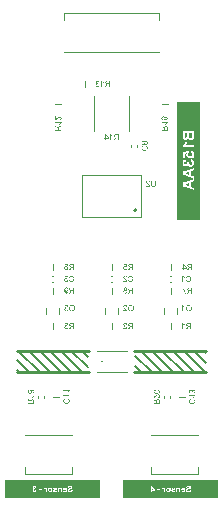
<source format=gbo>
G04*
G04 #@! TF.GenerationSoftware,Altium Limited,Altium Designer,23.3.1 (30)*
G04*
G04 Layer_Color=32896*
%FSLAX25Y25*%
%MOIN*%
G70*
G04*
G04 #@! TF.SameCoordinates,B8D109ED-CDE9-4BA8-ABFF-944DEA042C50*
G04*
G04*
G04 #@! TF.FilePolarity,Positive*
G04*
G01*
G75*
%ADD11C,0.00394*%
%ADD12C,0.01000*%
%ADD13C,0.00197*%
%ADD14C,0.00787*%
G36*
X35433Y1772D02*
X3937D01*
Y7677D01*
X35433D01*
Y1772D01*
D02*
G37*
G36*
X68898Y94488D02*
X61024D01*
Y133858D01*
X68898D01*
Y94488D01*
D02*
G37*
G36*
X74803Y1772D02*
X43307D01*
Y7677D01*
X74803D01*
Y1772D01*
D02*
G37*
G36*
X56710Y128904D02*
X56760Y128898D01*
X56809Y128889D01*
X56853Y128880D01*
X56894Y128866D01*
X56934Y128851D01*
X56969Y128837D01*
X57002Y128819D01*
X57031Y128802D01*
X57057Y128787D01*
X57077Y128773D01*
X57098Y128758D01*
X57112Y128749D01*
X57121Y128741D01*
X57127Y128735D01*
X57130Y128732D01*
X57161Y128700D01*
X57191Y128665D01*
X57214Y128627D01*
X57234Y128592D01*
X57255Y128557D01*
X57269Y128523D01*
X57289Y128455D01*
X57298Y128426D01*
X57304Y128397D01*
X57307Y128374D01*
X57310Y128351D01*
X57313Y128333D01*
Y128310D01*
X57310Y128258D01*
X57301Y128208D01*
X57292Y128162D01*
X57281Y128121D01*
X57266Y128086D01*
X57257Y128060D01*
X57249Y128042D01*
X57246Y128039D01*
Y128036D01*
X57217Y127990D01*
X57185Y127949D01*
X57153Y127911D01*
X57118Y127882D01*
X57089Y127856D01*
X57065Y127836D01*
X57048Y127824D01*
X57045Y127821D01*
X57098D01*
X57150Y127824D01*
X57196Y127827D01*
X57243Y127833D01*
X57284Y127836D01*
X57322Y127841D01*
X57357Y127847D01*
X57389Y127856D01*
X57418Y127862D01*
X57441Y127868D01*
X57461Y127874D01*
X57479Y127876D01*
X57490Y127882D01*
X57499Y127885D01*
X57505Y127888D01*
X57508D01*
X57566Y127917D01*
X57618Y127946D01*
X57659Y127978D01*
X57694Y128007D01*
X57723Y128034D01*
X57744Y128054D01*
X57755Y128068D01*
X57758Y128074D01*
X57781Y128109D01*
X57796Y128144D01*
X57807Y128179D01*
X57816Y128214D01*
X57822Y128240D01*
X57825Y128263D01*
Y128284D01*
X57819Y128336D01*
X57807Y128386D01*
X57790Y128426D01*
X57773Y128464D01*
X57752Y128493D01*
X57735Y128514D01*
X57723Y128525D01*
X57717Y128531D01*
X57691Y128551D01*
X57659Y128572D01*
X57624Y128589D01*
X57589Y128601D01*
X57557Y128613D01*
X57531Y128621D01*
X57514Y128624D01*
X57511Y128627D01*
X57508D01*
X57528Y128875D01*
X57610Y128857D01*
X57682Y128831D01*
X57746Y128802D01*
X57799Y128770D01*
X57840Y128738D01*
X57857Y128726D01*
X57872Y128712D01*
X57880Y128703D01*
X57889Y128694D01*
X57892Y128691D01*
X57895Y128688D01*
X57918Y128659D01*
X57938Y128627D01*
X57973Y128563D01*
X57997Y128499D01*
X58011Y128438D01*
X58023Y128383D01*
X58026Y128359D01*
Y128339D01*
X58029Y128322D01*
Y128298D01*
X58026Y128240D01*
X58020Y128185D01*
X58008Y128132D01*
X57994Y128083D01*
X57973Y128039D01*
X57956Y127996D01*
X57933Y127958D01*
X57912Y127923D01*
X57892Y127894D01*
X57869Y127865D01*
X57851Y127841D01*
X57834Y127824D01*
X57816Y127810D01*
X57805Y127798D01*
X57799Y127792D01*
X57796Y127789D01*
X57744Y127751D01*
X57682Y127719D01*
X57618Y127690D01*
X57551Y127664D01*
X57482Y127644D01*
X57412Y127626D01*
X57339Y127612D01*
X57272Y127600D01*
X57205Y127591D01*
X57144Y127585D01*
X57089Y127580D01*
X57042Y127577D01*
X57002D01*
X56972Y127574D01*
X56961D01*
X56952D01*
X56949D01*
X56946D01*
X56853Y127577D01*
X56766Y127583D01*
X56684Y127591D01*
X56609Y127606D01*
X56542Y127620D01*
X56481Y127635D01*
X56425Y127652D01*
X56376Y127673D01*
X56335Y127690D01*
X56297Y127708D01*
X56268Y127722D01*
X56242Y127740D01*
X56222Y127751D01*
X56210Y127760D01*
X56201Y127766D01*
X56198Y127769D01*
X56158Y127807D01*
X56123Y127847D01*
X56094Y127888D01*
X56067Y127929D01*
X56044Y127972D01*
X56027Y128013D01*
X56012Y128054D01*
X56000Y128095D01*
X55992Y128130D01*
X55983Y128165D01*
X55977Y128194D01*
X55974Y128220D01*
Y128243D01*
X55971Y128258D01*
Y128272D01*
X55974Y128339D01*
X55986Y128400D01*
X55998Y128455D01*
X56015Y128505D01*
X56029Y128543D01*
X56044Y128572D01*
X56047Y128584D01*
X56053Y128592D01*
X56056Y128595D01*
Y128598D01*
X56091Y128648D01*
X56131Y128694D01*
X56172Y128732D01*
X56213Y128764D01*
X56251Y128790D01*
X56280Y128808D01*
X56291Y128813D01*
X56300Y128819D01*
X56303Y128822D01*
X56306D01*
X56367Y128851D01*
X56431Y128872D01*
X56489Y128886D01*
X56545Y128895D01*
X56591Y128904D01*
X56609D01*
X56626Y128907D01*
X56641D01*
X56649D01*
X56655D01*
X56658D01*
X56710Y128904D01*
D02*
G37*
G36*
X58029Y126791D02*
X57979Y126762D01*
X57933Y126730D01*
X57886Y126692D01*
X57845Y126657D01*
X57810Y126622D01*
X57781Y126596D01*
X57773Y126584D01*
X57764Y126576D01*
X57761Y126573D01*
X57758Y126570D01*
X57709Y126509D01*
X57662Y126448D01*
X57621Y126389D01*
X57589Y126331D01*
X57560Y126282D01*
X57548Y126261D01*
X57540Y126244D01*
X57531Y126229D01*
X57528Y126218D01*
X57522Y126212D01*
Y126209D01*
X57284D01*
X57301Y126253D01*
X57322Y126296D01*
X57342Y126340D01*
X57362Y126381D01*
X57380Y126416D01*
X57394Y126445D01*
X57406Y126462D01*
X57409Y126465D01*
Y126468D01*
X57441Y126520D01*
X57473Y126567D01*
X57502Y126608D01*
X57528Y126640D01*
X57548Y126669D01*
X57566Y126686D01*
X57578Y126701D01*
X57581Y126704D01*
X56006D01*
Y126951D01*
X58029D01*
Y126791D01*
D02*
G37*
G36*
X56553Y125516D02*
X56612Y125476D01*
X56664Y125438D01*
X56708Y125400D01*
X56748Y125368D01*
X56777Y125339D01*
X56801Y125316D01*
X56815Y125301D01*
X56821Y125295D01*
X56839Y125272D01*
X56859Y125246D01*
X56891Y125193D01*
X56902Y125170D01*
X56914Y125153D01*
X56920Y125141D01*
X56923Y125135D01*
X56932Y125188D01*
X56940Y125237D01*
X56955Y125281D01*
X56967Y125324D01*
X56981Y125362D01*
X56999Y125397D01*
X57013Y125429D01*
X57028Y125458D01*
X57045Y125481D01*
X57060Y125505D01*
X57071Y125522D01*
X57083Y125537D01*
X57092Y125548D01*
X57100Y125557D01*
X57103Y125560D01*
X57106Y125563D01*
X57135Y125586D01*
X57164Y125610D01*
X57226Y125645D01*
X57287Y125668D01*
X57345Y125685D01*
X57394Y125697D01*
X57415Y125700D01*
X57435D01*
X57450Y125703D01*
X57461D01*
X57467D01*
X57470D01*
X57531Y125700D01*
X57586Y125691D01*
X57639Y125677D01*
X57682Y125662D01*
X57720Y125645D01*
X57749Y125633D01*
X57767Y125621D01*
X57770Y125618D01*
X57773D01*
X57819Y125583D01*
X57860Y125548D01*
X57895Y125511D01*
X57921Y125476D01*
X57941Y125444D01*
X57953Y125417D01*
X57962Y125400D01*
X57965Y125397D01*
Y125394D01*
X57973Y125368D01*
X57982Y125336D01*
X57997Y125272D01*
X58005Y125202D01*
X58014Y125138D01*
X58017Y125077D01*
Y125051D01*
X58020Y125028D01*
Y124093D01*
X56006D01*
Y124361D01*
X56900D01*
Y124705D01*
X56897Y124736D01*
Y124760D01*
X56894Y124780D01*
X56891Y124795D01*
Y124806D01*
X56888Y124812D01*
Y124815D01*
X56873Y124862D01*
X56865Y124882D01*
X56856Y124899D01*
X56847Y124917D01*
X56841Y124929D01*
X56839Y124934D01*
X56836Y124937D01*
X56818Y124961D01*
X56798Y124984D01*
X56754Y125028D01*
X56734Y125048D01*
X56716Y125063D01*
X56705Y125071D01*
X56702Y125074D01*
X56661Y125103D01*
X56617Y125135D01*
X56571Y125167D01*
X56527Y125199D01*
X56486Y125225D01*
X56454Y125246D01*
X56443Y125254D01*
X56434Y125260D01*
X56428Y125266D01*
X56425D01*
X56006Y125531D01*
Y125863D01*
X56553Y125516D01*
D02*
G37*
G36*
X39104Y123009D02*
X39136Y122962D01*
X39174Y122916D01*
X39209Y122875D01*
X39244Y122840D01*
X39270Y122811D01*
X39281Y122802D01*
X39290Y122794D01*
X39293Y122791D01*
X39296Y122788D01*
X39357Y122738D01*
X39418Y122692D01*
X39476Y122651D01*
X39535Y122619D01*
X39584Y122590D01*
X39604Y122578D01*
X39622Y122570D01*
X39636Y122561D01*
X39648Y122558D01*
X39654Y122552D01*
X39657D01*
Y122313D01*
X39613Y122331D01*
X39569Y122351D01*
X39526Y122372D01*
X39485Y122392D01*
X39450Y122409D01*
X39421Y122424D01*
X39404Y122436D01*
X39401Y122439D01*
X39398D01*
X39345Y122471D01*
X39299Y122503D01*
X39258Y122532D01*
X39226Y122558D01*
X39197Y122578D01*
X39180Y122596D01*
X39165Y122607D01*
X39162Y122610D01*
Y121036D01*
X38915D01*
Y123058D01*
X39075D01*
X39104Y123009D01*
D02*
G37*
G36*
X41772Y121036D02*
X41505D01*
Y121929D01*
X41161D01*
X41129Y121926D01*
X41106D01*
X41085Y121924D01*
X41071Y121921D01*
X41059D01*
X41054Y121918D01*
X41051D01*
X41004Y121903D01*
X40984Y121895D01*
X40966Y121886D01*
X40949Y121877D01*
X40937Y121871D01*
X40931Y121868D01*
X40928Y121865D01*
X40905Y121848D01*
X40882Y121827D01*
X40838Y121784D01*
X40818Y121764D01*
X40803Y121746D01*
X40795Y121734D01*
X40792Y121731D01*
X40762Y121691D01*
X40731Y121647D01*
X40699Y121601D01*
X40666Y121557D01*
X40640Y121516D01*
X40620Y121484D01*
X40611Y121473D01*
X40605Y121464D01*
X40600Y121458D01*
Y121455D01*
X40335Y121036D01*
X40003D01*
X40349Y121583D01*
X40390Y121641D01*
X40428Y121694D01*
X40466Y121737D01*
X40498Y121778D01*
X40527Y121807D01*
X40550Y121830D01*
X40565Y121845D01*
X40570Y121851D01*
X40594Y121868D01*
X40620Y121889D01*
X40672Y121921D01*
X40696Y121932D01*
X40713Y121944D01*
X40725Y121950D01*
X40731Y121953D01*
X40678Y121961D01*
X40629Y121970D01*
X40585Y121985D01*
X40541Y121996D01*
X40503Y122011D01*
X40469Y122028D01*
X40437Y122043D01*
X40407Y122057D01*
X40384Y122075D01*
X40361Y122089D01*
X40343Y122101D01*
X40329Y122113D01*
X40317Y122122D01*
X40309Y122130D01*
X40306Y122133D01*
X40303Y122136D01*
X40279Y122165D01*
X40256Y122194D01*
X40221Y122255D01*
X40198Y122316D01*
X40181Y122375D01*
X40169Y122424D01*
X40166Y122444D01*
Y122465D01*
X40163Y122479D01*
Y122491D01*
Y122497D01*
Y122500D01*
X40166Y122561D01*
X40175Y122616D01*
X40189Y122669D01*
X40204Y122712D01*
X40221Y122750D01*
X40233Y122779D01*
X40244Y122797D01*
X40247Y122800D01*
Y122802D01*
X40282Y122849D01*
X40317Y122890D01*
X40355Y122925D01*
X40390Y122951D01*
X40422Y122971D01*
X40448Y122983D01*
X40466Y122992D01*
X40469Y122994D01*
X40472D01*
X40498Y123003D01*
X40530Y123012D01*
X40594Y123027D01*
X40664Y123035D01*
X40728Y123044D01*
X40789Y123047D01*
X40815D01*
X40838Y123050D01*
X41772D01*
Y121036D01*
D02*
G37*
G36*
X38365Y121746D02*
Y121519D01*
X37489D01*
Y121036D01*
X37241D01*
Y121519D01*
X36968D01*
Y121746D01*
X37241D01*
Y123050D01*
X37442D01*
X38365Y121746D01*
D02*
G37*
G36*
X34785Y140787D02*
X34863Y140772D01*
X34930Y140749D01*
X34988Y140726D01*
X35015Y140711D01*
X35035Y140699D01*
X35055Y140688D01*
X35070Y140676D01*
X35082Y140667D01*
X35090Y140662D01*
X35096Y140659D01*
X35099Y140656D01*
X35154Y140600D01*
X35198Y140539D01*
X35233Y140475D01*
X35262Y140411D01*
X35280Y140356D01*
X35288Y140333D01*
X35294Y140312D01*
X35297Y140295D01*
X35300Y140283D01*
X35303Y140275D01*
Y140272D01*
X35055Y140228D01*
X35044Y140292D01*
X35026Y140347D01*
X35006Y140394D01*
X34986Y140432D01*
X34965Y140461D01*
X34948Y140481D01*
X34936Y140496D01*
X34933Y140499D01*
X34895Y140528D01*
X34855Y140551D01*
X34817Y140566D01*
X34779Y140577D01*
X34744Y140583D01*
X34718Y140589D01*
X34695D01*
X34642Y140586D01*
X34596Y140574D01*
X34555Y140560D01*
X34520Y140545D01*
X34494Y140528D01*
X34473Y140513D01*
X34459Y140501D01*
X34456Y140499D01*
X34424Y140464D01*
X34401Y140426D01*
X34386Y140388D01*
X34374Y140353D01*
X34369Y140321D01*
X34363Y140298D01*
Y140280D01*
Y140277D01*
Y140275D01*
Y140243D01*
X34369Y140213D01*
X34383Y140164D01*
X34404Y140120D01*
X34427Y140082D01*
X34450Y140056D01*
X34470Y140036D01*
X34485Y140024D01*
X34488Y140021D01*
X34491D01*
X34540Y139995D01*
X34587Y139975D01*
X34636Y139960D01*
X34680Y139952D01*
X34718Y139946D01*
X34750Y139940D01*
X34788D01*
X34799Y139943D01*
X34814D01*
X34843Y139725D01*
X34805Y139733D01*
X34770Y139739D01*
X34741Y139745D01*
X34715Y139748D01*
X34695Y139751D01*
X34668D01*
X34607Y139745D01*
X34552Y139733D01*
X34503Y139716D01*
X34462Y139695D01*
X34430Y139675D01*
X34407Y139658D01*
X34392Y139646D01*
X34386Y139640D01*
X34348Y139596D01*
X34319Y139550D01*
X34299Y139503D01*
X34287Y139457D01*
X34279Y139419D01*
X34276Y139387D01*
X34273Y139375D01*
Y139367D01*
Y139361D01*
Y139358D01*
X34279Y139294D01*
X34293Y139236D01*
X34310Y139186D01*
X34334Y139143D01*
X34357Y139108D01*
X34374Y139081D01*
X34389Y139064D01*
X34395Y139058D01*
X34441Y139017D01*
X34491Y138988D01*
X34540Y138968D01*
X34587Y138953D01*
X34628Y138945D01*
X34660Y138942D01*
X34671Y138939D01*
X34689D01*
X34741Y138942D01*
X34791Y138953D01*
X34834Y138968D01*
X34869Y138985D01*
X34898Y139000D01*
X34922Y139014D01*
X34933Y139026D01*
X34939Y139029D01*
X34974Y139070D01*
X35003Y139116D01*
X35029Y139166D01*
X35050Y139218D01*
X35064Y139262D01*
X35070Y139282D01*
X35073Y139300D01*
X35076Y139314D01*
X35079Y139326D01*
X35082Y139332D01*
Y139335D01*
X35329Y139303D01*
X35323Y139256D01*
X35314Y139212D01*
X35288Y139131D01*
X35256Y139061D01*
X35239Y139032D01*
X35221Y139003D01*
X35204Y138977D01*
X35186Y138956D01*
X35172Y138936D01*
X35157Y138921D01*
X35149Y138910D01*
X35140Y138901D01*
X35134Y138895D01*
X35131Y138892D01*
X35096Y138866D01*
X35061Y138840D01*
X35026Y138820D01*
X34988Y138802D01*
X34916Y138773D01*
X34846Y138756D01*
X34814Y138750D01*
X34785Y138744D01*
X34759Y138741D01*
X34735Y138738D01*
X34718Y138735D01*
X34692D01*
X34636Y138738D01*
X34587Y138744D01*
X34538Y138753D01*
X34491Y138764D01*
X34447Y138779D01*
X34409Y138793D01*
X34372Y138811D01*
X34340Y138828D01*
X34308Y138843D01*
X34281Y138860D01*
X34258Y138875D01*
X34241Y138889D01*
X34226Y138901D01*
X34214Y138910D01*
X34209Y138916D01*
X34206Y138918D01*
X34171Y138953D01*
X34142Y138991D01*
X34115Y139029D01*
X34092Y139067D01*
X34075Y139102D01*
X34057Y139140D01*
X34034Y139209D01*
X34028Y139241D01*
X34022Y139270D01*
X34017Y139297D01*
X34014Y139320D01*
X34011Y139338D01*
Y139352D01*
Y139361D01*
Y139364D01*
X34014Y139434D01*
X34025Y139497D01*
X34043Y139553D01*
X34060Y139599D01*
X34078Y139637D01*
X34095Y139666D01*
X34107Y139684D01*
X34110Y139690D01*
X34150Y139733D01*
X34194Y139771D01*
X34241Y139800D01*
X34287Y139823D01*
X34328Y139841D01*
X34360Y139852D01*
X34372Y139855D01*
X34380Y139858D01*
X34386Y139861D01*
X34389D01*
X34340Y139887D01*
X34299Y139914D01*
X34264Y139943D01*
X34235Y139969D01*
X34212Y139992D01*
X34194Y140013D01*
X34185Y140024D01*
X34182Y140030D01*
X34159Y140071D01*
X34142Y140111D01*
X34127Y140152D01*
X34118Y140190D01*
X34113Y140222D01*
X34110Y140245D01*
Y140263D01*
Y140269D01*
X34113Y140318D01*
X34121Y140368D01*
X34133Y140411D01*
X34148Y140449D01*
X34162Y140481D01*
X34174Y140507D01*
X34182Y140522D01*
X34185Y140528D01*
X34214Y140571D01*
X34249Y140609D01*
X34284Y140641D01*
X34319Y140670D01*
X34348Y140691D01*
X34374Y140708D01*
X34392Y140717D01*
X34395Y140720D01*
X34398D01*
X34450Y140743D01*
X34503Y140761D01*
X34555Y140775D01*
X34602Y140784D01*
X34639Y140790D01*
X34671Y140793D01*
X34744D01*
X34785Y140787D01*
D02*
G37*
G36*
X36155Y140743D02*
X36187Y140696D01*
X36225Y140650D01*
X36260Y140609D01*
X36295Y140574D01*
X36321Y140545D01*
X36333Y140536D01*
X36342Y140528D01*
X36345Y140525D01*
X36347Y140522D01*
X36409Y140472D01*
X36470Y140426D01*
X36528Y140385D01*
X36586Y140353D01*
X36636Y140324D01*
X36656Y140312D01*
X36673Y140304D01*
X36688Y140295D01*
X36700Y140292D01*
X36705Y140286D01*
X36708D01*
Y140048D01*
X36665Y140065D01*
X36621Y140085D01*
X36577Y140106D01*
X36537Y140126D01*
X36502Y140144D01*
X36473Y140158D01*
X36455Y140170D01*
X36452Y140173D01*
X36449D01*
X36397Y140205D01*
X36350Y140237D01*
X36310Y140266D01*
X36278Y140292D01*
X36248Y140312D01*
X36231Y140330D01*
X36217Y140341D01*
X36214Y140344D01*
Y138770D01*
X35966D01*
Y140793D01*
X36126D01*
X36155Y140743D01*
D02*
G37*
G36*
X38824Y138770D02*
X38556D01*
Y139663D01*
X38213D01*
X38181Y139661D01*
X38157D01*
X38137Y139658D01*
X38123Y139655D01*
X38111D01*
X38105Y139652D01*
X38102D01*
X38056Y139637D01*
X38035Y139629D01*
X38018Y139620D01*
X38000Y139611D01*
X37989Y139605D01*
X37983Y139602D01*
X37980Y139599D01*
X37957Y139582D01*
X37933Y139561D01*
X37890Y139518D01*
X37869Y139497D01*
X37855Y139480D01*
X37846Y139468D01*
X37843Y139465D01*
X37814Y139425D01*
X37782Y139381D01*
X37750Y139335D01*
X37718Y139291D01*
X37692Y139250D01*
X37672Y139218D01*
X37663Y139207D01*
X37657Y139198D01*
X37651Y139192D01*
Y139189D01*
X37386Y138770D01*
X37055D01*
X37401Y139317D01*
X37442Y139375D01*
X37479Y139428D01*
X37517Y139471D01*
X37549Y139512D01*
X37578Y139541D01*
X37602Y139565D01*
X37616Y139579D01*
X37622Y139585D01*
X37645Y139602D01*
X37672Y139623D01*
X37724Y139655D01*
X37747Y139666D01*
X37765Y139678D01*
X37776Y139684D01*
X37782Y139687D01*
X37730Y139695D01*
X37680Y139704D01*
X37637Y139719D01*
X37593Y139730D01*
X37555Y139745D01*
X37520Y139762D01*
X37488Y139777D01*
X37459Y139791D01*
X37436Y139809D01*
X37413Y139823D01*
X37395Y139835D01*
X37380Y139847D01*
X37369Y139855D01*
X37360Y139864D01*
X37357Y139867D01*
X37354Y139870D01*
X37331Y139899D01*
X37308Y139928D01*
X37273Y139989D01*
X37250Y140050D01*
X37232Y140109D01*
X37220Y140158D01*
X37218Y140179D01*
Y140199D01*
X37215Y140213D01*
Y140225D01*
Y140231D01*
Y140234D01*
X37218Y140295D01*
X37226Y140350D01*
X37241Y140402D01*
X37255Y140446D01*
X37273Y140484D01*
X37284Y140513D01*
X37296Y140531D01*
X37299Y140533D01*
Y140536D01*
X37334Y140583D01*
X37369Y140624D01*
X37407Y140659D01*
X37442Y140685D01*
X37474Y140705D01*
X37500Y140717D01*
X37517Y140726D01*
X37520Y140728D01*
X37523D01*
X37549Y140737D01*
X37581Y140746D01*
X37645Y140761D01*
X37715Y140769D01*
X37779Y140778D01*
X37840Y140781D01*
X37867D01*
X37890Y140784D01*
X38824D01*
Y138770D01*
D02*
G37*
G36*
X20881Y127904D02*
X20930Y127939D01*
X20951Y127956D01*
X20971Y127971D01*
X20989Y127986D01*
X21000Y127997D01*
X21009Y128006D01*
X21012Y128009D01*
X21026Y128023D01*
X21041Y128041D01*
X21079Y128082D01*
X21123Y128128D01*
X21166Y128178D01*
X21204Y128224D01*
X21221Y128245D01*
X21239Y128262D01*
X21250Y128277D01*
X21259Y128288D01*
X21265Y128294D01*
X21268Y128297D01*
X21309Y128343D01*
X21347Y128390D01*
X21384Y128431D01*
X21416Y128469D01*
X21448Y128504D01*
X21477Y128533D01*
X21504Y128562D01*
X21527Y128585D01*
X21550Y128608D01*
X21568Y128626D01*
X21582Y128640D01*
X21597Y128655D01*
X21614Y128669D01*
X21620Y128675D01*
X21670Y128716D01*
X21713Y128751D01*
X21757Y128780D01*
X21792Y128803D01*
X21824Y128821D01*
X21847Y128832D01*
X21862Y128838D01*
X21867Y128841D01*
X21911Y128859D01*
X21955Y128870D01*
X21995Y128882D01*
X22030Y128888D01*
X22062Y128891D01*
X22086Y128893D01*
X22100D01*
X22106D01*
X22150Y128891D01*
X22190Y128885D01*
X22231Y128879D01*
X22266Y128867D01*
X22336Y128838D01*
X22391Y128809D01*
X22417Y128792D01*
X22438Y128777D01*
X22458Y128762D01*
X22473Y128748D01*
X22484Y128736D01*
X22496Y128730D01*
X22499Y128725D01*
X22502Y128722D01*
X22531Y128690D01*
X22557Y128655D01*
X22578Y128617D01*
X22595Y128579D01*
X22624Y128504D01*
X22644Y128428D01*
X22650Y128396D01*
X22656Y128364D01*
X22659Y128335D01*
X22662Y128312D01*
X22665Y128291D01*
Y128262D01*
X22662Y128210D01*
X22659Y128160D01*
X22650Y128114D01*
X22641Y128070D01*
X22630Y128029D01*
X22618Y127991D01*
X22604Y127956D01*
X22589Y127925D01*
X22575Y127895D01*
X22560Y127872D01*
X22548Y127852D01*
X22537Y127834D01*
X22528Y127820D01*
X22519Y127811D01*
X22516Y127805D01*
X22513Y127802D01*
X22484Y127773D01*
X22452Y127747D01*
X22417Y127721D01*
X22382Y127700D01*
X22313Y127665D01*
X22243Y127642D01*
X22211Y127633D01*
X22179Y127625D01*
X22153Y127619D01*
X22129Y127613D01*
X22109Y127610D01*
X22094D01*
X22086Y127607D01*
X22083D01*
X22057Y127860D01*
X22124Y127866D01*
X22182Y127878D01*
X22234Y127895D01*
X22275Y127916D01*
X22310Y127933D01*
X22333Y127951D01*
X22348Y127962D01*
X22353Y127968D01*
X22388Y128012D01*
X22414Y128058D01*
X22435Y128108D01*
X22446Y128151D01*
X22455Y128192D01*
X22458Y128227D01*
X22461Y128239D01*
Y128256D01*
X22458Y128317D01*
X22446Y128373D01*
X22429Y128419D01*
X22412Y128460D01*
X22391Y128492D01*
X22377Y128512D01*
X22365Y128527D01*
X22359Y128533D01*
X22319Y128568D01*
X22278Y128594D01*
X22237Y128614D01*
X22196Y128626D01*
X22164Y128635D01*
X22135Y128637D01*
X22118Y128640D01*
X22115D01*
X22112D01*
X22060Y128635D01*
X22004Y128623D01*
X21955Y128603D01*
X21908Y128582D01*
X21870Y128559D01*
X21838Y128539D01*
X21827Y128533D01*
X21818Y128527D01*
X21815Y128521D01*
X21812D01*
X21780Y128498D01*
X21748Y128469D01*
X21713Y128437D01*
X21678Y128402D01*
X21608Y128329D01*
X21539Y128256D01*
X21507Y128218D01*
X21477Y128186D01*
X21451Y128154D01*
X21428Y128128D01*
X21411Y128108D01*
X21396Y128090D01*
X21387Y128079D01*
X21384Y128076D01*
X21323Y128003D01*
X21265Y127936D01*
X21213Y127881D01*
X21169Y127837D01*
X21131Y127799D01*
X21105Y127773D01*
X21088Y127759D01*
X21085Y127753D01*
X21082D01*
X21032Y127712D01*
X20986Y127680D01*
X20939Y127651D01*
X20898Y127628D01*
X20864Y127610D01*
X20837Y127599D01*
X20820Y127593D01*
X20817Y127590D01*
X20814D01*
X20782Y127578D01*
X20753Y127572D01*
X20724Y127567D01*
X20698Y127564D01*
X20674Y127561D01*
X20657D01*
X20645D01*
X20642D01*
Y128896D01*
X20881D01*
Y127904D01*
D02*
G37*
G36*
X22665Y126801D02*
X22615Y126772D01*
X22569Y126740D01*
X22522Y126702D01*
X22481Y126667D01*
X22446Y126632D01*
X22417Y126606D01*
X22409Y126595D01*
X22400Y126586D01*
X22397Y126583D01*
X22394Y126580D01*
X22345Y126519D01*
X22298Y126458D01*
X22257Y126400D01*
X22225Y126341D01*
X22196Y126292D01*
X22185Y126272D01*
X22176Y126254D01*
X22167Y126240D01*
X22164Y126228D01*
X22158Y126222D01*
Y126219D01*
X21920D01*
X21937Y126263D01*
X21958Y126306D01*
X21978Y126350D01*
X21998Y126391D01*
X22016Y126426D01*
X22030Y126455D01*
X22042Y126472D01*
X22045Y126475D01*
Y126478D01*
X22077Y126531D01*
X22109Y126577D01*
X22138Y126618D01*
X22164Y126650D01*
X22185Y126679D01*
X22202Y126696D01*
X22214Y126711D01*
X22217Y126714D01*
X20642D01*
Y126961D01*
X22665D01*
Y126801D01*
D02*
G37*
G36*
X21189Y125527D02*
X21248Y125486D01*
X21300Y125448D01*
X21344Y125410D01*
X21384Y125378D01*
X21414Y125349D01*
X21437Y125326D01*
X21451Y125311D01*
X21457Y125305D01*
X21475Y125282D01*
X21495Y125256D01*
X21527Y125204D01*
X21539Y125180D01*
X21550Y125163D01*
X21556Y125151D01*
X21559Y125145D01*
X21568Y125198D01*
X21576Y125247D01*
X21591Y125291D01*
X21603Y125335D01*
X21617Y125372D01*
X21635Y125407D01*
X21649Y125439D01*
X21664Y125468D01*
X21681Y125492D01*
X21696Y125515D01*
X21707Y125532D01*
X21719Y125547D01*
X21728Y125559D01*
X21736Y125567D01*
X21739Y125570D01*
X21742Y125573D01*
X21771Y125596D01*
X21801Y125620D01*
X21862Y125655D01*
X21923Y125678D01*
X21981Y125695D01*
X22030Y125707D01*
X22051Y125710D01*
X22071D01*
X22086Y125713D01*
X22097D01*
X22103D01*
X22106D01*
X22167Y125710D01*
X22222Y125701D01*
X22275Y125687D01*
X22319Y125672D01*
X22356Y125655D01*
X22385Y125643D01*
X22403Y125631D01*
X22406Y125628D01*
X22409D01*
X22455Y125593D01*
X22496Y125559D01*
X22531Y125521D01*
X22557Y125486D01*
X22578Y125454D01*
X22589Y125428D01*
X22598Y125410D01*
X22601Y125407D01*
Y125404D01*
X22610Y125378D01*
X22618Y125346D01*
X22633Y125282D01*
X22641Y125212D01*
X22650Y125148D01*
X22653Y125087D01*
Y125061D01*
X22656Y125038D01*
Y124104D01*
X20642D01*
Y124371D01*
X21536D01*
Y124715D01*
X21533Y124747D01*
Y124770D01*
X21530Y124790D01*
X21527Y124805D01*
Y124817D01*
X21524Y124822D01*
Y124825D01*
X21509Y124872D01*
X21501Y124892D01*
X21492Y124910D01*
X21483Y124927D01*
X21477Y124939D01*
X21475Y124945D01*
X21472Y124948D01*
X21454Y124971D01*
X21434Y124994D01*
X21390Y125038D01*
X21370Y125058D01*
X21352Y125073D01*
X21341Y125081D01*
X21338Y125084D01*
X21297Y125113D01*
X21253Y125145D01*
X21207Y125177D01*
X21163Y125209D01*
X21123Y125236D01*
X21091Y125256D01*
X21079Y125265D01*
X21070Y125270D01*
X21064Y125276D01*
X21061D01*
X20642Y125541D01*
Y125873D01*
X21189Y125527D01*
D02*
G37*
G36*
X50027Y120757D02*
X50088Y120746D01*
X50143Y120728D01*
X50190Y120711D01*
X50228Y120694D01*
X50257Y120676D01*
X50274Y120664D01*
X50277Y120661D01*
X50280D01*
X50327Y120621D01*
X50367Y120577D01*
X50400Y120531D01*
X50429Y120487D01*
X50449Y120446D01*
X50463Y120411D01*
X50469Y120400D01*
X50472Y120391D01*
X50475Y120385D01*
Y120382D01*
X50498Y120434D01*
X50525Y120478D01*
X50551Y120516D01*
X50577Y120548D01*
X50600Y120571D01*
X50618Y120589D01*
X50629Y120600D01*
X50635Y120603D01*
X50676Y120630D01*
X50717Y120647D01*
X50757Y120661D01*
X50798Y120670D01*
X50830Y120676D01*
X50856Y120679D01*
X50874D01*
X50877D01*
X50880D01*
X50920Y120676D01*
X50958Y120673D01*
X51031Y120653D01*
X51095Y120627D01*
X51150Y120598D01*
X51194Y120568D01*
X51211Y120554D01*
X51229Y120542D01*
X51240Y120531D01*
X51249Y120522D01*
X51252Y120519D01*
X51255Y120516D01*
X51281Y120484D01*
X51307Y120452D01*
X51328Y120417D01*
X51345Y120382D01*
X51372Y120312D01*
X51389Y120243D01*
X51398Y120213D01*
X51401Y120184D01*
X51403Y120158D01*
X51406Y120135D01*
X51409Y120117D01*
Y120091D01*
X51406Y120045D01*
X51403Y119998D01*
X51386Y119917D01*
X51374Y119879D01*
X51363Y119844D01*
X51348Y119812D01*
X51334Y119783D01*
X51319Y119759D01*
X51305Y119736D01*
X51293Y119716D01*
X51281Y119701D01*
X51272Y119690D01*
X51264Y119681D01*
X51261Y119675D01*
X51258Y119672D01*
X51229Y119646D01*
X51200Y119620D01*
X51168Y119599D01*
X51136Y119582D01*
X51075Y119553D01*
X51016Y119535D01*
X50967Y119524D01*
X50944Y119521D01*
X50926Y119518D01*
X50909Y119515D01*
X50897D01*
X50891D01*
X50888D01*
X50836Y119518D01*
X50787Y119527D01*
X50743Y119538D01*
X50705Y119553D01*
X50676Y119564D01*
X50653Y119576D01*
X50641Y119585D01*
X50635Y119588D01*
X50600Y119620D01*
X50568Y119655D01*
X50539Y119693D01*
X50516Y119730D01*
X50498Y119765D01*
X50487Y119791D01*
X50481Y119803D01*
X50478Y119812D01*
X50475Y119815D01*
Y119818D01*
X50455Y119751D01*
X50429Y119695D01*
X50397Y119646D01*
X50367Y119605D01*
X50338Y119573D01*
X50315Y119550D01*
X50301Y119538D01*
X50298Y119532D01*
X50295D01*
X50242Y119500D01*
X50187Y119474D01*
X50135Y119457D01*
X50082Y119445D01*
X50036Y119439D01*
X50015Y119436D01*
X49998D01*
X49986Y119433D01*
X49975D01*
X49969D01*
X49966D01*
X49919Y119436D01*
X49873Y119442D01*
X49829Y119451D01*
X49786Y119463D01*
X49713Y119492D01*
X49678Y119506D01*
X49649Y119524D01*
X49620Y119541D01*
X49596Y119556D01*
X49576Y119573D01*
X49558Y119585D01*
X49544Y119597D01*
X49535Y119605D01*
X49529Y119611D01*
X49527Y119614D01*
X49494Y119649D01*
X49468Y119687D01*
X49445Y119727D01*
X49425Y119768D01*
X49410Y119806D01*
X49396Y119847D01*
X49375Y119925D01*
X49367Y119960D01*
X49361Y119992D01*
X49358Y120021D01*
X49355Y120047D01*
X49352Y120068D01*
Y120097D01*
X49355Y120152D01*
X49361Y120202D01*
X49369Y120251D01*
X49378Y120298D01*
X49393Y120338D01*
X49407Y120379D01*
X49422Y120417D01*
X49439Y120449D01*
X49457Y120478D01*
X49471Y120504D01*
X49486Y120525D01*
X49500Y120545D01*
X49509Y120560D01*
X49518Y120568D01*
X49524Y120574D01*
X49527Y120577D01*
X49562Y120609D01*
X49596Y120638D01*
X49631Y120661D01*
X49669Y120682D01*
X49704Y120702D01*
X49742Y120717D01*
X49809Y120737D01*
X49841Y120746D01*
X49870Y120752D01*
X49896Y120755D01*
X49916Y120757D01*
X49934Y120761D01*
X49948D01*
X49957D01*
X49960D01*
X50027Y120757D01*
D02*
G37*
G36*
X50091Y118942D02*
X50045Y118930D01*
X50001Y118915D01*
X49960Y118901D01*
X49922Y118886D01*
X49887Y118869D01*
X49858Y118851D01*
X49829Y118831D01*
X49803Y118814D01*
X49780Y118799D01*
X49762Y118782D01*
X49745Y118767D01*
X49730Y118755D01*
X49722Y118744D01*
X49713Y118735D01*
X49710Y118732D01*
X49707Y118729D01*
X49684Y118700D01*
X49666Y118668D01*
X49634Y118604D01*
X49611Y118543D01*
X49596Y118482D01*
X49585Y118430D01*
X49582Y118409D01*
Y118389D01*
X49579Y118371D01*
Y118351D01*
X49582Y118284D01*
X49593Y118220D01*
X49608Y118162D01*
X49626Y118109D01*
X49643Y118069D01*
X49652Y118051D01*
X49657Y118037D01*
X49663Y118025D01*
X49669Y118016D01*
X49672Y118010D01*
Y118008D01*
X49713Y117952D01*
X49756Y117906D01*
X49806Y117865D01*
X49852Y117833D01*
X49893Y117807D01*
X49928Y117789D01*
X49943Y117783D01*
X49951Y117778D01*
X49957Y117775D01*
X49960D01*
X50036Y117752D01*
X50111Y117734D01*
X50187Y117719D01*
X50257Y117711D01*
X50289Y117708D01*
X50318Y117705D01*
X50344D01*
X50365Y117702D01*
X50382D01*
X50397D01*
X50405D01*
X50408D01*
X50484Y117705D01*
X50554Y117711D01*
X50618Y117722D01*
X50676Y117734D01*
X50726Y117743D01*
X50746Y117749D01*
X50763Y117754D01*
X50778Y117757D01*
X50787Y117760D01*
X50792Y117763D01*
X50795D01*
X50862Y117792D01*
X50923Y117824D01*
X50973Y117859D01*
X51016Y117897D01*
X51051Y117929D01*
X51075Y117955D01*
X51089Y117976D01*
X51095Y117979D01*
Y117981D01*
X51133Y118043D01*
X51162Y118109D01*
X51182Y118174D01*
X51194Y118235D01*
X51203Y118290D01*
X51206Y118313D01*
Y118333D01*
X51209Y118348D01*
Y118371D01*
X51206Y118444D01*
X51194Y118511D01*
X51177Y118566D01*
X51159Y118616D01*
X51139Y118654D01*
X51124Y118683D01*
X51113Y118700D01*
X51107Y118706D01*
X51063Y118753D01*
X51013Y118796D01*
X50961Y118831D01*
X50909Y118860D01*
X50862Y118884D01*
X50839Y118892D01*
X50822Y118898D01*
X50807Y118904D01*
X50795Y118910D01*
X50789Y118913D01*
X50787D01*
X50848Y119175D01*
X50900Y119157D01*
X50947Y119140D01*
X50990Y119116D01*
X51034Y119096D01*
X51072Y119073D01*
X51107Y119046D01*
X51142Y119023D01*
X51171Y119000D01*
X51194Y118977D01*
X51217Y118956D01*
X51238Y118936D01*
X51252Y118921D01*
X51267Y118907D01*
X51275Y118895D01*
X51278Y118889D01*
X51281Y118886D01*
X51307Y118846D01*
X51334Y118805D01*
X51354Y118764D01*
X51372Y118721D01*
X51398Y118633D01*
X51415Y118555D01*
X51424Y118517D01*
X51427Y118485D01*
X51430Y118453D01*
X51433Y118427D01*
X51436Y118406D01*
Y118377D01*
X51430Y118281D01*
X51415Y118188D01*
X51398Y118106D01*
X51386Y118069D01*
X51374Y118034D01*
X51363Y118002D01*
X51351Y117973D01*
X51342Y117949D01*
X51334Y117926D01*
X51325Y117912D01*
X51319Y117900D01*
X51316Y117891D01*
X51313Y117888D01*
X51264Y117810D01*
X51206Y117743D01*
X51147Y117685D01*
X51089Y117635D01*
X51037Y117597D01*
X51013Y117583D01*
X50993Y117571D01*
X50979Y117560D01*
X50967Y117554D01*
X50958Y117551D01*
X50955Y117548D01*
X50865Y117507D01*
X50772Y117478D01*
X50679Y117458D01*
X50595Y117443D01*
X50557Y117437D01*
X50519Y117434D01*
X50490Y117431D01*
X50461D01*
X50440Y117429D01*
X50423D01*
X50411D01*
X50408D01*
X50304Y117434D01*
X50202Y117446D01*
X50111Y117461D01*
X50068Y117472D01*
X50030Y117481D01*
X49995Y117490D01*
X49963Y117501D01*
X49934Y117510D01*
X49911Y117516D01*
X49893Y117525D01*
X49879Y117527D01*
X49870Y117533D01*
X49867D01*
X49780Y117577D01*
X49701Y117626D01*
X49634Y117679D01*
X49608Y117705D01*
X49582Y117728D01*
X49558Y117752D01*
X49538Y117775D01*
X49521Y117795D01*
X49509Y117813D01*
X49497Y117824D01*
X49489Y117836D01*
X49486Y117842D01*
X49483Y117845D01*
X49460Y117885D01*
X49439Y117926D01*
X49407Y118013D01*
X49384Y118101D01*
X49369Y118185D01*
X49364Y118226D01*
X49358Y118261D01*
X49355Y118293D01*
Y118319D01*
X49352Y118342D01*
Y118374D01*
X49355Y118432D01*
X49361Y118488D01*
X49367Y118540D01*
X49378Y118590D01*
X49393Y118636D01*
X49407Y118680D01*
X49422Y118721D01*
X49439Y118758D01*
X49454Y118790D01*
X49468Y118822D01*
X49483Y118846D01*
X49497Y118869D01*
X49509Y118884D01*
X49515Y118898D01*
X49521Y118904D01*
X49524Y118907D01*
X49558Y118948D01*
X49593Y118982D01*
X49634Y119015D01*
X49675Y119046D01*
X49756Y119099D01*
X49838Y119140D01*
X49876Y119157D01*
X49911Y119172D01*
X49943Y119183D01*
X49969Y119192D01*
X49992Y119201D01*
X50010Y119207D01*
X50021Y119209D01*
X50024D01*
X50091Y118942D01*
D02*
G37*
G36*
X51573Y107526D02*
X51623Y107523D01*
X51669Y107514D01*
X51713Y107505D01*
X51754Y107494D01*
X51791Y107482D01*
X51826Y107468D01*
X51858Y107453D01*
X51887Y107439D01*
X51911Y107424D01*
X51931Y107412D01*
X51949Y107401D01*
X51963Y107392D01*
X51972Y107383D01*
X51978Y107380D01*
X51981Y107377D01*
X52010Y107348D01*
X52036Y107316D01*
X52062Y107281D01*
X52082Y107246D01*
X52117Y107177D01*
X52141Y107107D01*
X52149Y107075D01*
X52158Y107043D01*
X52164Y107017D01*
X52170Y106993D01*
X52173Y106973D01*
Y106958D01*
X52175Y106950D01*
Y106947D01*
X51922Y106921D01*
X51916Y106987D01*
X51905Y107046D01*
X51887Y107098D01*
X51867Y107139D01*
X51850Y107174D01*
X51832Y107197D01*
X51820Y107211D01*
X51815Y107217D01*
X51771Y107252D01*
X51724Y107278D01*
X51675Y107299D01*
X51631Y107310D01*
X51591Y107319D01*
X51556Y107322D01*
X51544Y107325D01*
X51527D01*
X51465Y107322D01*
X51410Y107310D01*
X51364Y107293D01*
X51323Y107275D01*
X51291Y107255D01*
X51271Y107241D01*
X51256Y107229D01*
X51250Y107223D01*
X51215Y107182D01*
X51189Y107142D01*
X51169Y107101D01*
X51157Y107060D01*
X51148Y107028D01*
X51145Y106999D01*
X51143Y106982D01*
Y106979D01*
Y106976D01*
X51148Y106923D01*
X51160Y106868D01*
X51180Y106819D01*
X51201Y106772D01*
X51224Y106734D01*
X51244Y106702D01*
X51250Y106691D01*
X51256Y106682D01*
X51262Y106679D01*
Y106676D01*
X51285Y106644D01*
X51314Y106612D01*
X51346Y106577D01*
X51381Y106542D01*
X51454Y106472D01*
X51527Y106403D01*
X51564Y106370D01*
X51596Y106341D01*
X51628Y106315D01*
X51655Y106292D01*
X51675Y106274D01*
X51692Y106260D01*
X51704Y106251D01*
X51707Y106248D01*
X51780Y106187D01*
X51847Y106129D01*
X51902Y106077D01*
X51946Y106033D01*
X51983Y105995D01*
X52010Y105969D01*
X52024Y105951D01*
X52030Y105949D01*
Y105946D01*
X52071Y105896D01*
X52103Y105850D01*
X52132Y105803D01*
X52155Y105762D01*
X52173Y105727D01*
X52184Y105701D01*
X52190Y105684D01*
X52193Y105681D01*
Y105678D01*
X52205Y105646D01*
X52210Y105617D01*
X52216Y105588D01*
X52219Y105561D01*
X52222Y105538D01*
Y105521D01*
Y105509D01*
Y105506D01*
X50886D01*
Y105745D01*
X51879D01*
X51844Y105794D01*
X51826Y105815D01*
X51812Y105835D01*
X51797Y105852D01*
X51786Y105864D01*
X51777Y105873D01*
X51774Y105876D01*
X51759Y105890D01*
X51742Y105905D01*
X51701Y105943D01*
X51655Y105986D01*
X51605Y106030D01*
X51559Y106068D01*
X51538Y106085D01*
X51521Y106103D01*
X51506Y106114D01*
X51495Y106123D01*
X51489Y106129D01*
X51486Y106132D01*
X51439Y106173D01*
X51393Y106210D01*
X51352Y106248D01*
X51314Y106280D01*
X51279Y106312D01*
X51250Y106341D01*
X51221Y106368D01*
X51198Y106391D01*
X51174Y106414D01*
X51157Y106432D01*
X51143Y106446D01*
X51128Y106461D01*
X51113Y106478D01*
X51108Y106484D01*
X51067Y106534D01*
X51032Y106577D01*
X51003Y106621D01*
X50980Y106656D01*
X50962Y106688D01*
X50950Y106711D01*
X50945Y106726D01*
X50942Y106731D01*
X50924Y106775D01*
X50913Y106819D01*
X50901Y106859D01*
X50895Y106894D01*
X50892Y106926D01*
X50889Y106950D01*
Y106964D01*
Y106970D01*
X50892Y107014D01*
X50898Y107054D01*
X50904Y107095D01*
X50915Y107130D01*
X50945Y107200D01*
X50974Y107255D01*
X50991Y107281D01*
X51006Y107302D01*
X51020Y107322D01*
X51035Y107337D01*
X51046Y107348D01*
X51052Y107360D01*
X51058Y107363D01*
X51061Y107366D01*
X51093Y107395D01*
X51128Y107421D01*
X51166Y107441D01*
X51204Y107459D01*
X51279Y107488D01*
X51355Y107508D01*
X51387Y107514D01*
X51419Y107520D01*
X51448Y107523D01*
X51471Y107526D01*
X51492Y107529D01*
X51521D01*
X51573Y107526D01*
D02*
G37*
G36*
X54114Y106356D02*
Y106298D01*
X54111Y106243D01*
X54108Y106190D01*
X54102Y106141D01*
X54096Y106097D01*
X54090Y106056D01*
X54082Y106018D01*
X54076Y105983D01*
X54070Y105951D01*
X54061Y105925D01*
X54055Y105902D01*
X54050Y105885D01*
X54044Y105870D01*
X54041Y105858D01*
X54038Y105852D01*
Y105850D01*
X54006Y105786D01*
X53965Y105727D01*
X53924Y105681D01*
X53881Y105640D01*
X53843Y105608D01*
X53811Y105585D01*
X53799Y105579D01*
X53791Y105573D01*
X53785Y105567D01*
X53782D01*
X53709Y105535D01*
X53633Y105512D01*
X53555Y105495D01*
X53482Y105483D01*
X53450Y105480D01*
X53418Y105477D01*
X53389Y105474D01*
X53366D01*
X53345Y105471D01*
X53319D01*
X53214Y105477D01*
X53168Y105483D01*
X53124Y105489D01*
X53080Y105498D01*
X53043Y105506D01*
X53008Y105515D01*
X52976Y105527D01*
X52947Y105538D01*
X52923Y105547D01*
X52900Y105556D01*
X52883Y105564D01*
X52868Y105573D01*
X52859Y105576D01*
X52854Y105582D01*
X52851D01*
X52787Y105625D01*
X52734Y105675D01*
X52693Y105722D01*
X52659Y105768D01*
X52632Y105809D01*
X52615Y105841D01*
X52609Y105852D01*
X52603Y105861D01*
X52600Y105867D01*
Y105870D01*
X52589Y105905D01*
X52577Y105943D01*
X52560Y106021D01*
X52548Y106103D01*
X52539Y106181D01*
X52536Y106216D01*
X52534Y106251D01*
Y106280D01*
X52531Y106307D01*
Y106327D01*
Y106341D01*
Y106353D01*
Y106356D01*
Y107520D01*
X52798D01*
Y106356D01*
Y106289D01*
X52804Y106225D01*
X52810Y106170D01*
X52819Y106117D01*
X52827Y106071D01*
X52839Y106027D01*
X52848Y105989D01*
X52859Y105957D01*
X52871Y105931D01*
X52883Y105905D01*
X52894Y105887D01*
X52903Y105870D01*
X52912Y105858D01*
X52918Y105850D01*
X52921Y105847D01*
X52923Y105844D01*
X52950Y105821D01*
X52979Y105800D01*
X53043Y105768D01*
X53110Y105745D01*
X53180Y105730D01*
X53243Y105719D01*
X53270Y105716D01*
X53296D01*
X53313Y105713D01*
X53342D01*
X53404Y105716D01*
X53459Y105725D01*
X53511Y105733D01*
X53552Y105748D01*
X53587Y105759D01*
X53613Y105768D01*
X53628Y105777D01*
X53633Y105780D01*
X53674Y105806D01*
X53709Y105838D01*
X53738Y105870D01*
X53759Y105899D01*
X53776Y105928D01*
X53791Y105949D01*
X53796Y105963D01*
X53799Y105969D01*
X53808Y105995D01*
X53814Y106021D01*
X53825Y106082D01*
X53834Y106146D01*
X53840Y106210D01*
X53843Y106266D01*
Y106292D01*
X53846Y106312D01*
Y106330D01*
Y106344D01*
Y106353D01*
Y106356D01*
Y107520D01*
X54114D01*
Y106356D01*
D02*
G37*
G36*
X24364Y71892D02*
X24411Y71886D01*
X24457Y71877D01*
X24498Y71866D01*
X24577Y71834D01*
X24611Y71819D01*
X24641Y71802D01*
X24670Y71781D01*
X24693Y71767D01*
X24716Y71749D01*
X24734Y71735D01*
X24748Y71723D01*
X24757Y71714D01*
X24763Y71709D01*
X24766Y71706D01*
X24798Y71671D01*
X24824Y71630D01*
X24850Y71592D01*
X24870Y71552D01*
X24888Y71508D01*
X24902Y71467D01*
X24923Y71391D01*
X24931Y71354D01*
X24937Y71322D01*
X24940Y71290D01*
X24943Y71263D01*
X24946Y71243D01*
Y71228D01*
Y71217D01*
Y71214D01*
X24943Y71159D01*
X24937Y71109D01*
X24931Y71060D01*
X24920Y71013D01*
X24905Y70972D01*
X24891Y70932D01*
X24876Y70897D01*
X24859Y70865D01*
X24844Y70836D01*
X24830Y70809D01*
X24815Y70789D01*
X24801Y70769D01*
X24789Y70754D01*
X24783Y70745D01*
X24777Y70740D01*
X24774Y70737D01*
X24742Y70705D01*
X24708Y70679D01*
X24673Y70652D01*
X24635Y70632D01*
X24600Y70614D01*
X24565Y70600D01*
X24498Y70579D01*
X24469Y70571D01*
X24440Y70565D01*
X24417Y70562D01*
X24393Y70559D01*
X24376Y70556D01*
X24352D01*
X24297Y70559D01*
X24245Y70568D01*
X24198Y70579D01*
X24155Y70594D01*
X24123Y70606D01*
X24096Y70617D01*
X24079Y70626D01*
X24073Y70629D01*
X24026Y70658D01*
X23986Y70690D01*
X23951Y70722D01*
X23922Y70751D01*
X23901Y70780D01*
X23884Y70801D01*
X23872Y70815D01*
X23869Y70821D01*
Y70798D01*
Y70783D01*
Y70775D01*
Y70772D01*
X23872Y70713D01*
X23875Y70658D01*
X23881Y70609D01*
X23887Y70562D01*
X23896Y70524D01*
X23901Y70495D01*
X23904Y70483D01*
Y70475D01*
X23907Y70472D01*
Y70469D01*
X23922Y70417D01*
X23936Y70370D01*
X23951Y70329D01*
X23965Y70294D01*
X23977Y70268D01*
X23989Y70248D01*
X23994Y70233D01*
X23997Y70230D01*
X24021Y70198D01*
X24044Y70172D01*
X24067Y70149D01*
X24091Y70129D01*
X24108Y70111D01*
X24126Y70099D01*
X24137Y70094D01*
X24140Y70091D01*
X24172Y70073D01*
X24207Y70061D01*
X24239Y70053D01*
X24271Y70047D01*
X24297Y70044D01*
X24317Y70041D01*
X24338D01*
X24385Y70044D01*
X24428Y70053D01*
X24466Y70064D01*
X24498Y70079D01*
X24521Y70091D01*
X24542Y70102D01*
X24553Y70111D01*
X24556Y70114D01*
X24585Y70146D01*
X24609Y70184D01*
X24629Y70224D01*
X24644Y70265D01*
X24655Y70300D01*
X24664Y70332D01*
X24667Y70344D01*
Y70350D01*
X24670Y70355D01*
Y70358D01*
X24908Y70338D01*
X24891Y70254D01*
X24868Y70181D01*
X24838Y70117D01*
X24809Y70064D01*
X24780Y70024D01*
X24766Y70006D01*
X24754Y69992D01*
X24745Y69983D01*
X24737Y69974D01*
X24734Y69971D01*
X24731Y69968D01*
X24702Y69945D01*
X24670Y69925D01*
X24606Y69893D01*
X24542Y69870D01*
X24480Y69855D01*
X24425Y69843D01*
X24402Y69840D01*
X24382D01*
X24367Y69837D01*
X24344D01*
X24262Y69843D01*
X24190Y69855D01*
X24123Y69875D01*
X24067Y69899D01*
X24044Y69907D01*
X24021Y69919D01*
X24003Y69931D01*
X23986Y69939D01*
X23974Y69945D01*
X23965Y69951D01*
X23960Y69957D01*
X23957D01*
X23899Y70006D01*
X23846Y70061D01*
X23805Y70120D01*
X23770Y70175D01*
X23741Y70224D01*
X23730Y70248D01*
X23721Y70265D01*
X23715Y70283D01*
X23709Y70294D01*
X23706Y70300D01*
Y70303D01*
X23692Y70347D01*
X23677Y70396D01*
X23657Y70495D01*
X23642Y70600D01*
X23634Y70699D01*
X23628Y70742D01*
X23625Y70786D01*
Y70824D01*
X23622Y70856D01*
Y70882D01*
Y70903D01*
Y70917D01*
Y70920D01*
Y70987D01*
X23625Y71051D01*
X23631Y71109D01*
X23637Y71164D01*
X23642Y71214D01*
X23648Y71260D01*
X23657Y71304D01*
X23666Y71342D01*
X23674Y71374D01*
X23680Y71403D01*
X23689Y71429D01*
X23695Y71450D01*
X23701Y71464D01*
X23706Y71476D01*
X23709Y71482D01*
Y71485D01*
X23744Y71554D01*
X23782Y71615D01*
X23826Y71668D01*
X23864Y71711D01*
X23901Y71744D01*
X23931Y71767D01*
X23942Y71776D01*
X23951Y71781D01*
X23954Y71787D01*
X23957D01*
X24018Y71822D01*
X24079Y71848D01*
X24140Y71869D01*
X24195Y71880D01*
X24245Y71889D01*
X24265Y71892D01*
X24280D01*
X24294Y71895D01*
X24315D01*
X24364Y71892D01*
D02*
G37*
G36*
X26873Y69872D02*
X26605D01*
Y70766D01*
X26261D01*
X26229Y70763D01*
X26206D01*
X26186Y70760D01*
X26171Y70757D01*
X26160D01*
X26154Y70754D01*
X26151D01*
X26104Y70740D01*
X26084Y70731D01*
X26066Y70722D01*
X26049Y70713D01*
X26037Y70708D01*
X26032Y70705D01*
X26029Y70702D01*
X26005Y70684D01*
X25982Y70664D01*
X25938Y70620D01*
X25918Y70600D01*
X25903Y70582D01*
X25895Y70571D01*
X25892Y70568D01*
X25863Y70527D01*
X25831Y70483D01*
X25799Y70437D01*
X25767Y70393D01*
X25741Y70353D01*
X25720Y70320D01*
X25711Y70309D01*
X25706Y70300D01*
X25700Y70294D01*
Y70291D01*
X25435Y69872D01*
X25103D01*
X25449Y70420D01*
X25490Y70478D01*
X25528Y70530D01*
X25566Y70574D01*
X25598Y70614D01*
X25627Y70644D01*
X25650Y70667D01*
X25665Y70681D01*
X25671Y70687D01*
X25694Y70705D01*
X25720Y70725D01*
X25773Y70757D01*
X25796Y70769D01*
X25813Y70780D01*
X25825Y70786D01*
X25831Y70789D01*
X25778Y70798D01*
X25729Y70806D01*
X25685Y70821D01*
X25642Y70833D01*
X25604Y70847D01*
X25569Y70865D01*
X25537Y70879D01*
X25508Y70894D01*
X25484Y70911D01*
X25461Y70926D01*
X25444Y70938D01*
X25429Y70949D01*
X25418Y70958D01*
X25409Y70967D01*
X25406Y70969D01*
X25403Y70972D01*
X25380Y71001D01*
X25356Y71031D01*
X25321Y71092D01*
X25298Y71153D01*
X25281Y71211D01*
X25269Y71260D01*
X25266Y71281D01*
Y71301D01*
X25263Y71316D01*
Y71327D01*
Y71333D01*
Y71336D01*
X25266Y71397D01*
X25275Y71452D01*
X25289Y71505D01*
X25304Y71549D01*
X25321Y71586D01*
X25333Y71615D01*
X25345Y71633D01*
X25348Y71636D01*
Y71639D01*
X25383Y71685D01*
X25418Y71726D01*
X25455Y71761D01*
X25490Y71787D01*
X25522Y71807D01*
X25548Y71819D01*
X25566Y71828D01*
X25569Y71831D01*
X25572D01*
X25598Y71839D01*
X25630Y71848D01*
X25694Y71863D01*
X25764Y71872D01*
X25828Y71880D01*
X25889Y71883D01*
X25915D01*
X25938Y71886D01*
X26873D01*
Y69872D01*
D02*
G37*
G36*
X46558D02*
X46290D01*
Y70766D01*
X45946D01*
X45914Y70763D01*
X45891D01*
X45871Y70760D01*
X45856Y70757D01*
X45845D01*
X45839Y70754D01*
X45836D01*
X45789Y70740D01*
X45769Y70731D01*
X45752Y70722D01*
X45734Y70713D01*
X45722Y70708D01*
X45717Y70705D01*
X45714Y70702D01*
X45690Y70684D01*
X45667Y70664D01*
X45623Y70620D01*
X45603Y70600D01*
X45588Y70582D01*
X45580Y70571D01*
X45577Y70568D01*
X45548Y70527D01*
X45516Y70483D01*
X45484Y70437D01*
X45452Y70393D01*
X45426Y70353D01*
X45405Y70320D01*
X45397Y70309D01*
X45391Y70300D01*
X45385Y70294D01*
Y70291D01*
X45120Y69872D01*
X44788D01*
X45135Y70420D01*
X45175Y70478D01*
X45213Y70530D01*
X45251Y70574D01*
X45283Y70614D01*
X45312Y70644D01*
X45335Y70667D01*
X45350Y70681D01*
X45356Y70687D01*
X45379Y70705D01*
X45405Y70725D01*
X45458Y70757D01*
X45481Y70769D01*
X45498Y70780D01*
X45510Y70786D01*
X45516Y70789D01*
X45463Y70798D01*
X45414Y70806D01*
X45370Y70821D01*
X45327Y70833D01*
X45289Y70847D01*
X45254Y70865D01*
X45222Y70879D01*
X45193Y70894D01*
X45169Y70911D01*
X45146Y70926D01*
X45129Y70938D01*
X45114Y70949D01*
X45103Y70958D01*
X45094Y70967D01*
X45091Y70969D01*
X45088Y70972D01*
X45065Y71001D01*
X45041Y71031D01*
X45006Y71092D01*
X44983Y71153D01*
X44966Y71211D01*
X44954Y71260D01*
X44951Y71281D01*
Y71301D01*
X44948Y71316D01*
Y71327D01*
Y71333D01*
Y71336D01*
X44951Y71397D01*
X44960Y71452D01*
X44974Y71505D01*
X44989Y71549D01*
X45006Y71586D01*
X45018Y71615D01*
X45030Y71633D01*
X45033Y71636D01*
Y71639D01*
X45068Y71685D01*
X45103Y71726D01*
X45140Y71761D01*
X45175Y71787D01*
X45207Y71807D01*
X45234Y71819D01*
X45251Y71828D01*
X45254Y71831D01*
X45257D01*
X45283Y71839D01*
X45315Y71848D01*
X45379Y71863D01*
X45449Y71872D01*
X45513Y71880D01*
X45574Y71883D01*
X45600D01*
X45623Y71886D01*
X46558D01*
Y69872D01*
D02*
G37*
G36*
X44023Y71892D02*
X44069Y71889D01*
X44151Y71872D01*
X44189Y71860D01*
X44224Y71848D01*
X44256Y71834D01*
X44285Y71819D01*
X44308Y71805D01*
X44331Y71790D01*
X44352Y71778D01*
X44366Y71767D01*
X44378Y71758D01*
X44387Y71749D01*
X44392Y71746D01*
X44395Y71744D01*
X44422Y71714D01*
X44448Y71685D01*
X44468Y71653D01*
X44486Y71621D01*
X44515Y71560D01*
X44532Y71502D01*
X44544Y71452D01*
X44547Y71429D01*
X44550Y71412D01*
X44553Y71394D01*
Y71383D01*
Y71377D01*
Y71374D01*
X44550Y71322D01*
X44541Y71272D01*
X44529Y71228D01*
X44515Y71191D01*
X44503Y71162D01*
X44491Y71138D01*
X44483Y71127D01*
X44480Y71121D01*
X44448Y71086D01*
X44413Y71054D01*
X44375Y71025D01*
X44337Y71001D01*
X44302Y70984D01*
X44276Y70972D01*
X44265Y70967D01*
X44256Y70964D01*
X44253Y70961D01*
X44250D01*
X44317Y70940D01*
X44372Y70914D01*
X44422Y70882D01*
X44462Y70853D01*
X44494Y70824D01*
X44518Y70801D01*
X44529Y70786D01*
X44535Y70783D01*
Y70780D01*
X44567Y70728D01*
X44593Y70673D01*
X44611Y70620D01*
X44622Y70568D01*
X44628Y70521D01*
X44631Y70501D01*
Y70483D01*
X44634Y70472D01*
Y70460D01*
Y70454D01*
Y70451D01*
X44631Y70405D01*
X44625Y70358D01*
X44617Y70315D01*
X44605Y70271D01*
X44576Y70198D01*
X44561Y70163D01*
X44544Y70134D01*
X44526Y70105D01*
X44512Y70082D01*
X44494Y70061D01*
X44483Y70044D01*
X44471Y70029D01*
X44462Y70021D01*
X44456Y70015D01*
X44454Y70012D01*
X44419Y69980D01*
X44381Y69954D01*
X44340Y69931D01*
X44299Y69910D01*
X44262Y69896D01*
X44221Y69881D01*
X44142Y69861D01*
X44107Y69852D01*
X44075Y69846D01*
X44046Y69843D01*
X44020Y69840D01*
X44000Y69837D01*
X43971D01*
X43915Y69840D01*
X43866Y69846D01*
X43816Y69855D01*
X43770Y69864D01*
X43729Y69878D01*
X43688Y69893D01*
X43650Y69907D01*
X43619Y69925D01*
X43589Y69942D01*
X43563Y69957D01*
X43543Y69971D01*
X43522Y69986D01*
X43508Y69995D01*
X43499Y70003D01*
X43493Y70009D01*
X43490Y70012D01*
X43458Y70047D01*
X43429Y70082D01*
X43406Y70117D01*
X43386Y70155D01*
X43365Y70190D01*
X43351Y70227D01*
X43330Y70294D01*
X43322Y70326D01*
X43316Y70355D01*
X43313Y70382D01*
X43310Y70402D01*
X43307Y70420D01*
Y70434D01*
Y70443D01*
Y70446D01*
X43310Y70513D01*
X43322Y70574D01*
X43339Y70629D01*
X43356Y70675D01*
X43374Y70713D01*
X43391Y70742D01*
X43403Y70760D01*
X43406Y70763D01*
Y70766D01*
X43447Y70812D01*
X43490Y70853D01*
X43537Y70885D01*
X43581Y70914D01*
X43621Y70934D01*
X43656Y70949D01*
X43668Y70955D01*
X43677Y70958D01*
X43683Y70961D01*
X43685D01*
X43633Y70984D01*
X43589Y71010D01*
X43551Y71036D01*
X43519Y71063D01*
X43496Y71086D01*
X43479Y71103D01*
X43467Y71115D01*
X43464Y71121D01*
X43438Y71162D01*
X43421Y71202D01*
X43406Y71243D01*
X43397Y71284D01*
X43391Y71316D01*
X43389Y71342D01*
Y71359D01*
Y71362D01*
Y71365D01*
X43391Y71406D01*
X43394Y71444D01*
X43415Y71517D01*
X43441Y71581D01*
X43470Y71636D01*
X43499Y71680D01*
X43514Y71697D01*
X43525Y71714D01*
X43537Y71726D01*
X43546Y71735D01*
X43549Y71738D01*
X43551Y71741D01*
X43584Y71767D01*
X43615Y71793D01*
X43650Y71813D01*
X43685Y71831D01*
X43755Y71857D01*
X43825Y71874D01*
X43854Y71883D01*
X43883Y71886D01*
X43909Y71889D01*
X43933Y71892D01*
X43950Y71895D01*
X43976D01*
X44023Y71892D01*
D02*
G37*
G36*
X66240Y69859D02*
X65972D01*
Y70753D01*
X65629D01*
X65597Y70750D01*
X65573D01*
X65553Y70747D01*
X65538Y70744D01*
X65527D01*
X65521Y70741D01*
X65518D01*
X65471Y70727D01*
X65451Y70718D01*
X65434Y70709D01*
X65416Y70700D01*
X65404Y70695D01*
X65399Y70692D01*
X65396Y70689D01*
X65373Y70671D01*
X65349Y70651D01*
X65306Y70607D01*
X65285Y70587D01*
X65271Y70569D01*
X65262Y70558D01*
X65259Y70555D01*
X65230Y70514D01*
X65198Y70470D01*
X65166Y70424D01*
X65134Y70380D01*
X65108Y70339D01*
X65087Y70307D01*
X65079Y70296D01*
X65073Y70287D01*
X65067Y70281D01*
Y70278D01*
X64802Y69859D01*
X64470D01*
X64817Y70406D01*
X64857Y70465D01*
X64895Y70517D01*
X64933Y70561D01*
X64965Y70601D01*
X64994Y70630D01*
X65017Y70654D01*
X65032Y70668D01*
X65038Y70674D01*
X65061Y70692D01*
X65087Y70712D01*
X65140Y70744D01*
X65163Y70756D01*
X65180Y70767D01*
X65192Y70773D01*
X65198Y70776D01*
X65145Y70785D01*
X65096Y70793D01*
X65052Y70808D01*
X65009Y70820D01*
X64971Y70834D01*
X64936Y70852D01*
X64904Y70866D01*
X64875Y70881D01*
X64852Y70898D01*
X64828Y70913D01*
X64811Y70924D01*
X64796Y70936D01*
X64785Y70945D01*
X64776Y70953D01*
X64773Y70956D01*
X64770Y70959D01*
X64747Y70988D01*
X64724Y71017D01*
X64689Y71079D01*
X64665Y71140D01*
X64648Y71198D01*
X64636Y71247D01*
X64633Y71268D01*
Y71288D01*
X64630Y71303D01*
Y71314D01*
Y71320D01*
Y71323D01*
X64633Y71384D01*
X64642Y71439D01*
X64657Y71492D01*
X64671Y71535D01*
X64689Y71573D01*
X64700Y71602D01*
X64712Y71620D01*
X64715Y71623D01*
Y71626D01*
X64750Y71672D01*
X64785Y71713D01*
X64823Y71748D01*
X64857Y71774D01*
X64889Y71794D01*
X64916Y71806D01*
X64933Y71815D01*
X64936Y71818D01*
X64939D01*
X64965Y71826D01*
X64997Y71835D01*
X65061Y71850D01*
X65131Y71859D01*
X65195Y71867D01*
X65256Y71870D01*
X65282D01*
X65306Y71873D01*
X66240D01*
Y69859D01*
D02*
G37*
G36*
X64296Y71608D02*
X63309D01*
X63379Y71524D01*
X63446Y71434D01*
X63504Y71346D01*
X63560Y71262D01*
X63583Y71224D01*
X63603Y71189D01*
X63624Y71157D01*
X63638Y71131D01*
X63650Y71108D01*
X63658Y71093D01*
X63664Y71082D01*
X63667Y71079D01*
X63725Y70962D01*
X63778Y70846D01*
X63822Y70735D01*
X63839Y70686D01*
X63856Y70636D01*
X63874Y70593D01*
X63885Y70552D01*
X63897Y70517D01*
X63906Y70488D01*
X63915Y70462D01*
X63920Y70444D01*
X63923Y70433D01*
Y70430D01*
X63952Y70310D01*
X63964Y70252D01*
X63973Y70200D01*
X63981Y70150D01*
X63990Y70101D01*
X63996Y70060D01*
X64002Y70019D01*
X64005Y69984D01*
X64008Y69952D01*
X64011Y69923D01*
Y69900D01*
X64013Y69883D01*
Y69871D01*
Y69862D01*
Y69859D01*
X63760D01*
X63752Y69970D01*
X63737Y70072D01*
X63722Y70165D01*
X63714Y70209D01*
X63705Y70249D01*
X63699Y70284D01*
X63691Y70316D01*
X63685Y70345D01*
X63679Y70368D01*
X63673Y70386D01*
X63670Y70401D01*
X63667Y70409D01*
Y70412D01*
X63624Y70546D01*
X63577Y70671D01*
X63554Y70732D01*
X63530Y70790D01*
X63504Y70843D01*
X63481Y70895D01*
X63461Y70942D01*
X63440Y70983D01*
X63423Y71017D01*
X63408Y71049D01*
X63394Y71076D01*
X63385Y71093D01*
X63379Y71105D01*
X63376Y71108D01*
X63341Y71169D01*
X63306Y71230D01*
X63271Y71285D01*
X63237Y71338D01*
X63204Y71384D01*
X63173Y71431D01*
X63140Y71471D01*
X63114Y71506D01*
X63088Y71541D01*
X63065Y71570D01*
X63042Y71594D01*
X63024Y71614D01*
X63012Y71631D01*
X63001Y71643D01*
X62995Y71649D01*
X62992Y71652D01*
Y71847D01*
X64296D01*
Y71608D01*
D02*
G37*
G36*
X24288Y79766D02*
X24344Y79760D01*
X24396Y79748D01*
X24446Y79734D01*
X24489Y79713D01*
X24533Y79696D01*
X24571Y79673D01*
X24606Y79652D01*
X24635Y79632D01*
X24664Y79609D01*
X24687Y79591D01*
X24705Y79574D01*
X24719Y79556D01*
X24731Y79545D01*
X24737Y79539D01*
X24739Y79536D01*
X24777Y79484D01*
X24809Y79423D01*
X24838Y79359D01*
X24865Y79292D01*
X24885Y79222D01*
X24902Y79152D01*
X24917Y79079D01*
X24929Y79012D01*
X24937Y78945D01*
X24943Y78884D01*
X24949Y78829D01*
X24952Y78782D01*
Y78742D01*
X24955Y78712D01*
Y78701D01*
Y78692D01*
Y78689D01*
Y78686D01*
X24952Y78593D01*
X24946Y78506D01*
X24937Y78424D01*
X24923Y78349D01*
X24908Y78282D01*
X24894Y78221D01*
X24876Y78165D01*
X24856Y78116D01*
X24838Y78075D01*
X24821Y78037D01*
X24806Y78008D01*
X24789Y77982D01*
X24777Y77962D01*
X24769Y77950D01*
X24763Y77941D01*
X24760Y77938D01*
X24722Y77898D01*
X24681Y77863D01*
X24641Y77834D01*
X24600Y77807D01*
X24556Y77784D01*
X24515Y77767D01*
X24475Y77752D01*
X24434Y77741D01*
X24399Y77732D01*
X24364Y77723D01*
X24335Y77717D01*
X24309Y77714D01*
X24285D01*
X24271Y77711D01*
X24256D01*
X24190Y77714D01*
X24128Y77726D01*
X24073Y77738D01*
X24024Y77755D01*
X23986Y77770D01*
X23957Y77784D01*
X23945Y77787D01*
X23936Y77793D01*
X23933Y77796D01*
X23931D01*
X23881Y77831D01*
X23834Y77872D01*
X23797Y77912D01*
X23765Y77953D01*
X23738Y77991D01*
X23721Y78020D01*
X23715Y78032D01*
X23709Y78040D01*
X23706Y78043D01*
Y78046D01*
X23677Y78107D01*
X23657Y78171D01*
X23642Y78229D01*
X23634Y78285D01*
X23625Y78331D01*
Y78349D01*
X23622Y78366D01*
Y78381D01*
Y78390D01*
Y78395D01*
Y78398D01*
X23625Y78451D01*
X23631Y78500D01*
X23640Y78549D01*
X23648Y78593D01*
X23663Y78634D01*
X23677Y78675D01*
X23692Y78710D01*
X23709Y78742D01*
X23727Y78771D01*
X23741Y78797D01*
X23756Y78817D01*
X23770Y78838D01*
X23779Y78852D01*
X23788Y78861D01*
X23794Y78867D01*
X23797Y78870D01*
X23829Y78902D01*
X23864Y78931D01*
X23901Y78954D01*
X23936Y78974D01*
X23971Y78995D01*
X24006Y79009D01*
X24073Y79030D01*
X24102Y79038D01*
X24131Y79044D01*
X24155Y79047D01*
X24178Y79050D01*
X24195Y79053D01*
X24219D01*
X24271Y79050D01*
X24320Y79041D01*
X24367Y79033D01*
X24408Y79021D01*
X24443Y79006D01*
X24469Y78998D01*
X24486Y78989D01*
X24489Y78986D01*
X24492D01*
X24539Y78957D01*
X24579Y78925D01*
X24617Y78893D01*
X24646Y78858D01*
X24673Y78829D01*
X24693Y78806D01*
X24705Y78788D01*
X24708Y78785D01*
Y78838D01*
X24705Y78890D01*
X24702Y78937D01*
X24696Y78983D01*
X24693Y79024D01*
X24687Y79062D01*
X24681Y79097D01*
X24673Y79129D01*
X24667Y79158D01*
X24661Y79181D01*
X24655Y79201D01*
X24652Y79219D01*
X24646Y79230D01*
X24644Y79239D01*
X24641Y79245D01*
Y79248D01*
X24611Y79306D01*
X24582Y79359D01*
X24550Y79399D01*
X24521Y79434D01*
X24495Y79463D01*
X24475Y79484D01*
X24460Y79495D01*
X24454Y79498D01*
X24419Y79522D01*
X24385Y79536D01*
X24350Y79548D01*
X24315Y79556D01*
X24288Y79562D01*
X24265Y79565D01*
X24245D01*
X24192Y79559D01*
X24143Y79548D01*
X24102Y79530D01*
X24064Y79513D01*
X24035Y79492D01*
X24015Y79475D01*
X24003Y79463D01*
X23997Y79457D01*
X23977Y79431D01*
X23957Y79399D01*
X23939Y79364D01*
X23928Y79329D01*
X23916Y79297D01*
X23907Y79271D01*
X23904Y79254D01*
X23901Y79251D01*
Y79248D01*
X23654Y79268D01*
X23672Y79350D01*
X23698Y79423D01*
X23727Y79487D01*
X23759Y79539D01*
X23791Y79580D01*
X23802Y79597D01*
X23817Y79612D01*
X23826Y79620D01*
X23834Y79629D01*
X23837Y79632D01*
X23840Y79635D01*
X23869Y79658D01*
X23901Y79679D01*
X23965Y79713D01*
X24029Y79737D01*
X24091Y79751D01*
X24146Y79763D01*
X24169Y79766D01*
X24190D01*
X24207Y79769D01*
X24230D01*
X24288Y79766D01*
D02*
G37*
G36*
X26870Y77746D02*
X26602D01*
Y78640D01*
X26259D01*
X26226Y78637D01*
X26203D01*
X26183Y78634D01*
X26168Y78631D01*
X26157D01*
X26151Y78628D01*
X26148D01*
X26101Y78614D01*
X26081Y78605D01*
X26063Y78596D01*
X26046Y78587D01*
X26034Y78582D01*
X26029Y78579D01*
X26026Y78576D01*
X26002Y78558D01*
X25979Y78538D01*
X25936Y78494D01*
X25915Y78474D01*
X25901Y78456D01*
X25892Y78445D01*
X25889Y78442D01*
X25860Y78401D01*
X25828Y78357D01*
X25796Y78311D01*
X25764Y78267D01*
X25738Y78227D01*
X25717Y78194D01*
X25708Y78183D01*
X25703Y78174D01*
X25697Y78168D01*
Y78165D01*
X25432Y77746D01*
X25100D01*
X25447Y78294D01*
X25487Y78352D01*
X25525Y78404D01*
X25563Y78448D01*
X25595Y78488D01*
X25624Y78518D01*
X25647Y78541D01*
X25662Y78555D01*
X25668Y78561D01*
X25691Y78579D01*
X25717Y78599D01*
X25770Y78631D01*
X25793Y78643D01*
X25810Y78654D01*
X25822Y78660D01*
X25828Y78663D01*
X25775Y78672D01*
X25726Y78680D01*
X25682Y78695D01*
X25639Y78707D01*
X25601Y78721D01*
X25566Y78739D01*
X25534Y78753D01*
X25505Y78768D01*
X25482Y78785D01*
X25458Y78800D01*
X25441Y78812D01*
X25426Y78823D01*
X25415Y78832D01*
X25406Y78841D01*
X25403Y78843D01*
X25400Y78846D01*
X25377Y78875D01*
X25354Y78905D01*
X25319Y78966D01*
X25295Y79027D01*
X25278Y79085D01*
X25266Y79135D01*
X25263Y79155D01*
Y79175D01*
X25260Y79190D01*
Y79201D01*
Y79207D01*
Y79210D01*
X25263Y79271D01*
X25272Y79326D01*
X25287Y79379D01*
X25301Y79423D01*
X25319Y79460D01*
X25330Y79489D01*
X25342Y79507D01*
X25345Y79510D01*
Y79513D01*
X25380Y79559D01*
X25415Y79600D01*
X25452Y79635D01*
X25487Y79661D01*
X25519Y79681D01*
X25546Y79693D01*
X25563Y79702D01*
X25566Y79705D01*
X25569D01*
X25595Y79713D01*
X25627Y79722D01*
X25691Y79737D01*
X25761Y79746D01*
X25825Y79754D01*
X25886Y79757D01*
X25912D01*
X25936Y79760D01*
X26870D01*
Y77746D01*
D02*
G37*
G36*
X44599Y78702D02*
X44366Y78670D01*
X44346Y78702D01*
X44320Y78728D01*
X44297Y78755D01*
X44273Y78775D01*
X44250Y78790D01*
X44232Y78804D01*
X44221Y78810D01*
X44218Y78813D01*
X44180Y78830D01*
X44142Y78845D01*
X44107Y78854D01*
X44072Y78862D01*
X44043Y78865D01*
X44020Y78868D01*
X43965D01*
X43930Y78862D01*
X43869Y78848D01*
X43816Y78827D01*
X43770Y78807D01*
X43735Y78784D01*
X43709Y78763D01*
X43694Y78749D01*
X43688Y78746D01*
Y78743D01*
X43648Y78694D01*
X43619Y78641D01*
X43598Y78586D01*
X43584Y78531D01*
X43575Y78484D01*
X43572Y78464D01*
Y78446D01*
X43569Y78432D01*
Y78420D01*
Y78414D01*
Y78411D01*
Y78371D01*
X43575Y78333D01*
X43589Y78260D01*
X43610Y78199D01*
X43630Y78149D01*
X43653Y78109D01*
X43674Y78077D01*
X43683Y78068D01*
X43688Y78059D01*
X43691Y78056D01*
X43694Y78053D01*
X43717Y78030D01*
X43741Y78010D01*
X43793Y77975D01*
X43843Y77952D01*
X43892Y77937D01*
X43933Y77925D01*
X43968Y77922D01*
X43979Y77920D01*
X43997D01*
X44052Y77922D01*
X44102Y77934D01*
X44145Y77949D01*
X44180Y77966D01*
X44212Y77984D01*
X44235Y77998D01*
X44247Y78010D01*
X44253Y78013D01*
X44288Y78053D01*
X44317Y78097D01*
X44340Y78146D01*
X44358Y78190D01*
X44369Y78234D01*
X44378Y78266D01*
X44381Y78280D01*
X44384Y78289D01*
Y78295D01*
Y78298D01*
X44643Y78277D01*
X44637Y78231D01*
X44628Y78187D01*
X44602Y78106D01*
X44570Y78036D01*
X44553Y78004D01*
X44535Y77978D01*
X44521Y77952D01*
X44503Y77928D01*
X44488Y77911D01*
X44474Y77896D01*
X44462Y77885D01*
X44456Y77873D01*
X44451Y77870D01*
X44448Y77867D01*
X44413Y77841D01*
X44378Y77818D01*
X44340Y77797D01*
X44302Y77780D01*
X44230Y77754D01*
X44157Y77736D01*
X44125Y77728D01*
X44093Y77725D01*
X44067Y77722D01*
X44043Y77719D01*
X44023Y77716D01*
X43997D01*
X43936Y77719D01*
X43877Y77728D01*
X43822Y77739D01*
X43773Y77754D01*
X43726Y77774D01*
X43683Y77794D01*
X43642Y77815D01*
X43607Y77838D01*
X43575Y77861D01*
X43546Y77882D01*
X43522Y77905D01*
X43502Y77922D01*
X43488Y77937D01*
X43476Y77949D01*
X43470Y77957D01*
X43467Y77960D01*
X43438Y77998D01*
X43415Y78039D01*
X43391Y78077D01*
X43374Y78117D01*
X43345Y78196D01*
X43327Y78272D01*
X43322Y78304D01*
X43316Y78336D01*
X43313Y78362D01*
X43310Y78385D01*
X43307Y78405D01*
Y78420D01*
Y78429D01*
Y78432D01*
X43310Y78484D01*
X43316Y78534D01*
X43325Y78583D01*
X43336Y78627D01*
X43351Y78667D01*
X43365Y78708D01*
X43383Y78743D01*
X43397Y78775D01*
X43415Y78804D01*
X43432Y78830D01*
X43447Y78851D01*
X43461Y78871D01*
X43473Y78886D01*
X43482Y78894D01*
X43488Y78900D01*
X43490Y78903D01*
X43525Y78935D01*
X43560Y78964D01*
X43598Y78987D01*
X43636Y79008D01*
X43674Y79028D01*
X43712Y79043D01*
X43781Y79063D01*
X43813Y79072D01*
X43843Y79078D01*
X43869Y79081D01*
X43892Y79084D01*
X43909Y79086D01*
X43973D01*
X44008Y79081D01*
X44078Y79066D01*
X44142Y79046D01*
X44201Y79022D01*
X44247Y78999D01*
X44267Y78987D01*
X44285Y78979D01*
X44299Y78970D01*
X44308Y78964D01*
X44314Y78961D01*
X44317Y78958D01*
X44209Y79503D01*
X43403D01*
Y79738D01*
X44404D01*
X44599Y78702D01*
D02*
G37*
G36*
X46569Y77751D02*
X46301D01*
Y78644D01*
X45958D01*
X45926Y78641D01*
X45903D01*
X45882Y78638D01*
X45868Y78635D01*
X45856D01*
X45850Y78632D01*
X45847D01*
X45801Y78618D01*
X45781Y78609D01*
X45763Y78601D01*
X45746Y78592D01*
X45734Y78586D01*
X45728Y78583D01*
X45725Y78580D01*
X45702Y78563D01*
X45679Y78542D01*
X45635Y78499D01*
X45615Y78478D01*
X45600Y78461D01*
X45591Y78449D01*
X45588Y78446D01*
X45559Y78405D01*
X45527Y78362D01*
X45495Y78315D01*
X45463Y78272D01*
X45437Y78231D01*
X45417Y78199D01*
X45408Y78187D01*
X45402Y78179D01*
X45397Y78173D01*
Y78170D01*
X45132Y77751D01*
X44800D01*
X45146Y78298D01*
X45187Y78356D01*
X45225Y78408D01*
X45263Y78452D01*
X45295Y78493D01*
X45324Y78522D01*
X45347Y78545D01*
X45362Y78560D01*
X45367Y78566D01*
X45391Y78583D01*
X45417Y78603D01*
X45469Y78635D01*
X45493Y78647D01*
X45510Y78659D01*
X45522Y78664D01*
X45527Y78667D01*
X45475Y78676D01*
X45426Y78685D01*
X45382Y78699D01*
X45338Y78711D01*
X45300Y78726D01*
X45265Y78743D01*
X45234Y78758D01*
X45204Y78772D01*
X45181Y78790D01*
X45158Y78804D01*
X45140Y78816D01*
X45126Y78827D01*
X45114Y78836D01*
X45105Y78845D01*
X45103Y78848D01*
X45100Y78851D01*
X45076Y78880D01*
X45053Y78909D01*
X45018Y78970D01*
X44995Y79031D01*
X44977Y79089D01*
X44966Y79139D01*
X44963Y79159D01*
Y79180D01*
X44960Y79194D01*
Y79206D01*
Y79212D01*
Y79215D01*
X44963Y79276D01*
X44972Y79331D01*
X44986Y79383D01*
X45001Y79427D01*
X45018Y79465D01*
X45030Y79494D01*
X45041Y79511D01*
X45044Y79514D01*
Y79517D01*
X45079Y79564D01*
X45114Y79604D01*
X45152Y79639D01*
X45187Y79665D01*
X45219Y79686D01*
X45245Y79698D01*
X45263Y79706D01*
X45265Y79709D01*
X45268D01*
X45295Y79718D01*
X45327Y79727D01*
X45391Y79741D01*
X45461Y79750D01*
X45524Y79759D01*
X45586Y79762D01*
X45612D01*
X45635Y79764D01*
X46569D01*
Y77751D01*
D02*
G37*
G36*
X66231Y77733D02*
X65963D01*
Y78627D01*
X65620D01*
X65588Y78624D01*
X65565D01*
X65544Y78621D01*
X65530Y78618D01*
X65518D01*
X65512Y78615D01*
X65509D01*
X65463Y78601D01*
X65442Y78592D01*
X65425Y78583D01*
X65407Y78574D01*
X65396Y78569D01*
X65390Y78566D01*
X65387Y78563D01*
X65364Y78545D01*
X65341Y78525D01*
X65297Y78481D01*
X65276Y78461D01*
X65262Y78443D01*
X65253Y78432D01*
X65250Y78429D01*
X65221Y78388D01*
X65189Y78344D01*
X65157Y78298D01*
X65125Y78254D01*
X65099Y78213D01*
X65079Y78181D01*
X65070Y78170D01*
X65064Y78161D01*
X65058Y78155D01*
Y78152D01*
X64793Y77733D01*
X64462D01*
X64808Y78280D01*
X64849Y78339D01*
X64886Y78391D01*
X64924Y78435D01*
X64956Y78475D01*
X64986Y78504D01*
X65009Y78528D01*
X65023Y78542D01*
X65029Y78548D01*
X65052Y78566D01*
X65079Y78586D01*
X65131Y78618D01*
X65154Y78630D01*
X65172Y78641D01*
X65183Y78647D01*
X65189Y78650D01*
X65137Y78659D01*
X65087Y78667D01*
X65044Y78682D01*
X65000Y78694D01*
X64962Y78708D01*
X64927Y78726D01*
X64895Y78740D01*
X64866Y78755D01*
X64843Y78772D01*
X64820Y78787D01*
X64802Y78798D01*
X64788Y78810D01*
X64776Y78819D01*
X64767Y78827D01*
X64764Y78830D01*
X64761Y78833D01*
X64738Y78862D01*
X64715Y78891D01*
X64680Y78953D01*
X64657Y79014D01*
X64639Y79072D01*
X64627Y79121D01*
X64625Y79142D01*
Y79162D01*
X64622Y79177D01*
Y79188D01*
Y79194D01*
Y79197D01*
X64625Y79258D01*
X64633Y79313D01*
X64648Y79366D01*
X64662Y79409D01*
X64680Y79447D01*
X64692Y79476D01*
X64703Y79494D01*
X64706Y79497D01*
Y79500D01*
X64741Y79546D01*
X64776Y79587D01*
X64814Y79622D01*
X64849Y79648D01*
X64881Y79668D01*
X64907Y79680D01*
X64924Y79689D01*
X64927Y79692D01*
X64930D01*
X64956Y79700D01*
X64988Y79709D01*
X65052Y79724D01*
X65122Y79733D01*
X65186Y79741D01*
X65247Y79744D01*
X65274D01*
X65297Y79747D01*
X66231D01*
Y77733D01*
D02*
G37*
G36*
X64389Y78443D02*
Y78216D01*
X63513D01*
Y77733D01*
X63266D01*
Y78216D01*
X62992D01*
Y78443D01*
X63266D01*
Y79747D01*
X63466D01*
X64389Y78443D01*
D02*
G37*
G36*
X24396Y60078D02*
X24475Y60063D01*
X24542Y60040D01*
X24600Y60017D01*
X24626Y60002D01*
X24646Y59991D01*
X24667Y59979D01*
X24681Y59967D01*
X24693Y59959D01*
X24702Y59953D01*
X24708Y59950D01*
X24710Y59947D01*
X24766Y59892D01*
X24809Y59831D01*
X24844Y59767D01*
X24873Y59703D01*
X24891Y59647D01*
X24900Y59624D01*
X24905Y59604D01*
X24908Y59586D01*
X24911Y59575D01*
X24914Y59566D01*
Y59563D01*
X24667Y59519D01*
X24655Y59583D01*
X24638Y59639D01*
X24617Y59685D01*
X24597Y59723D01*
X24577Y59752D01*
X24559Y59772D01*
X24547Y59787D01*
X24544Y59790D01*
X24507Y59819D01*
X24466Y59842D01*
X24428Y59857D01*
X24390Y59869D01*
X24355Y59874D01*
X24329Y59880D01*
X24306D01*
X24253Y59877D01*
X24207Y59866D01*
X24166Y59851D01*
X24131Y59837D01*
X24105Y59819D01*
X24085Y59804D01*
X24070Y59793D01*
X24067Y59790D01*
X24035Y59755D01*
X24012Y59717D01*
X23997Y59679D01*
X23986Y59644D01*
X23980Y59612D01*
X23974Y59589D01*
Y59572D01*
Y59569D01*
Y59566D01*
Y59534D01*
X23980Y59505D01*
X23994Y59455D01*
X24015Y59412D01*
X24038Y59374D01*
X24061Y59348D01*
X24082Y59327D01*
X24096Y59316D01*
X24099Y59313D01*
X24102D01*
X24152Y59286D01*
X24198Y59266D01*
X24248Y59251D01*
X24291Y59243D01*
X24329Y59237D01*
X24361Y59231D01*
X24399D01*
X24411Y59234D01*
X24425D01*
X24454Y59016D01*
X24417Y59025D01*
X24382Y59030D01*
X24352Y59036D01*
X24326Y59039D01*
X24306Y59042D01*
X24280D01*
X24219Y59036D01*
X24163Y59025D01*
X24114Y59007D01*
X24073Y58987D01*
X24041Y58966D01*
X24018Y58949D01*
X24003Y58937D01*
X23997Y58931D01*
X23960Y58888D01*
X23931Y58841D01*
X23910Y58795D01*
X23899Y58748D01*
X23890Y58710D01*
X23887Y58678D01*
X23884Y58667D01*
Y58658D01*
Y58652D01*
Y58649D01*
X23890Y58585D01*
X23904Y58527D01*
X23922Y58477D01*
X23945Y58434D01*
X23968Y58399D01*
X23986Y58373D01*
X24000Y58355D01*
X24006Y58350D01*
X24053Y58309D01*
X24102Y58280D01*
X24152Y58259D01*
X24198Y58245D01*
X24239Y58236D01*
X24271Y58233D01*
X24283Y58230D01*
X24300D01*
X24352Y58233D01*
X24402Y58245D01*
X24446Y58259D01*
X24480Y58277D01*
X24510Y58291D01*
X24533Y58306D01*
X24544Y58317D01*
X24550Y58320D01*
X24585Y58361D01*
X24614Y58408D01*
X24641Y58457D01*
X24661Y58509D01*
X24676Y58553D01*
X24681Y58574D01*
X24684Y58591D01*
X24687Y58605D01*
X24690Y58617D01*
X24693Y58623D01*
Y58626D01*
X24940Y58594D01*
X24935Y58547D01*
X24926Y58504D01*
X24900Y58422D01*
X24868Y58352D01*
X24850Y58323D01*
X24833Y58294D01*
X24815Y58268D01*
X24798Y58248D01*
X24783Y58227D01*
X24769Y58213D01*
X24760Y58201D01*
X24751Y58192D01*
X24745Y58187D01*
X24742Y58184D01*
X24708Y58157D01*
X24673Y58131D01*
X24638Y58111D01*
X24600Y58093D01*
X24527Y58064D01*
X24457Y58047D01*
X24425Y58041D01*
X24396Y58035D01*
X24370Y58032D01*
X24347Y58029D01*
X24329Y58026D01*
X24303D01*
X24248Y58029D01*
X24198Y58035D01*
X24149Y58044D01*
X24102Y58056D01*
X24058Y58070D01*
X24021Y58085D01*
X23983Y58102D01*
X23951Y58120D01*
X23919Y58134D01*
X23893Y58152D01*
X23869Y58166D01*
X23852Y58181D01*
X23837Y58192D01*
X23826Y58201D01*
X23820Y58207D01*
X23817Y58210D01*
X23782Y58245D01*
X23753Y58283D01*
X23727Y58320D01*
X23704Y58358D01*
X23686Y58393D01*
X23669Y58431D01*
X23645Y58501D01*
X23640Y58533D01*
X23634Y58562D01*
X23628Y58588D01*
X23625Y58611D01*
X23622Y58629D01*
Y58643D01*
Y58652D01*
Y58655D01*
X23625Y58725D01*
X23637Y58789D01*
X23654Y58844D01*
X23672Y58891D01*
X23689Y58929D01*
X23706Y58958D01*
X23718Y58975D01*
X23721Y58981D01*
X23762Y59025D01*
X23805Y59062D01*
X23852Y59092D01*
X23899Y59115D01*
X23939Y59132D01*
X23971Y59144D01*
X23983Y59147D01*
X23992Y59150D01*
X23997Y59153D01*
X24000D01*
X23951Y59179D01*
X23910Y59205D01*
X23875Y59234D01*
X23846Y59260D01*
X23823Y59284D01*
X23805Y59304D01*
X23797Y59316D01*
X23794Y59321D01*
X23770Y59362D01*
X23753Y59403D01*
X23738Y59444D01*
X23730Y59481D01*
X23724Y59513D01*
X23721Y59537D01*
Y59554D01*
Y59560D01*
X23724Y59610D01*
X23733Y59659D01*
X23744Y59703D01*
X23759Y59740D01*
X23773Y59772D01*
X23785Y59799D01*
X23794Y59813D01*
X23797Y59819D01*
X23826Y59863D01*
X23861Y59900D01*
X23896Y59933D01*
X23931Y59962D01*
X23960Y59982D01*
X23986Y59999D01*
X24003Y60008D01*
X24006Y60011D01*
X24009D01*
X24061Y60034D01*
X24114Y60052D01*
X24166Y60066D01*
X24213Y60075D01*
X24251Y60081D01*
X24283Y60084D01*
X24355D01*
X24396Y60078D01*
D02*
G37*
G36*
X26870Y58061D02*
X26602D01*
Y58955D01*
X26259D01*
X26226Y58952D01*
X26203D01*
X26183Y58949D01*
X26168Y58946D01*
X26157D01*
X26151Y58943D01*
X26148D01*
X26101Y58929D01*
X26081Y58920D01*
X26063Y58911D01*
X26046Y58902D01*
X26034Y58896D01*
X26029Y58894D01*
X26026Y58891D01*
X26002Y58873D01*
X25979Y58853D01*
X25936Y58809D01*
X25915Y58789D01*
X25901Y58771D01*
X25892Y58760D01*
X25889Y58757D01*
X25860Y58716D01*
X25828Y58672D01*
X25796Y58626D01*
X25764Y58582D01*
X25738Y58542D01*
X25717Y58509D01*
X25708Y58498D01*
X25703Y58489D01*
X25697Y58483D01*
Y58480D01*
X25432Y58061D01*
X25100D01*
X25447Y58608D01*
X25487Y58667D01*
X25525Y58719D01*
X25563Y58763D01*
X25595Y58803D01*
X25624Y58833D01*
X25647Y58856D01*
X25662Y58870D01*
X25668Y58876D01*
X25691Y58894D01*
X25717Y58914D01*
X25770Y58946D01*
X25793Y58958D01*
X25810Y58969D01*
X25822Y58975D01*
X25828Y58978D01*
X25775Y58987D01*
X25726Y58995D01*
X25682Y59010D01*
X25639Y59022D01*
X25601Y59036D01*
X25566Y59054D01*
X25534Y59068D01*
X25505Y59083D01*
X25482Y59100D01*
X25458Y59115D01*
X25441Y59126D01*
X25426Y59138D01*
X25415Y59147D01*
X25406Y59155D01*
X25403Y59158D01*
X25400Y59161D01*
X25377Y59190D01*
X25354Y59219D01*
X25319Y59281D01*
X25295Y59342D01*
X25278Y59400D01*
X25266Y59449D01*
X25263Y59470D01*
Y59490D01*
X25260Y59505D01*
Y59516D01*
Y59522D01*
Y59525D01*
X25263Y59586D01*
X25272Y59641D01*
X25287Y59694D01*
X25301Y59737D01*
X25319Y59775D01*
X25330Y59804D01*
X25342Y59822D01*
X25345Y59825D01*
Y59828D01*
X25380Y59874D01*
X25415Y59915D01*
X25452Y59950D01*
X25487Y59976D01*
X25519Y59996D01*
X25546Y60008D01*
X25563Y60017D01*
X25566Y60020D01*
X25569D01*
X25595Y60028D01*
X25627Y60037D01*
X25691Y60052D01*
X25761Y60061D01*
X25825Y60069D01*
X25886Y60072D01*
X25912D01*
X25936Y60075D01*
X26870D01*
Y58061D01*
D02*
G37*
G36*
X43994Y60063D02*
X44043Y60061D01*
X44090Y60052D01*
X44133Y60043D01*
X44174Y60031D01*
X44212Y60020D01*
X44247Y60005D01*
X44279Y59991D01*
X44308Y59976D01*
X44331Y59962D01*
X44352Y59950D01*
X44369Y59938D01*
X44384Y59930D01*
X44392Y59921D01*
X44398Y59918D01*
X44401Y59915D01*
X44430Y59886D01*
X44456Y59854D01*
X44483Y59819D01*
X44503Y59784D01*
X44538Y59714D01*
X44561Y59644D01*
X44570Y59612D01*
X44579Y59580D01*
X44585Y59554D01*
X44590Y59531D01*
X44593Y59510D01*
Y59496D01*
X44596Y59487D01*
Y59484D01*
X44343Y59458D01*
X44337Y59525D01*
X44326Y59583D01*
X44308Y59636D01*
X44288Y59676D01*
X44270Y59711D01*
X44253Y59735D01*
X44241Y59749D01*
X44235Y59755D01*
X44192Y59790D01*
X44145Y59816D01*
X44096Y59837D01*
X44052Y59848D01*
X44011Y59857D01*
X43976Y59860D01*
X43965Y59863D01*
X43947D01*
X43886Y59860D01*
X43831Y59848D01*
X43784Y59831D01*
X43744Y59813D01*
X43712Y59793D01*
X43691Y59778D01*
X43677Y59767D01*
X43671Y59761D01*
X43636Y59720D01*
X43610Y59679D01*
X43589Y59639D01*
X43578Y59598D01*
X43569Y59566D01*
X43566Y59537D01*
X43563Y59519D01*
Y59516D01*
Y59513D01*
X43569Y59461D01*
X43581Y59406D01*
X43601Y59356D01*
X43621Y59310D01*
X43645Y59272D01*
X43665Y59240D01*
X43671Y59228D01*
X43677Y59219D01*
X43683Y59217D01*
Y59214D01*
X43706Y59182D01*
X43735Y59150D01*
X43767Y59115D01*
X43802Y59080D01*
X43874Y59010D01*
X43947Y58940D01*
X43985Y58908D01*
X44017Y58879D01*
X44049Y58853D01*
X44075Y58830D01*
X44096Y58812D01*
X44113Y58798D01*
X44125Y58789D01*
X44128Y58786D01*
X44201Y58725D01*
X44267Y58667D01*
X44323Y58614D01*
X44366Y58571D01*
X44404Y58533D01*
X44430Y58507D01*
X44445Y58489D01*
X44451Y58486D01*
Y58483D01*
X44491Y58434D01*
X44524Y58387D01*
X44553Y58341D01*
X44576Y58300D01*
X44593Y58265D01*
X44605Y58239D01*
X44611Y58221D01*
X44614Y58218D01*
Y58216D01*
X44625Y58184D01*
X44631Y58154D01*
X44637Y58125D01*
X44640Y58099D01*
X44643Y58076D01*
Y58059D01*
Y58047D01*
Y58044D01*
X43307D01*
Y58283D01*
X44299D01*
X44265Y58332D01*
X44247Y58352D01*
X44232Y58373D01*
X44218Y58390D01*
X44206Y58402D01*
X44197Y58411D01*
X44195Y58413D01*
X44180Y58428D01*
X44163Y58443D01*
X44122Y58480D01*
X44075Y58524D01*
X44026Y58568D01*
X43979Y58605D01*
X43959Y58623D01*
X43942Y58640D01*
X43927Y58652D01*
X43915Y58661D01*
X43909Y58667D01*
X43907Y58670D01*
X43860Y58710D01*
X43813Y58748D01*
X43773Y58786D01*
X43735Y58818D01*
X43700Y58850D01*
X43671Y58879D01*
X43642Y58905D01*
X43619Y58929D01*
X43595Y58952D01*
X43578Y58969D01*
X43563Y58984D01*
X43549Y58998D01*
X43534Y59016D01*
X43528Y59022D01*
X43488Y59071D01*
X43453Y59115D01*
X43424Y59158D01*
X43400Y59193D01*
X43383Y59225D01*
X43371Y59249D01*
X43365Y59263D01*
X43362Y59269D01*
X43345Y59313D01*
X43333Y59356D01*
X43322Y59397D01*
X43316Y59432D01*
X43313Y59464D01*
X43310Y59487D01*
Y59502D01*
Y59508D01*
X43313Y59551D01*
X43319Y59592D01*
X43325Y59633D01*
X43336Y59668D01*
X43365Y59737D01*
X43394Y59793D01*
X43412Y59819D01*
X43426Y59839D01*
X43441Y59860D01*
X43455Y59874D01*
X43467Y59886D01*
X43473Y59898D01*
X43479Y59900D01*
X43482Y59903D01*
X43514Y59933D01*
X43549Y59959D01*
X43586Y59979D01*
X43624Y59996D01*
X43700Y60026D01*
X43776Y60046D01*
X43808Y60052D01*
X43840Y60058D01*
X43869Y60061D01*
X43892Y60063D01*
X43912Y60066D01*
X43942D01*
X43994Y60063D01*
D02*
G37*
G36*
X46534Y58044D02*
X46267D01*
Y58937D01*
X45923D01*
X45891Y58934D01*
X45868D01*
X45847Y58931D01*
X45833Y58929D01*
X45821D01*
X45816Y58926D01*
X45813D01*
X45766Y58911D01*
X45746Y58902D01*
X45728Y58894D01*
X45711Y58885D01*
X45699Y58879D01*
X45693Y58876D01*
X45690Y58873D01*
X45667Y58856D01*
X45644Y58835D01*
X45600Y58792D01*
X45580Y58771D01*
X45565Y58754D01*
X45557Y58742D01*
X45554Y58739D01*
X45524Y58699D01*
X45493Y58655D01*
X45461Y58608D01*
X45428Y58565D01*
X45402Y58524D01*
X45382Y58492D01*
X45373Y58480D01*
X45367Y58472D01*
X45362Y58466D01*
Y58463D01*
X45097Y58044D01*
X44765D01*
X45111Y58591D01*
X45152Y58649D01*
X45190Y58702D01*
X45228Y58745D01*
X45260Y58786D01*
X45289Y58815D01*
X45312Y58838D01*
X45327Y58853D01*
X45332Y58859D01*
X45356Y58876D01*
X45382Y58896D01*
X45434Y58929D01*
X45458Y58940D01*
X45475Y58952D01*
X45487Y58958D01*
X45493Y58961D01*
X45440Y58969D01*
X45391Y58978D01*
X45347Y58993D01*
X45303Y59004D01*
X45265Y59019D01*
X45231Y59036D01*
X45199Y59051D01*
X45169Y59065D01*
X45146Y59083D01*
X45123Y59097D01*
X45105Y59109D01*
X45091Y59121D01*
X45079Y59129D01*
X45070Y59138D01*
X45068Y59141D01*
X45065Y59144D01*
X45041Y59173D01*
X45018Y59202D01*
X44983Y59263D01*
X44960Y59324D01*
X44943Y59382D01*
X44931Y59432D01*
X44928Y59452D01*
Y59473D01*
X44925Y59487D01*
Y59499D01*
Y59505D01*
Y59508D01*
X44928Y59569D01*
X44937Y59624D01*
X44951Y59676D01*
X44966Y59720D01*
X44983Y59758D01*
X44995Y59787D01*
X45006Y59804D01*
X45009Y59807D01*
Y59810D01*
X45044Y59857D01*
X45079Y59898D01*
X45117Y59933D01*
X45152Y59959D01*
X45184Y59979D01*
X45210Y59991D01*
X45228Y59999D01*
X45231Y60002D01*
X45234D01*
X45260Y60011D01*
X45292Y60020D01*
X45356Y60034D01*
X45426Y60043D01*
X45490Y60052D01*
X45551Y60055D01*
X45577D01*
X45600Y60058D01*
X46534D01*
Y58044D01*
D02*
G37*
G36*
X63181Y60017D02*
X63213Y59970D01*
X63251Y59924D01*
X63286Y59883D01*
X63321Y59848D01*
X63347Y59819D01*
X63359Y59810D01*
X63367Y59802D01*
X63370Y59799D01*
X63373Y59796D01*
X63434Y59746D01*
X63496Y59700D01*
X63554Y59659D01*
X63612Y59627D01*
X63661Y59598D01*
X63682Y59586D01*
X63699Y59578D01*
X63714Y59569D01*
X63725Y59566D01*
X63731Y59560D01*
X63734D01*
Y59321D01*
X63691Y59339D01*
X63647Y59359D01*
X63603Y59380D01*
X63563Y59400D01*
X63528Y59417D01*
X63499Y59432D01*
X63481Y59444D01*
X63478Y59447D01*
X63475D01*
X63423Y59478D01*
X63376Y59510D01*
X63336Y59540D01*
X63304Y59566D01*
X63274Y59586D01*
X63257Y59604D01*
X63242Y59615D01*
X63240Y59618D01*
Y58044D01*
X62992D01*
Y60066D01*
X63152D01*
X63181Y60017D01*
D02*
G37*
G36*
X65850Y58044D02*
X65582D01*
Y58937D01*
X65239D01*
X65207Y58934D01*
X65183D01*
X65163Y58931D01*
X65148Y58929D01*
X65137D01*
X65131Y58926D01*
X65128D01*
X65082Y58911D01*
X65061Y58902D01*
X65044Y58894D01*
X65026Y58885D01*
X65015Y58879D01*
X65009Y58876D01*
X65006Y58873D01*
X64983Y58856D01*
X64959Y58835D01*
X64916Y58792D01*
X64895Y58771D01*
X64881Y58754D01*
X64872Y58742D01*
X64869Y58739D01*
X64840Y58699D01*
X64808Y58655D01*
X64776Y58608D01*
X64744Y58565D01*
X64718Y58524D01*
X64697Y58492D01*
X64689Y58480D01*
X64683Y58472D01*
X64677Y58466D01*
Y58463D01*
X64412Y58044D01*
X64081D01*
X64427Y58591D01*
X64468Y58649D01*
X64505Y58702D01*
X64543Y58745D01*
X64575Y58786D01*
X64604Y58815D01*
X64627Y58838D01*
X64642Y58853D01*
X64648Y58859D01*
X64671Y58876D01*
X64697Y58896D01*
X64750Y58929D01*
X64773Y58940D01*
X64790Y58952D01*
X64802Y58958D01*
X64808Y58961D01*
X64756Y58969D01*
X64706Y58978D01*
X64662Y58993D01*
X64619Y59004D01*
X64581Y59019D01*
X64546Y59036D01*
X64514Y59051D01*
X64485Y59065D01*
X64462Y59083D01*
X64438Y59097D01*
X64421Y59109D01*
X64406Y59121D01*
X64395Y59129D01*
X64386Y59138D01*
X64383Y59141D01*
X64380Y59144D01*
X64357Y59173D01*
X64334Y59202D01*
X64299Y59263D01*
X64275Y59324D01*
X64258Y59382D01*
X64246Y59432D01*
X64243Y59452D01*
Y59473D01*
X64240Y59487D01*
Y59499D01*
Y59505D01*
Y59508D01*
X64243Y59569D01*
X64252Y59624D01*
X64267Y59676D01*
X64281Y59720D01*
X64299Y59758D01*
X64310Y59787D01*
X64322Y59804D01*
X64325Y59807D01*
Y59810D01*
X64360Y59857D01*
X64395Y59898D01*
X64433Y59933D01*
X64468Y59959D01*
X64499Y59979D01*
X64526Y59991D01*
X64543Y59999D01*
X64546Y60002D01*
X64549D01*
X64575Y60011D01*
X64607Y60020D01*
X64671Y60034D01*
X64741Y60043D01*
X64805Y60052D01*
X64866Y60055D01*
X64892D01*
X64916Y60058D01*
X65850D01*
Y58044D01*
D02*
G37*
G36*
X54516Y37834D02*
X54562D01*
X54609Y37831D01*
X54650Y37825D01*
X54690Y37822D01*
X54725Y37819D01*
X54757Y37813D01*
X54786Y37811D01*
X54813Y37805D01*
X54833Y37802D01*
X54850Y37799D01*
X54865Y37796D01*
X54874Y37793D01*
X54879Y37790D01*
X54882D01*
X54946Y37773D01*
X55005Y37752D01*
X55054Y37729D01*
X55098Y37712D01*
X55136Y37691D01*
X55162Y37680D01*
X55176Y37668D01*
X55182Y37665D01*
X55226Y37633D01*
X55264Y37601D01*
X55296Y37566D01*
X55325Y37534D01*
X55345Y37505D01*
X55360Y37482D01*
X55368Y37467D01*
X55371Y37464D01*
Y37461D01*
X55395Y37415D01*
X55409Y37365D01*
X55421Y37319D01*
X55429Y37275D01*
X55435Y37237D01*
X55438Y37205D01*
Y37179D01*
X55432Y37100D01*
X55421Y37028D01*
X55400Y36967D01*
X55380Y36914D01*
X55357Y36871D01*
X55348Y36853D01*
X55336Y36839D01*
X55330Y36827D01*
X55325Y36818D01*
X55319Y36815D01*
Y36812D01*
X55272Y36760D01*
X55217Y36716D01*
X55162Y36678D01*
X55109Y36649D01*
X55060Y36626D01*
X55040Y36615D01*
X55019Y36609D01*
X55005Y36603D01*
X54993Y36597D01*
X54987Y36594D01*
X54984D01*
X54940Y36582D01*
X54897Y36571D01*
X54801Y36553D01*
X54705Y36539D01*
X54615Y36530D01*
X54571Y36527D01*
X54533Y36524D01*
X54498D01*
X54466Y36521D01*
X54443D01*
X54423D01*
X54411D01*
X54408D01*
X54306Y36524D01*
X54210Y36530D01*
X54123Y36539D01*
X54041Y36553D01*
X53966Y36568D01*
X53899Y36585D01*
X53838Y36603D01*
X53785Y36620D01*
X53739Y36638D01*
X53698Y36658D01*
X53663Y36673D01*
X53637Y36687D01*
X53614Y36702D01*
X53599Y36711D01*
X53590Y36716D01*
X53587Y36719D01*
X53553Y36751D01*
X53521Y36786D01*
X53491Y36824D01*
X53468Y36862D01*
X53448Y36900D01*
X53430Y36937D01*
X53419Y36975D01*
X53407Y37010D01*
X53398Y37045D01*
X53392Y37077D01*
X53387Y37106D01*
X53384Y37130D01*
X53381Y37150D01*
Y37179D01*
X53387Y37258D01*
X53398Y37330D01*
X53419Y37391D01*
X53439Y37444D01*
X53459Y37488D01*
X53471Y37502D01*
X53480Y37517D01*
X53486Y37528D01*
X53491Y37537D01*
X53497Y37540D01*
Y37543D01*
X53547Y37595D01*
X53599Y37639D01*
X53657Y37677D01*
X53710Y37706D01*
X53759Y37729D01*
X53779Y37741D01*
X53800Y37747D01*
X53814Y37752D01*
X53826Y37758D01*
X53832Y37761D01*
X53835D01*
X53878Y37776D01*
X53922Y37787D01*
X54015Y37805D01*
X54111Y37819D01*
X54204Y37828D01*
X54245Y37831D01*
X54283Y37834D01*
X54318D01*
X54350Y37837D01*
X54373D01*
X54394D01*
X54405D01*
X54408D01*
X54463D01*
X54516Y37834D01*
D02*
G37*
G36*
X53654Y35264D02*
X53704Y35299D01*
X53724Y35317D01*
X53745Y35331D01*
X53762Y35346D01*
X53774Y35357D01*
X53782Y35366D01*
X53785Y35369D01*
X53800Y35384D01*
X53814Y35401D01*
X53852Y35442D01*
X53896Y35488D01*
X53939Y35538D01*
X53977Y35584D01*
X53995Y35605D01*
X54012Y35622D01*
X54024Y35637D01*
X54033Y35648D01*
X54038Y35654D01*
X54041Y35657D01*
X54082Y35704D01*
X54120Y35750D01*
X54158Y35791D01*
X54190Y35829D01*
X54222Y35864D01*
X54251Y35893D01*
X54277Y35922D01*
X54300Y35945D01*
X54324Y35969D01*
X54341Y35986D01*
X54356Y36000D01*
X54370Y36015D01*
X54388Y36030D01*
X54394Y36035D01*
X54443Y36076D01*
X54487Y36111D01*
X54530Y36140D01*
X54565Y36163D01*
X54597Y36181D01*
X54620Y36193D01*
X54635Y36198D01*
X54641Y36201D01*
X54685Y36219D01*
X54728Y36230D01*
X54769Y36242D01*
X54804Y36248D01*
X54836Y36251D01*
X54859Y36254D01*
X54874D01*
X54879D01*
X54923Y36251D01*
X54964Y36245D01*
X55005Y36239D01*
X55040Y36228D01*
X55109Y36198D01*
X55165Y36169D01*
X55191Y36152D01*
X55211Y36137D01*
X55231Y36123D01*
X55246Y36108D01*
X55258Y36097D01*
X55269Y36091D01*
X55272Y36085D01*
X55275Y36082D01*
X55304Y36050D01*
X55330Y36015D01*
X55351Y35977D01*
X55368Y35939D01*
X55397Y35864D01*
X55418Y35788D01*
X55424Y35756D01*
X55429Y35724D01*
X55432Y35695D01*
X55435Y35672D01*
X55438Y35651D01*
Y35622D01*
X55435Y35570D01*
X55432Y35520D01*
X55424Y35474D01*
X55415Y35430D01*
X55403Y35389D01*
X55392Y35352D01*
X55377Y35317D01*
X55362Y35285D01*
X55348Y35256D01*
X55333Y35232D01*
X55322Y35212D01*
X55310Y35194D01*
X55301Y35180D01*
X55293Y35171D01*
X55290Y35165D01*
X55287Y35162D01*
X55258Y35133D01*
X55226Y35107D01*
X55191Y35081D01*
X55156Y35061D01*
X55086Y35026D01*
X55016Y35002D01*
X54984Y34994D01*
X54952Y34985D01*
X54926Y34979D01*
X54903Y34973D01*
X54882Y34970D01*
X54868D01*
X54859Y34967D01*
X54856D01*
X54830Y35221D01*
X54897Y35226D01*
X54955Y35238D01*
X55007Y35256D01*
X55048Y35276D01*
X55083Y35293D01*
X55106Y35311D01*
X55121Y35322D01*
X55127Y35328D01*
X55162Y35372D01*
X55188Y35418D01*
X55208Y35468D01*
X55220Y35512D01*
X55229Y35552D01*
X55231Y35587D01*
X55234Y35599D01*
Y35616D01*
X55231Y35677D01*
X55220Y35733D01*
X55202Y35779D01*
X55185Y35820D01*
X55165Y35852D01*
X55150Y35873D01*
X55138Y35887D01*
X55133Y35893D01*
X55092Y35928D01*
X55051Y35954D01*
X55010Y35974D01*
X54970Y35986D01*
X54938Y35995D01*
X54909Y35998D01*
X54891Y36000D01*
X54888D01*
X54885D01*
X54833Y35995D01*
X54778Y35983D01*
X54728Y35963D01*
X54682Y35942D01*
X54644Y35919D01*
X54612Y35899D01*
X54600Y35893D01*
X54591Y35887D01*
X54588Y35881D01*
X54585D01*
X54554Y35858D01*
X54522Y35829D01*
X54487Y35797D01*
X54452Y35762D01*
X54382Y35689D01*
X54312Y35616D01*
X54280Y35579D01*
X54251Y35547D01*
X54225Y35515D01*
X54201Y35488D01*
X54184Y35468D01*
X54169Y35451D01*
X54161Y35439D01*
X54158Y35436D01*
X54097Y35363D01*
X54038Y35296D01*
X53986Y35241D01*
X53942Y35197D01*
X53905Y35160D01*
X53878Y35133D01*
X53861Y35119D01*
X53858Y35113D01*
X53855D01*
X53806Y35072D01*
X53759Y35040D01*
X53712Y35011D01*
X53672Y34988D01*
X53637Y34970D01*
X53611Y34959D01*
X53593Y34953D01*
X53590Y34950D01*
X53587D01*
X53555Y34938D01*
X53526Y34933D01*
X53497Y34927D01*
X53471Y34924D01*
X53448Y34921D01*
X53430D01*
X53419D01*
X53416D01*
Y36257D01*
X53654D01*
Y35264D01*
D02*
G37*
G36*
X53963Y34452D02*
X54021Y34412D01*
X54073Y34374D01*
X54117Y34336D01*
X54158Y34304D01*
X54187Y34275D01*
X54210Y34252D01*
X54225Y34237D01*
X54230Y34231D01*
X54248Y34208D01*
X54268Y34182D01*
X54300Y34129D01*
X54312Y34106D01*
X54324Y34089D01*
X54329Y34077D01*
X54332Y34071D01*
X54341Y34124D01*
X54350Y34173D01*
X54364Y34217D01*
X54376Y34260D01*
X54391Y34298D01*
X54408Y34333D01*
X54423Y34365D01*
X54437Y34394D01*
X54455Y34418D01*
X54469Y34441D01*
X54481Y34458D01*
X54492Y34473D01*
X54501Y34484D01*
X54510Y34493D01*
X54513Y34496D01*
X54516Y34499D01*
X54545Y34522D01*
X54574Y34545D01*
X54635Y34580D01*
X54696Y34604D01*
X54754Y34621D01*
X54804Y34633D01*
X54824Y34636D01*
X54844D01*
X54859Y34639D01*
X54871D01*
X54877D01*
X54879D01*
X54940Y34636D01*
X54996Y34627D01*
X55048Y34612D01*
X55092Y34598D01*
X55130Y34580D01*
X55159Y34569D01*
X55176Y34557D01*
X55179Y34554D01*
X55182D01*
X55229Y34519D01*
X55269Y34484D01*
X55304Y34447D01*
X55330Y34412D01*
X55351Y34380D01*
X55362Y34353D01*
X55371Y34336D01*
X55374Y34333D01*
Y34330D01*
X55383Y34304D01*
X55392Y34272D01*
X55406Y34208D01*
X55415Y34138D01*
X55424Y34074D01*
X55427Y34013D01*
Y33987D01*
X55429Y33964D01*
Y33029D01*
X53416D01*
Y33297D01*
X54309D01*
Y33641D01*
X54306Y33672D01*
Y33696D01*
X54303Y33716D01*
X54300Y33731D01*
Y33742D01*
X54297Y33748D01*
Y33751D01*
X54283Y33798D01*
X54274Y33818D01*
X54265Y33836D01*
X54257Y33853D01*
X54251Y33865D01*
X54248Y33870D01*
X54245Y33873D01*
X54228Y33897D01*
X54207Y33920D01*
X54164Y33964D01*
X54143Y33984D01*
X54126Y33998D01*
X54114Y34007D01*
X54111Y34010D01*
X54071Y34039D01*
X54027Y34071D01*
X53980Y34103D01*
X53937Y34135D01*
X53896Y34161D01*
X53864Y34182D01*
X53852Y34190D01*
X53843Y34196D01*
X53838Y34202D01*
X53835D01*
X53416Y34467D01*
Y34799D01*
X53963Y34452D01*
D02*
G37*
G36*
X12166Y37838D02*
X12227Y37826D01*
X12283Y37809D01*
X12329Y37792D01*
X12367Y37774D01*
X12396Y37757D01*
X12414Y37745D01*
X12416Y37742D01*
X12419D01*
X12466Y37701D01*
X12507Y37658D01*
X12539Y37611D01*
X12568Y37568D01*
X12588Y37527D01*
X12603Y37492D01*
X12608Y37480D01*
X12611Y37472D01*
X12614Y37466D01*
Y37463D01*
X12638Y37515D01*
X12664Y37559D01*
X12690Y37597D01*
X12716Y37629D01*
X12739Y37652D01*
X12757Y37669D01*
X12768Y37681D01*
X12774Y37684D01*
X12815Y37710D01*
X12856Y37728D01*
X12897Y37742D01*
X12937Y37751D01*
X12969Y37757D01*
X12995Y37760D01*
X13013D01*
X13016D01*
X13019D01*
X13059Y37757D01*
X13097Y37754D01*
X13170Y37733D01*
X13234Y37707D01*
X13289Y37678D01*
X13333Y37649D01*
X13351Y37635D01*
X13368Y37623D01*
X13380Y37611D01*
X13388Y37602D01*
X13391Y37600D01*
X13394Y37597D01*
X13420Y37565D01*
X13446Y37533D01*
X13467Y37498D01*
X13484Y37463D01*
X13511Y37393D01*
X13528Y37323D01*
X13537Y37294D01*
X13540Y37265D01*
X13543Y37239D01*
X13545Y37215D01*
X13548Y37198D01*
Y37172D01*
X13545Y37125D01*
X13543Y37079D01*
X13525Y36997D01*
X13513Y36959D01*
X13502Y36924D01*
X13487Y36892D01*
X13473Y36863D01*
X13458Y36840D01*
X13444Y36817D01*
X13432Y36796D01*
X13420Y36782D01*
X13412Y36770D01*
X13403Y36762D01*
X13400Y36756D01*
X13397Y36753D01*
X13368Y36727D01*
X13339Y36700D01*
X13307Y36680D01*
X13275Y36663D01*
X13214Y36633D01*
X13156Y36616D01*
X13106Y36604D01*
X13083Y36601D01*
X13065Y36599D01*
X13048Y36596D01*
X13036D01*
X13030D01*
X13027D01*
X12975Y36599D01*
X12926Y36607D01*
X12882Y36619D01*
X12844Y36633D01*
X12815Y36645D01*
X12792Y36657D01*
X12780Y36665D01*
X12774Y36668D01*
X12739Y36700D01*
X12707Y36735D01*
X12678Y36773D01*
X12655Y36811D01*
X12638Y36846D01*
X12626Y36872D01*
X12620Y36884D01*
X12617Y36892D01*
X12614Y36895D01*
Y36898D01*
X12594Y36831D01*
X12568Y36776D01*
X12536Y36727D01*
X12507Y36686D01*
X12477Y36654D01*
X12454Y36630D01*
X12440Y36619D01*
X12437Y36613D01*
X12434D01*
X12382Y36581D01*
X12326Y36555D01*
X12274Y36537D01*
X12221Y36526D01*
X12175Y36520D01*
X12155Y36517D01*
X12137D01*
X12125Y36514D01*
X12114D01*
X12108D01*
X12105D01*
X12059Y36517D01*
X12012Y36523D01*
X11968Y36532D01*
X11925Y36543D01*
X11852Y36572D01*
X11817Y36587D01*
X11788Y36604D01*
X11759Y36622D01*
X11735Y36636D01*
X11715Y36654D01*
X11698Y36665D01*
X11683Y36677D01*
X11674Y36686D01*
X11669Y36692D01*
X11666Y36695D01*
X11634Y36729D01*
X11607Y36767D01*
X11584Y36808D01*
X11564Y36849D01*
X11549Y36887D01*
X11535Y36927D01*
X11514Y37006D01*
X11506Y37041D01*
X11500Y37073D01*
X11497Y37102D01*
X11494Y37128D01*
X11491Y37148D01*
Y37178D01*
X11494Y37233D01*
X11500Y37282D01*
X11508Y37332D01*
X11517Y37378D01*
X11532Y37419D01*
X11546Y37460D01*
X11561Y37498D01*
X11578Y37530D01*
X11596Y37559D01*
X11610Y37585D01*
X11625Y37605D01*
X11639Y37626D01*
X11648Y37640D01*
X11657Y37649D01*
X11663Y37655D01*
X11666Y37658D01*
X11700Y37690D01*
X11735Y37719D01*
X11770Y37742D01*
X11808Y37762D01*
X11843Y37783D01*
X11881Y37797D01*
X11948Y37818D01*
X11980Y37826D01*
X12009Y37832D01*
X12035Y37835D01*
X12056Y37838D01*
X12073Y37841D01*
X12088D01*
X12096D01*
X12099D01*
X12166Y37838D01*
D02*
G37*
G36*
X13548Y35723D02*
X13499Y35693D01*
X13452Y35662D01*
X13406Y35624D01*
X13365Y35589D01*
X13330Y35554D01*
X13301Y35528D01*
X13292Y35516D01*
X13284Y35507D01*
X13281Y35504D01*
X13278Y35502D01*
X13228Y35440D01*
X13182Y35379D01*
X13141Y35321D01*
X13109Y35263D01*
X13080Y35213D01*
X13068Y35193D01*
X13059Y35175D01*
X13051Y35161D01*
X13048Y35149D01*
X13042Y35144D01*
Y35141D01*
X12803D01*
X12821Y35184D01*
X12841Y35228D01*
X12862Y35272D01*
X12882Y35312D01*
X12900Y35347D01*
X12914Y35376D01*
X12926Y35394D01*
X12929Y35397D01*
Y35400D01*
X12961Y35452D01*
X12993Y35499D01*
X13022Y35539D01*
X13048Y35571D01*
X13068Y35600D01*
X13086Y35618D01*
X13097Y35632D01*
X13100Y35635D01*
X11526D01*
Y35883D01*
X13548D01*
Y35723D01*
D02*
G37*
G36*
X12073Y34448D02*
X12131Y34407D01*
X12184Y34370D01*
X12227Y34332D01*
X12268Y34300D01*
X12297Y34271D01*
X12320Y34247D01*
X12335Y34233D01*
X12341Y34227D01*
X12358Y34204D01*
X12379Y34177D01*
X12411Y34125D01*
X12422Y34102D01*
X12434Y34084D01*
X12440Y34073D01*
X12443Y34067D01*
X12451Y34119D01*
X12460Y34169D01*
X12475Y34212D01*
X12486Y34256D01*
X12501Y34294D01*
X12518Y34329D01*
X12533Y34361D01*
X12547Y34390D01*
X12565Y34413D01*
X12579Y34436D01*
X12591Y34454D01*
X12603Y34468D01*
X12611Y34480D01*
X12620Y34489D01*
X12623Y34492D01*
X12626Y34495D01*
X12655Y34518D01*
X12684Y34541D01*
X12745Y34576D01*
X12806Y34599D01*
X12865Y34617D01*
X12914Y34628D01*
X12934Y34631D01*
X12955D01*
X12969Y34634D01*
X12981D01*
X12987D01*
X12990D01*
X13051Y34631D01*
X13106Y34623D01*
X13159Y34608D01*
X13202Y34593D01*
X13240Y34576D01*
X13269Y34564D01*
X13286Y34553D01*
X13289Y34550D01*
X13292D01*
X13339Y34515D01*
X13380Y34480D01*
X13415Y34442D01*
X13441Y34407D01*
X13461Y34375D01*
X13473Y34349D01*
X13482Y34332D01*
X13484Y34329D01*
Y34326D01*
X13493Y34300D01*
X13502Y34268D01*
X13516Y34204D01*
X13525Y34134D01*
X13534Y34070D01*
X13537Y34009D01*
Y33982D01*
X13540Y33959D01*
Y33025D01*
X11526D01*
Y33293D01*
X12419D01*
Y33636D01*
X12416Y33668D01*
Y33691D01*
X12414Y33712D01*
X12411Y33726D01*
Y33738D01*
X12408Y33744D01*
Y33747D01*
X12393Y33793D01*
X12384Y33814D01*
X12376Y33831D01*
X12367Y33849D01*
X12361Y33860D01*
X12358Y33866D01*
X12355Y33869D01*
X12338Y33892D01*
X12318Y33915D01*
X12274Y33959D01*
X12253Y33979D01*
X12236Y33994D01*
X12224Y34003D01*
X12221Y34006D01*
X12181Y34035D01*
X12137Y34067D01*
X12090Y34099D01*
X12047Y34131D01*
X12006Y34157D01*
X11974Y34177D01*
X11962Y34186D01*
X11954Y34192D01*
X11948Y34198D01*
X11945D01*
X11526Y34463D01*
Y34794D01*
X12073Y34448D01*
D02*
G37*
G36*
X24396Y66031D02*
X24475Y66017D01*
X24542Y65994D01*
X24600Y65970D01*
X24626Y65956D01*
X24646Y65944D01*
X24667Y65933D01*
X24681Y65921D01*
X24693Y65912D01*
X24702Y65906D01*
X24708Y65904D01*
X24710Y65901D01*
X24766Y65845D01*
X24809Y65784D01*
X24844Y65720D01*
X24873Y65656D01*
X24891Y65601D01*
X24900Y65578D01*
X24905Y65557D01*
X24908Y65540D01*
X24911Y65528D01*
X24914Y65519D01*
Y65516D01*
X24667Y65473D01*
X24655Y65537D01*
X24638Y65592D01*
X24617Y65639D01*
X24597Y65676D01*
X24577Y65706D01*
X24559Y65726D01*
X24547Y65741D01*
X24544Y65743D01*
X24507Y65772D01*
X24466Y65796D01*
X24428Y65810D01*
X24390Y65822D01*
X24355Y65828D01*
X24329Y65834D01*
X24306D01*
X24253Y65831D01*
X24207Y65819D01*
X24166Y65804D01*
X24131Y65790D01*
X24105Y65772D01*
X24085Y65758D01*
X24070Y65746D01*
X24067Y65743D01*
X24035Y65709D01*
X24012Y65671D01*
X23997Y65633D01*
X23986Y65598D01*
X23980Y65566D01*
X23974Y65543D01*
Y65525D01*
Y65522D01*
Y65519D01*
Y65487D01*
X23980Y65458D01*
X23994Y65409D01*
X24015Y65365D01*
X24038Y65327D01*
X24061Y65301D01*
X24082Y65281D01*
X24096Y65269D01*
X24099Y65266D01*
X24102D01*
X24152Y65240D01*
X24198Y65220D01*
X24248Y65205D01*
X24291Y65196D01*
X24329Y65191D01*
X24361Y65185D01*
X24399D01*
X24411Y65188D01*
X24425D01*
X24454Y64969D01*
X24417Y64978D01*
X24382Y64984D01*
X24352Y64990D01*
X24326Y64993D01*
X24306Y64996D01*
X24280D01*
X24219Y64990D01*
X24163Y64978D01*
X24114Y64961D01*
X24073Y64940D01*
X24041Y64920D01*
X24018Y64902D01*
X24003Y64891D01*
X23997Y64885D01*
X23960Y64841D01*
X23931Y64795D01*
X23910Y64748D01*
X23899Y64702D01*
X23890Y64664D01*
X23887Y64632D01*
X23884Y64620D01*
Y64611D01*
Y64606D01*
Y64603D01*
X23890Y64539D01*
X23904Y64481D01*
X23922Y64431D01*
X23945Y64387D01*
X23968Y64352D01*
X23986Y64326D01*
X24000Y64309D01*
X24006Y64303D01*
X24053Y64262D01*
X24102Y64233D01*
X24152Y64213D01*
X24198Y64198D01*
X24239Y64189D01*
X24271Y64187D01*
X24283Y64184D01*
X24300D01*
X24352Y64187D01*
X24402Y64198D01*
X24446Y64213D01*
X24480Y64230D01*
X24510Y64245D01*
X24533Y64259D01*
X24544Y64271D01*
X24550Y64274D01*
X24585Y64315D01*
X24614Y64361D01*
X24641Y64411D01*
X24661Y64463D01*
X24676Y64507D01*
X24681Y64527D01*
X24684Y64544D01*
X24687Y64559D01*
X24690Y64571D01*
X24693Y64577D01*
Y64579D01*
X24940Y64547D01*
X24935Y64501D01*
X24926Y64457D01*
X24900Y64376D01*
X24868Y64306D01*
X24850Y64277D01*
X24833Y64248D01*
X24815Y64222D01*
X24798Y64201D01*
X24783Y64181D01*
X24769Y64166D01*
X24760Y64155D01*
X24751Y64146D01*
X24745Y64140D01*
X24742Y64137D01*
X24708Y64111D01*
X24673Y64085D01*
X24638Y64064D01*
X24600Y64047D01*
X24527Y64018D01*
X24457Y64000D01*
X24425Y63994D01*
X24396Y63989D01*
X24370Y63986D01*
X24347Y63983D01*
X24329Y63980D01*
X24303D01*
X24248Y63983D01*
X24198Y63989D01*
X24149Y63997D01*
X24102Y64009D01*
X24058Y64024D01*
X24021Y64038D01*
X23983Y64056D01*
X23951Y64073D01*
X23919Y64088D01*
X23893Y64105D01*
X23869Y64120D01*
X23852Y64134D01*
X23837Y64146D01*
X23826Y64155D01*
X23820Y64160D01*
X23817Y64163D01*
X23782Y64198D01*
X23753Y64236D01*
X23727Y64274D01*
X23704Y64312D01*
X23686Y64347D01*
X23669Y64385D01*
X23645Y64454D01*
X23640Y64486D01*
X23634Y64515D01*
X23628Y64542D01*
X23625Y64565D01*
X23622Y64582D01*
Y64597D01*
Y64606D01*
Y64609D01*
X23625Y64678D01*
X23637Y64742D01*
X23654Y64798D01*
X23672Y64844D01*
X23689Y64882D01*
X23706Y64911D01*
X23718Y64929D01*
X23721Y64934D01*
X23762Y64978D01*
X23805Y65016D01*
X23852Y65045D01*
X23899Y65068D01*
X23939Y65086D01*
X23971Y65097D01*
X23983Y65100D01*
X23992Y65103D01*
X23997Y65106D01*
X24000D01*
X23951Y65132D01*
X23910Y65158D01*
X23875Y65188D01*
X23846Y65214D01*
X23823Y65237D01*
X23805Y65257D01*
X23797Y65269D01*
X23794Y65275D01*
X23770Y65316D01*
X23753Y65356D01*
X23738Y65397D01*
X23730Y65435D01*
X23724Y65467D01*
X23721Y65490D01*
Y65508D01*
Y65513D01*
X23724Y65563D01*
X23733Y65613D01*
X23744Y65656D01*
X23759Y65694D01*
X23773Y65726D01*
X23785Y65752D01*
X23794Y65767D01*
X23797Y65772D01*
X23826Y65816D01*
X23861Y65854D01*
X23896Y65886D01*
X23931Y65915D01*
X23960Y65935D01*
X23986Y65953D01*
X24003Y65962D01*
X24006Y65965D01*
X24009D01*
X24061Y65988D01*
X24114Y66005D01*
X24166Y66020D01*
X24213Y66029D01*
X24251Y66034D01*
X24283Y66037D01*
X24355D01*
X24396Y66031D01*
D02*
G37*
G36*
X26264Y66058D02*
X26357Y66043D01*
X26442Y66023D01*
X26480Y66011D01*
X26518Y66000D01*
X26550Y65988D01*
X26579Y65976D01*
X26602Y65965D01*
X26622Y65956D01*
X26640Y65947D01*
X26651Y65941D01*
X26660Y65938D01*
X26663Y65935D01*
X26742Y65883D01*
X26809Y65822D01*
X26870Y65761D01*
X26916Y65703D01*
X26957Y65647D01*
X26971Y65624D01*
X26983Y65604D01*
X26995Y65586D01*
X27000Y65575D01*
X27003Y65566D01*
X27006Y65563D01*
X27047Y65470D01*
X27076Y65374D01*
X27097Y65284D01*
X27111Y65199D01*
X27117Y65161D01*
X27120Y65127D01*
X27123Y65095D01*
Y65068D01*
X27126Y65048D01*
Y65033D01*
Y65022D01*
Y65019D01*
X27120Y64911D01*
X27108Y64809D01*
X27097Y64760D01*
X27088Y64716D01*
X27076Y64675D01*
X27065Y64638D01*
X27056Y64603D01*
X27044Y64571D01*
X27033Y64544D01*
X27024Y64521D01*
X27018Y64504D01*
X27012Y64492D01*
X27006Y64483D01*
Y64481D01*
X26957Y64396D01*
X26902Y64323D01*
X26846Y64259D01*
X26791Y64207D01*
X26742Y64166D01*
X26721Y64149D01*
X26701Y64134D01*
X26686Y64126D01*
X26675Y64117D01*
X26669Y64114D01*
X26666Y64111D01*
X26622Y64088D01*
X26581Y64067D01*
X26494Y64035D01*
X26410Y64012D01*
X26334Y63997D01*
X26299Y63992D01*
X26267Y63986D01*
X26238Y63983D01*
X26215D01*
X26195Y63980D01*
X26168D01*
X26119Y63983D01*
X26069Y63986D01*
X25976Y64000D01*
X25892Y64021D01*
X25854Y64032D01*
X25819Y64044D01*
X25787Y64056D01*
X25758Y64064D01*
X25735Y64076D01*
X25711Y64085D01*
X25697Y64093D01*
X25682Y64099D01*
X25677Y64105D01*
X25674D01*
X25592Y64047D01*
X25513Y63994D01*
X25441Y63954D01*
X25377Y63919D01*
X25348Y63904D01*
X25321Y63893D01*
X25298Y63881D01*
X25278Y63872D01*
X25260Y63867D01*
X25249Y63861D01*
X25243Y63858D01*
X25240D01*
X25161Y64041D01*
X25220Y64067D01*
X25281Y64093D01*
X25339Y64126D01*
X25391Y64157D01*
X25435Y64184D01*
X25455Y64195D01*
X25470Y64207D01*
X25484Y64216D01*
X25493Y64222D01*
X25499Y64227D01*
X25502D01*
X25449Y64285D01*
X25403Y64344D01*
X25362Y64402D01*
X25330Y64457D01*
X25307Y64504D01*
X25298Y64524D01*
X25289Y64542D01*
X25284Y64553D01*
X25278Y64565D01*
X25275Y64571D01*
Y64574D01*
X25249Y64649D01*
X25231Y64728D01*
X25217Y64803D01*
X25208Y64873D01*
X25205Y64902D01*
X25202Y64931D01*
Y64958D01*
X25199Y64981D01*
Y64999D01*
Y65010D01*
Y65019D01*
Y65022D01*
X25205Y65129D01*
X25217Y65231D01*
X25225Y65278D01*
X25237Y65321D01*
X25249Y65362D01*
X25258Y65400D01*
X25269Y65435D01*
X25281Y65467D01*
X25289Y65493D01*
X25301Y65516D01*
X25307Y65534D01*
X25313Y65545D01*
X25319Y65554D01*
Y65557D01*
X25365Y65642D01*
X25420Y65717D01*
X25479Y65781D01*
X25531Y65834D01*
X25580Y65874D01*
X25604Y65892D01*
X25621Y65906D01*
X25639Y65915D01*
X25650Y65924D01*
X25656Y65927D01*
X25659Y65930D01*
X25703Y65953D01*
X25746Y65973D01*
X25831Y66008D01*
X25918Y66031D01*
X25994Y66046D01*
X26029Y66052D01*
X26063Y66058D01*
X26090Y66061D01*
X26116D01*
X26136Y66063D01*
X26215D01*
X26264Y66058D01*
D02*
G37*
G36*
X43994Y66034D02*
X44043Y66031D01*
X44090Y66023D01*
X44133Y66014D01*
X44174Y66002D01*
X44212Y65991D01*
X44247Y65976D01*
X44279Y65962D01*
X44308Y65947D01*
X44331Y65933D01*
X44352Y65921D01*
X44369Y65909D01*
X44384Y65901D01*
X44392Y65892D01*
X44398Y65889D01*
X44401Y65886D01*
X44430Y65857D01*
X44456Y65825D01*
X44483Y65790D01*
X44503Y65755D01*
X44538Y65685D01*
X44561Y65615D01*
X44570Y65583D01*
X44579Y65551D01*
X44585Y65525D01*
X44590Y65502D01*
X44593Y65482D01*
Y65467D01*
X44596Y65458D01*
Y65455D01*
X44343Y65429D01*
X44337Y65496D01*
X44326Y65554D01*
X44308Y65607D01*
X44288Y65647D01*
X44270Y65682D01*
X44253Y65706D01*
X44241Y65720D01*
X44235Y65726D01*
X44192Y65761D01*
X44145Y65787D01*
X44096Y65807D01*
X44052Y65819D01*
X44011Y65828D01*
X43976Y65831D01*
X43965Y65834D01*
X43947D01*
X43886Y65831D01*
X43831Y65819D01*
X43784Y65802D01*
X43744Y65784D01*
X43712Y65764D01*
X43691Y65749D01*
X43677Y65738D01*
X43671Y65732D01*
X43636Y65691D01*
X43610Y65650D01*
X43589Y65610D01*
X43578Y65569D01*
X43569Y65537D01*
X43566Y65508D01*
X43563Y65490D01*
Y65487D01*
Y65484D01*
X43569Y65432D01*
X43581Y65377D01*
X43601Y65327D01*
X43621Y65281D01*
X43645Y65243D01*
X43665Y65211D01*
X43671Y65199D01*
X43677Y65191D01*
X43683Y65188D01*
Y65185D01*
X43706Y65153D01*
X43735Y65121D01*
X43767Y65086D01*
X43802Y65051D01*
X43874Y64981D01*
X43947Y64911D01*
X43985Y64879D01*
X44017Y64850D01*
X44049Y64824D01*
X44075Y64801D01*
X44096Y64783D01*
X44113Y64769D01*
X44125Y64760D01*
X44128Y64757D01*
X44201Y64696D01*
X44267Y64638D01*
X44323Y64585D01*
X44366Y64542D01*
X44404Y64504D01*
X44430Y64478D01*
X44445Y64460D01*
X44451Y64457D01*
Y64454D01*
X44491Y64405D01*
X44524Y64358D01*
X44553Y64312D01*
X44576Y64271D01*
X44593Y64236D01*
X44605Y64210D01*
X44611Y64192D01*
X44614Y64189D01*
Y64187D01*
X44625Y64155D01*
X44631Y64126D01*
X44637Y64096D01*
X44640Y64070D01*
X44643Y64047D01*
Y64029D01*
Y64018D01*
Y64015D01*
X43307D01*
Y64253D01*
X44299D01*
X44265Y64303D01*
X44247Y64323D01*
X44232Y64344D01*
X44218Y64361D01*
X44206Y64373D01*
X44197Y64381D01*
X44195Y64385D01*
X44180Y64399D01*
X44163Y64413D01*
X44122Y64451D01*
X44075Y64495D01*
X44026Y64539D01*
X43979Y64577D01*
X43959Y64594D01*
X43942Y64611D01*
X43927Y64623D01*
X43915Y64632D01*
X43909Y64638D01*
X43907Y64640D01*
X43860Y64681D01*
X43813Y64719D01*
X43773Y64757D01*
X43735Y64789D01*
X43700Y64821D01*
X43671Y64850D01*
X43642Y64876D01*
X43619Y64899D01*
X43595Y64923D01*
X43578Y64940D01*
X43563Y64955D01*
X43549Y64969D01*
X43534Y64987D01*
X43528Y64993D01*
X43488Y65042D01*
X43453Y65086D01*
X43424Y65129D01*
X43400Y65164D01*
X43383Y65196D01*
X43371Y65220D01*
X43365Y65234D01*
X43362Y65240D01*
X43345Y65284D01*
X43333Y65327D01*
X43322Y65368D01*
X43316Y65403D01*
X43313Y65435D01*
X43310Y65458D01*
Y65473D01*
Y65479D01*
X43313Y65522D01*
X43319Y65563D01*
X43325Y65604D01*
X43336Y65639D01*
X43365Y65709D01*
X43394Y65764D01*
X43412Y65790D01*
X43426Y65810D01*
X43441Y65831D01*
X43455Y65845D01*
X43467Y65857D01*
X43473Y65869D01*
X43479Y65872D01*
X43482Y65874D01*
X43514Y65904D01*
X43549Y65930D01*
X43586Y65950D01*
X43624Y65968D01*
X43700Y65997D01*
X43776Y66017D01*
X43808Y66023D01*
X43840Y66029D01*
X43869Y66031D01*
X43892Y66034D01*
X43912Y66037D01*
X43942D01*
X43994Y66034D01*
D02*
G37*
G36*
X45929Y66058D02*
X46022Y66043D01*
X46106Y66023D01*
X46144Y66011D01*
X46182Y66000D01*
X46214Y65988D01*
X46243Y65976D01*
X46267Y65965D01*
X46287Y65956D01*
X46304Y65947D01*
X46316Y65941D01*
X46325Y65938D01*
X46328Y65935D01*
X46406Y65883D01*
X46473Y65822D01*
X46534Y65761D01*
X46581Y65703D01*
X46622Y65647D01*
X46636Y65624D01*
X46648Y65604D01*
X46659Y65586D01*
X46665Y65575D01*
X46668Y65566D01*
X46671Y65563D01*
X46712Y65470D01*
X46741Y65374D01*
X46761Y65284D01*
X46776Y65199D01*
X46782Y65161D01*
X46784Y65127D01*
X46787Y65095D01*
Y65068D01*
X46790Y65048D01*
Y65033D01*
Y65022D01*
Y65019D01*
X46784Y64911D01*
X46773Y64809D01*
X46761Y64760D01*
X46753Y64716D01*
X46741Y64675D01*
X46729Y64638D01*
X46720Y64603D01*
X46709Y64571D01*
X46697Y64544D01*
X46689Y64521D01*
X46683Y64504D01*
X46677Y64492D01*
X46671Y64483D01*
Y64481D01*
X46622Y64396D01*
X46566Y64323D01*
X46511Y64259D01*
X46456Y64207D01*
X46406Y64166D01*
X46386Y64149D01*
X46365Y64134D01*
X46351Y64126D01*
X46339Y64117D01*
X46334Y64114D01*
X46331Y64111D01*
X46287Y64088D01*
X46246Y64067D01*
X46159Y64035D01*
X46075Y64012D01*
X45999Y63997D01*
X45964Y63992D01*
X45932Y63986D01*
X45903Y63983D01*
X45880D01*
X45859Y63980D01*
X45833D01*
X45783Y63983D01*
X45734Y63986D01*
X45641Y64000D01*
X45557Y64021D01*
X45519Y64032D01*
X45484Y64044D01*
X45452Y64056D01*
X45423Y64064D01*
X45399Y64076D01*
X45376Y64085D01*
X45362Y64093D01*
X45347Y64099D01*
X45341Y64105D01*
X45338D01*
X45257Y64047D01*
X45178Y63994D01*
X45105Y63954D01*
X45041Y63919D01*
X45012Y63904D01*
X44986Y63893D01*
X44963Y63881D01*
X44943Y63872D01*
X44925Y63867D01*
X44913Y63861D01*
X44908Y63858D01*
X44905D01*
X44826Y64041D01*
X44884Y64067D01*
X44945Y64093D01*
X45004Y64126D01*
X45056Y64157D01*
X45100Y64184D01*
X45120Y64195D01*
X45135Y64207D01*
X45149Y64216D01*
X45158Y64222D01*
X45164Y64227D01*
X45167D01*
X45114Y64285D01*
X45068Y64344D01*
X45027Y64402D01*
X44995Y64457D01*
X44972Y64504D01*
X44963Y64524D01*
X44954Y64542D01*
X44948Y64553D01*
X44943Y64565D01*
X44940Y64571D01*
Y64574D01*
X44913Y64649D01*
X44896Y64728D01*
X44881Y64803D01*
X44873Y64873D01*
X44870Y64902D01*
X44867Y64931D01*
Y64958D01*
X44864Y64981D01*
Y64999D01*
Y65010D01*
Y65019D01*
Y65022D01*
X44870Y65129D01*
X44881Y65231D01*
X44890Y65278D01*
X44902Y65321D01*
X44913Y65362D01*
X44922Y65400D01*
X44934Y65435D01*
X44945Y65467D01*
X44954Y65493D01*
X44966Y65516D01*
X44972Y65534D01*
X44977Y65545D01*
X44983Y65554D01*
Y65557D01*
X45030Y65642D01*
X45085Y65717D01*
X45143Y65781D01*
X45196Y65834D01*
X45245Y65874D01*
X45268Y65892D01*
X45286Y65906D01*
X45303Y65915D01*
X45315Y65924D01*
X45321Y65927D01*
X45324Y65930D01*
X45367Y65953D01*
X45411Y65973D01*
X45495Y66008D01*
X45583Y66031D01*
X45658Y66046D01*
X45693Y66052D01*
X45728Y66058D01*
X45754Y66061D01*
X45781D01*
X45801Y66063D01*
X45880D01*
X45929Y66058D01*
D02*
G37*
G36*
X63181Y65988D02*
X63213Y65941D01*
X63251Y65895D01*
X63286Y65854D01*
X63321Y65819D01*
X63347Y65790D01*
X63359Y65781D01*
X63367Y65772D01*
X63370Y65770D01*
X63373Y65767D01*
X63434Y65717D01*
X63496Y65671D01*
X63554Y65630D01*
X63612Y65598D01*
X63661Y65569D01*
X63682Y65557D01*
X63699Y65548D01*
X63714Y65540D01*
X63725Y65537D01*
X63731Y65531D01*
X63734D01*
Y65292D01*
X63691Y65310D01*
X63647Y65330D01*
X63603Y65351D01*
X63563Y65371D01*
X63528Y65388D01*
X63499Y65403D01*
X63481Y65415D01*
X63478Y65417D01*
X63475D01*
X63423Y65450D01*
X63376Y65482D01*
X63336Y65511D01*
X63304Y65537D01*
X63274Y65557D01*
X63257Y65575D01*
X63242Y65586D01*
X63240Y65589D01*
Y64015D01*
X62992D01*
Y66037D01*
X63152D01*
X63181Y65988D01*
D02*
G37*
G36*
X65245Y66058D02*
X65338Y66043D01*
X65422Y66023D01*
X65460Y66011D01*
X65498Y66000D01*
X65530Y65988D01*
X65559Y65976D01*
X65582Y65965D01*
X65602Y65956D01*
X65620Y65947D01*
X65632Y65941D01*
X65640Y65938D01*
X65643Y65935D01*
X65722Y65883D01*
X65789Y65822D01*
X65850Y65761D01*
X65896Y65703D01*
X65937Y65647D01*
X65952Y65624D01*
X65963Y65604D01*
X65975Y65586D01*
X65981Y65575D01*
X65984Y65566D01*
X65987Y65563D01*
X66027Y65470D01*
X66056Y65374D01*
X66077Y65284D01*
X66091Y65199D01*
X66097Y65161D01*
X66100Y65127D01*
X66103Y65095D01*
Y65068D01*
X66106Y65048D01*
Y65033D01*
Y65022D01*
Y65019D01*
X66100Y64911D01*
X66088Y64809D01*
X66077Y64760D01*
X66068Y64716D01*
X66056Y64675D01*
X66045Y64638D01*
X66036Y64603D01*
X66024Y64571D01*
X66013Y64544D01*
X66004Y64521D01*
X65998Y64504D01*
X65992Y64492D01*
X65987Y64483D01*
Y64481D01*
X65937Y64396D01*
X65882Y64323D01*
X65826Y64259D01*
X65771Y64207D01*
X65722Y64166D01*
X65701Y64149D01*
X65681Y64134D01*
X65666Y64126D01*
X65655Y64117D01*
X65649Y64114D01*
X65646Y64111D01*
X65602Y64088D01*
X65562Y64067D01*
X65474Y64035D01*
X65390Y64012D01*
X65314Y63997D01*
X65279Y63992D01*
X65247Y63986D01*
X65218Y63983D01*
X65195D01*
X65175Y63980D01*
X65148D01*
X65099Y63983D01*
X65049Y63986D01*
X64956Y64000D01*
X64872Y64021D01*
X64834Y64032D01*
X64799Y64044D01*
X64767Y64056D01*
X64738Y64064D01*
X64715Y64076D01*
X64692Y64085D01*
X64677Y64093D01*
X64662Y64099D01*
X64657Y64105D01*
X64654D01*
X64572Y64047D01*
X64494Y63994D01*
X64421Y63954D01*
X64357Y63919D01*
X64328Y63904D01*
X64302Y63893D01*
X64278Y63881D01*
X64258Y63872D01*
X64240Y63867D01*
X64229Y63861D01*
X64223Y63858D01*
X64220D01*
X64142Y64041D01*
X64200Y64067D01*
X64261Y64093D01*
X64319Y64126D01*
X64372Y64157D01*
X64415Y64184D01*
X64435Y64195D01*
X64450Y64207D01*
X64465Y64216D01*
X64473Y64222D01*
X64479Y64227D01*
X64482D01*
X64430Y64285D01*
X64383Y64344D01*
X64342Y64402D01*
X64310Y64457D01*
X64287Y64504D01*
X64278Y64524D01*
X64270Y64542D01*
X64264Y64553D01*
X64258Y64565D01*
X64255Y64571D01*
Y64574D01*
X64229Y64649D01*
X64211Y64728D01*
X64197Y64803D01*
X64188Y64873D01*
X64185Y64902D01*
X64182Y64931D01*
Y64958D01*
X64179Y64981D01*
Y64999D01*
Y65010D01*
Y65019D01*
Y65022D01*
X64185Y65129D01*
X64197Y65231D01*
X64206Y65278D01*
X64217Y65321D01*
X64229Y65362D01*
X64238Y65400D01*
X64249Y65435D01*
X64261Y65467D01*
X64270Y65493D01*
X64281Y65516D01*
X64287Y65534D01*
X64293Y65545D01*
X64299Y65554D01*
Y65557D01*
X64345Y65642D01*
X64401Y65717D01*
X64459Y65781D01*
X64511Y65834D01*
X64561Y65874D01*
X64584Y65892D01*
X64601Y65906D01*
X64619Y65915D01*
X64630Y65924D01*
X64636Y65927D01*
X64639Y65930D01*
X64683Y65953D01*
X64727Y65973D01*
X64811Y66008D01*
X64898Y66031D01*
X64974Y66046D01*
X65009Y66052D01*
X65044Y66058D01*
X65070Y66061D01*
X65096D01*
X65116Y66063D01*
X65195D01*
X65245Y66058D01*
D02*
G37*
G36*
X24396Y75813D02*
X24475Y75798D01*
X24542Y75775D01*
X24600Y75752D01*
X24626Y75737D01*
X24646Y75726D01*
X24667Y75714D01*
X24681Y75702D01*
X24693Y75694D01*
X24702Y75688D01*
X24708Y75685D01*
X24710Y75682D01*
X24766Y75627D01*
X24809Y75566D01*
X24844Y75502D01*
X24873Y75437D01*
X24891Y75382D01*
X24900Y75359D01*
X24905Y75339D01*
X24908Y75321D01*
X24911Y75309D01*
X24914Y75301D01*
Y75298D01*
X24667Y75254D01*
X24655Y75318D01*
X24638Y75374D01*
X24617Y75420D01*
X24597Y75458D01*
X24577Y75487D01*
X24559Y75507D01*
X24547Y75522D01*
X24544Y75525D01*
X24507Y75554D01*
X24466Y75577D01*
X24428Y75592D01*
X24390Y75603D01*
X24355Y75609D01*
X24329Y75615D01*
X24306D01*
X24253Y75612D01*
X24207Y75600D01*
X24166Y75586D01*
X24131Y75571D01*
X24105Y75554D01*
X24085Y75539D01*
X24070Y75528D01*
X24067Y75525D01*
X24035Y75490D01*
X24012Y75452D01*
X23997Y75414D01*
X23986Y75379D01*
X23980Y75347D01*
X23974Y75324D01*
Y75307D01*
Y75304D01*
Y75301D01*
Y75269D01*
X23980Y75240D01*
X23994Y75190D01*
X24015Y75147D01*
X24038Y75109D01*
X24061Y75082D01*
X24082Y75062D01*
X24096Y75050D01*
X24099Y75048D01*
X24102D01*
X24152Y75021D01*
X24198Y75001D01*
X24248Y74986D01*
X24291Y74978D01*
X24329Y74972D01*
X24361Y74966D01*
X24399D01*
X24411Y74969D01*
X24425D01*
X24454Y74751D01*
X24417Y74760D01*
X24382Y74765D01*
X24352Y74771D01*
X24326Y74774D01*
X24306Y74777D01*
X24280D01*
X24219Y74771D01*
X24163Y74760D01*
X24114Y74742D01*
X24073Y74722D01*
X24041Y74701D01*
X24018Y74684D01*
X24003Y74672D01*
X23997Y74666D01*
X23960Y74623D01*
X23931Y74576D01*
X23910Y74530D01*
X23899Y74483D01*
X23890Y74445D01*
X23887Y74413D01*
X23884Y74402D01*
Y74393D01*
Y74387D01*
Y74384D01*
X23890Y74320D01*
X23904Y74262D01*
X23922Y74212D01*
X23945Y74169D01*
X23968Y74134D01*
X23986Y74108D01*
X24000Y74090D01*
X24006Y74084D01*
X24053Y74044D01*
X24102Y74015D01*
X24152Y73994D01*
X24198Y73980D01*
X24239Y73971D01*
X24271Y73968D01*
X24283Y73965D01*
X24300D01*
X24352Y73968D01*
X24402Y73980D01*
X24446Y73994D01*
X24480Y74012D01*
X24510Y74026D01*
X24533Y74041D01*
X24544Y74052D01*
X24550Y74055D01*
X24585Y74096D01*
X24614Y74143D01*
X24641Y74192D01*
X24661Y74244D01*
X24676Y74288D01*
X24681Y74309D01*
X24684Y74326D01*
X24687Y74340D01*
X24690Y74352D01*
X24693Y74358D01*
Y74361D01*
X24940Y74329D01*
X24935Y74282D01*
X24926Y74239D01*
X24900Y74157D01*
X24868Y74087D01*
X24850Y74058D01*
X24833Y74029D01*
X24815Y74003D01*
X24798Y73983D01*
X24783Y73962D01*
X24769Y73948D01*
X24760Y73936D01*
X24751Y73927D01*
X24745Y73921D01*
X24742Y73918D01*
X24708Y73892D01*
X24673Y73866D01*
X24638Y73846D01*
X24600Y73828D01*
X24527Y73799D01*
X24457Y73782D01*
X24425Y73776D01*
X24396Y73770D01*
X24370Y73767D01*
X24347Y73764D01*
X24329Y73761D01*
X24303D01*
X24248Y73764D01*
X24198Y73770D01*
X24149Y73779D01*
X24102Y73791D01*
X24058Y73805D01*
X24021Y73820D01*
X23983Y73837D01*
X23951Y73855D01*
X23919Y73869D01*
X23893Y73887D01*
X23869Y73901D01*
X23852Y73916D01*
X23837Y73927D01*
X23826Y73936D01*
X23820Y73942D01*
X23817Y73945D01*
X23782Y73980D01*
X23753Y74017D01*
X23727Y74055D01*
X23704Y74093D01*
X23686Y74128D01*
X23669Y74166D01*
X23645Y74236D01*
X23640Y74268D01*
X23634Y74297D01*
X23628Y74323D01*
X23625Y74346D01*
X23622Y74364D01*
Y74378D01*
Y74387D01*
Y74390D01*
X23625Y74460D01*
X23637Y74524D01*
X23654Y74579D01*
X23672Y74626D01*
X23689Y74664D01*
X23706Y74693D01*
X23718Y74710D01*
X23721Y74716D01*
X23762Y74760D01*
X23805Y74797D01*
X23852Y74826D01*
X23899Y74850D01*
X23939Y74867D01*
X23971Y74879D01*
X23983Y74882D01*
X23992Y74885D01*
X23997Y74888D01*
X24000D01*
X23951Y74914D01*
X23910Y74940D01*
X23875Y74969D01*
X23846Y74995D01*
X23823Y75019D01*
X23805Y75039D01*
X23797Y75050D01*
X23794Y75056D01*
X23770Y75097D01*
X23753Y75138D01*
X23738Y75178D01*
X23730Y75216D01*
X23724Y75248D01*
X23721Y75272D01*
Y75289D01*
Y75295D01*
X23724Y75344D01*
X23733Y75394D01*
X23744Y75437D01*
X23759Y75475D01*
X23773Y75507D01*
X23785Y75534D01*
X23794Y75548D01*
X23797Y75554D01*
X23826Y75598D01*
X23861Y75635D01*
X23896Y75667D01*
X23931Y75696D01*
X23960Y75717D01*
X23986Y75734D01*
X24003Y75743D01*
X24006Y75746D01*
X24009D01*
X24061Y75769D01*
X24114Y75787D01*
X24166Y75801D01*
X24213Y75810D01*
X24251Y75816D01*
X24283Y75819D01*
X24355D01*
X24396Y75813D01*
D02*
G37*
G36*
X26098Y75839D02*
X26192Y75825D01*
X26273Y75807D01*
X26311Y75796D01*
X26346Y75784D01*
X26378Y75772D01*
X26407Y75761D01*
X26430Y75752D01*
X26454Y75743D01*
X26468Y75734D01*
X26480Y75728D01*
X26488Y75726D01*
X26491Y75723D01*
X26570Y75673D01*
X26637Y75615D01*
X26695Y75557D01*
X26744Y75499D01*
X26782Y75446D01*
X26797Y75423D01*
X26809Y75403D01*
X26820Y75388D01*
X26826Y75376D01*
X26829Y75368D01*
X26832Y75365D01*
X26873Y75275D01*
X26902Y75181D01*
X26922Y75088D01*
X26937Y75004D01*
X26942Y74966D01*
X26945Y74928D01*
X26948Y74899D01*
Y74870D01*
X26951Y74850D01*
Y74832D01*
Y74821D01*
Y74818D01*
X26945Y74713D01*
X26934Y74611D01*
X26919Y74521D01*
X26907Y74477D01*
X26899Y74439D01*
X26890Y74405D01*
X26878Y74373D01*
X26870Y74343D01*
X26864Y74320D01*
X26855Y74303D01*
X26852Y74288D01*
X26846Y74279D01*
Y74276D01*
X26803Y74189D01*
X26753Y74111D01*
X26701Y74044D01*
X26675Y74017D01*
X26651Y73991D01*
X26628Y73968D01*
X26605Y73948D01*
X26584Y73930D01*
X26567Y73918D01*
X26555Y73907D01*
X26544Y73898D01*
X26538Y73895D01*
X26535Y73892D01*
X26494Y73869D01*
X26454Y73849D01*
X26366Y73817D01*
X26279Y73793D01*
X26195Y73779D01*
X26154Y73773D01*
X26119Y73767D01*
X26087Y73764D01*
X26061D01*
X26037Y73761D01*
X26005D01*
X25947Y73764D01*
X25892Y73770D01*
X25839Y73776D01*
X25790Y73788D01*
X25743Y73802D01*
X25700Y73817D01*
X25659Y73831D01*
X25621Y73849D01*
X25589Y73863D01*
X25557Y73878D01*
X25534Y73892D01*
X25511Y73907D01*
X25496Y73918D01*
X25482Y73924D01*
X25476Y73930D01*
X25473Y73933D01*
X25432Y73968D01*
X25397Y74003D01*
X25365Y74044D01*
X25333Y74084D01*
X25281Y74166D01*
X25240Y74247D01*
X25223Y74285D01*
X25208Y74320D01*
X25196Y74352D01*
X25188Y74378D01*
X25179Y74402D01*
X25173Y74419D01*
X25170Y74431D01*
Y74434D01*
X25438Y74501D01*
X25449Y74454D01*
X25464Y74410D01*
X25479Y74370D01*
X25493Y74332D01*
X25511Y74297D01*
X25528Y74268D01*
X25548Y74239D01*
X25566Y74212D01*
X25580Y74189D01*
X25598Y74172D01*
X25613Y74154D01*
X25624Y74140D01*
X25636Y74131D01*
X25644Y74122D01*
X25647Y74119D01*
X25650Y74116D01*
X25679Y74093D01*
X25711Y74076D01*
X25775Y74044D01*
X25837Y74020D01*
X25898Y74006D01*
X25950Y73994D01*
X25970Y73991D01*
X25991D01*
X26008Y73988D01*
X26029D01*
X26096Y73991D01*
X26160Y74003D01*
X26218Y74017D01*
X26270Y74035D01*
X26311Y74052D01*
X26328Y74061D01*
X26343Y74067D01*
X26355Y74073D01*
X26363Y74079D01*
X26369Y74081D01*
X26372D01*
X26427Y74122D01*
X26474Y74166D01*
X26515Y74215D01*
X26547Y74262D01*
X26573Y74303D01*
X26590Y74338D01*
X26596Y74352D01*
X26602Y74361D01*
X26605Y74367D01*
Y74370D01*
X26628Y74445D01*
X26645Y74521D01*
X26660Y74597D01*
X26669Y74666D01*
X26672Y74698D01*
X26675Y74727D01*
Y74754D01*
X26678Y74774D01*
Y74792D01*
Y74806D01*
Y74815D01*
Y74818D01*
X26675Y74893D01*
X26669Y74963D01*
X26657Y75027D01*
X26645Y75085D01*
X26637Y75135D01*
X26631Y75155D01*
X26625Y75173D01*
X26622Y75187D01*
X26619Y75196D01*
X26616Y75202D01*
Y75205D01*
X26587Y75272D01*
X26555Y75333D01*
X26520Y75382D01*
X26483Y75426D01*
X26451Y75461D01*
X26424Y75484D01*
X26404Y75499D01*
X26401Y75504D01*
X26398D01*
X26337Y75542D01*
X26270Y75571D01*
X26206Y75592D01*
X26145Y75603D01*
X26090Y75612D01*
X26066Y75615D01*
X26046D01*
X26032Y75618D01*
X26008D01*
X25936Y75615D01*
X25869Y75603D01*
X25813Y75586D01*
X25764Y75568D01*
X25726Y75548D01*
X25697Y75534D01*
X25679Y75522D01*
X25674Y75516D01*
X25627Y75472D01*
X25583Y75423D01*
X25548Y75371D01*
X25519Y75318D01*
X25496Y75272D01*
X25487Y75248D01*
X25482Y75231D01*
X25476Y75216D01*
X25470Y75205D01*
X25467Y75199D01*
Y75196D01*
X25205Y75257D01*
X25223Y75309D01*
X25240Y75356D01*
X25263Y75400D01*
X25284Y75443D01*
X25307Y75481D01*
X25333Y75516D01*
X25356Y75551D01*
X25380Y75580D01*
X25403Y75603D01*
X25423Y75627D01*
X25444Y75647D01*
X25458Y75662D01*
X25473Y75676D01*
X25484Y75685D01*
X25490Y75688D01*
X25493Y75691D01*
X25534Y75717D01*
X25575Y75743D01*
X25615Y75763D01*
X25659Y75781D01*
X25746Y75807D01*
X25825Y75825D01*
X25863Y75833D01*
X25895Y75836D01*
X25927Y75839D01*
X25953Y75842D01*
X25973Y75845D01*
X26002D01*
X26098Y75839D01*
D02*
G37*
G36*
X43994Y75816D02*
X44043Y75813D01*
X44090Y75804D01*
X44133Y75796D01*
X44174Y75784D01*
X44212Y75772D01*
X44247Y75758D01*
X44279Y75743D01*
X44308Y75728D01*
X44331Y75714D01*
X44352Y75702D01*
X44369Y75691D01*
X44384Y75682D01*
X44392Y75673D01*
X44398Y75670D01*
X44401Y75667D01*
X44430Y75638D01*
X44456Y75606D01*
X44483Y75571D01*
X44503Y75537D01*
X44538Y75467D01*
X44561Y75397D01*
X44570Y75365D01*
X44579Y75333D01*
X44585Y75307D01*
X44590Y75283D01*
X44593Y75263D01*
Y75248D01*
X44596Y75240D01*
Y75237D01*
X44343Y75211D01*
X44337Y75278D01*
X44326Y75336D01*
X44308Y75388D01*
X44288Y75429D01*
X44270Y75464D01*
X44253Y75487D01*
X44241Y75502D01*
X44235Y75507D01*
X44192Y75542D01*
X44145Y75568D01*
X44096Y75589D01*
X44052Y75600D01*
X44011Y75609D01*
X43976Y75612D01*
X43965Y75615D01*
X43947D01*
X43886Y75612D01*
X43831Y75600D01*
X43784Y75583D01*
X43744Y75566D01*
X43712Y75545D01*
X43691Y75531D01*
X43677Y75519D01*
X43671Y75513D01*
X43636Y75472D01*
X43610Y75432D01*
X43589Y75391D01*
X43578Y75350D01*
X43569Y75318D01*
X43566Y75289D01*
X43563Y75272D01*
Y75269D01*
Y75266D01*
X43569Y75213D01*
X43581Y75158D01*
X43601Y75109D01*
X43621Y75062D01*
X43645Y75024D01*
X43665Y74992D01*
X43671Y74981D01*
X43677Y74972D01*
X43683Y74969D01*
Y74966D01*
X43706Y74934D01*
X43735Y74902D01*
X43767Y74867D01*
X43802Y74832D01*
X43874Y74762D01*
X43947Y74693D01*
X43985Y74661D01*
X44017Y74632D01*
X44049Y74605D01*
X44075Y74582D01*
X44096Y74564D01*
X44113Y74550D01*
X44125Y74541D01*
X44128Y74538D01*
X44201Y74477D01*
X44267Y74419D01*
X44323Y74367D01*
X44366Y74323D01*
X44404Y74285D01*
X44430Y74259D01*
X44445Y74242D01*
X44451Y74239D01*
Y74236D01*
X44491Y74186D01*
X44524Y74140D01*
X44553Y74093D01*
X44576Y74052D01*
X44593Y74017D01*
X44605Y73991D01*
X44611Y73974D01*
X44614Y73971D01*
Y73968D01*
X44625Y73936D01*
X44631Y73907D01*
X44637Y73878D01*
X44640Y73852D01*
X44643Y73828D01*
Y73811D01*
Y73799D01*
Y73796D01*
X43307D01*
Y74035D01*
X44299D01*
X44265Y74084D01*
X44247Y74105D01*
X44232Y74125D01*
X44218Y74143D01*
X44206Y74154D01*
X44197Y74163D01*
X44195Y74166D01*
X44180Y74180D01*
X44163Y74195D01*
X44122Y74233D01*
X44075Y74276D01*
X44026Y74320D01*
X43979Y74358D01*
X43959Y74375D01*
X43942Y74393D01*
X43927Y74405D01*
X43915Y74413D01*
X43909Y74419D01*
X43907Y74422D01*
X43860Y74463D01*
X43813Y74501D01*
X43773Y74538D01*
X43735Y74570D01*
X43700Y74602D01*
X43671Y74632D01*
X43642Y74658D01*
X43619Y74681D01*
X43595Y74704D01*
X43578Y74722D01*
X43563Y74736D01*
X43549Y74751D01*
X43534Y74768D01*
X43528Y74774D01*
X43488Y74823D01*
X43453Y74867D01*
X43424Y74911D01*
X43400Y74946D01*
X43383Y74978D01*
X43371Y75001D01*
X43365Y75016D01*
X43362Y75021D01*
X43345Y75065D01*
X43333Y75109D01*
X43322Y75149D01*
X43316Y75184D01*
X43313Y75216D01*
X43310Y75240D01*
Y75254D01*
Y75260D01*
X43313Y75304D01*
X43319Y75344D01*
X43325Y75385D01*
X43336Y75420D01*
X43365Y75490D01*
X43394Y75545D01*
X43412Y75571D01*
X43426Y75592D01*
X43441Y75612D01*
X43455Y75627D01*
X43467Y75638D01*
X43473Y75650D01*
X43479Y75653D01*
X43482Y75656D01*
X43514Y75685D01*
X43549Y75711D01*
X43586Y75731D01*
X43624Y75749D01*
X43700Y75778D01*
X43776Y75798D01*
X43808Y75804D01*
X43840Y75810D01*
X43869Y75813D01*
X43892Y75816D01*
X43912Y75819D01*
X43942D01*
X43994Y75816D01*
D02*
G37*
G36*
X45763Y75839D02*
X45856Y75825D01*
X45938Y75807D01*
X45976Y75796D01*
X46011Y75784D01*
X46042Y75772D01*
X46072Y75761D01*
X46095Y75752D01*
X46118Y75743D01*
X46133Y75734D01*
X46144Y75728D01*
X46153Y75726D01*
X46156Y75723D01*
X46235Y75673D01*
X46301Y75615D01*
X46360Y75557D01*
X46409Y75499D01*
X46447Y75446D01*
X46461Y75423D01*
X46473Y75403D01*
X46485Y75388D01*
X46491Y75376D01*
X46494Y75368D01*
X46496Y75365D01*
X46537Y75275D01*
X46566Y75181D01*
X46587Y75088D01*
X46601Y75004D01*
X46607Y74966D01*
X46610Y74928D01*
X46613Y74899D01*
Y74870D01*
X46616Y74850D01*
Y74832D01*
Y74821D01*
Y74818D01*
X46610Y74713D01*
X46598Y74611D01*
X46584Y74521D01*
X46572Y74477D01*
X46563Y74439D01*
X46555Y74405D01*
X46543Y74373D01*
X46534Y74343D01*
X46528Y74320D01*
X46520Y74303D01*
X46517Y74288D01*
X46511Y74279D01*
Y74276D01*
X46467Y74189D01*
X46418Y74111D01*
X46365Y74044D01*
X46339Y74017D01*
X46316Y73991D01*
X46293Y73968D01*
X46270Y73948D01*
X46249Y73930D01*
X46232Y73918D01*
X46220Y73907D01*
X46208Y73898D01*
X46202Y73895D01*
X46200Y73892D01*
X46159Y73869D01*
X46118Y73849D01*
X46031Y73817D01*
X45943Y73793D01*
X45859Y73779D01*
X45818Y73773D01*
X45783Y73767D01*
X45752Y73764D01*
X45725D01*
X45702Y73761D01*
X45670D01*
X45612Y73764D01*
X45557Y73770D01*
X45504Y73776D01*
X45455Y73788D01*
X45408Y73802D01*
X45364Y73817D01*
X45324Y73831D01*
X45286Y73849D01*
X45254Y73863D01*
X45222Y73878D01*
X45199Y73892D01*
X45175Y73907D01*
X45161Y73918D01*
X45146Y73924D01*
X45140Y73930D01*
X45138Y73933D01*
X45097Y73968D01*
X45062Y74003D01*
X45030Y74044D01*
X44998Y74084D01*
X44945Y74166D01*
X44905Y74247D01*
X44887Y74285D01*
X44873Y74320D01*
X44861Y74352D01*
X44852Y74378D01*
X44844Y74402D01*
X44838Y74419D01*
X44835Y74431D01*
Y74434D01*
X45103Y74501D01*
X45114Y74454D01*
X45129Y74410D01*
X45143Y74370D01*
X45158Y74332D01*
X45175Y74297D01*
X45193Y74268D01*
X45213Y74239D01*
X45231Y74212D01*
X45245Y74189D01*
X45263Y74172D01*
X45277Y74154D01*
X45289Y74140D01*
X45300Y74131D01*
X45309Y74122D01*
X45312Y74119D01*
X45315Y74116D01*
X45344Y74093D01*
X45376Y74076D01*
X45440Y74044D01*
X45501Y74020D01*
X45562Y74006D01*
X45615Y73994D01*
X45635Y73991D01*
X45656D01*
X45673Y73988D01*
X45693D01*
X45760Y73991D01*
X45824Y74003D01*
X45882Y74017D01*
X45935Y74035D01*
X45976Y74052D01*
X45993Y74061D01*
X46008Y74067D01*
X46019Y74073D01*
X46028Y74079D01*
X46034Y74081D01*
X46037D01*
X46092Y74122D01*
X46139Y74166D01*
X46179Y74215D01*
X46211Y74262D01*
X46237Y74303D01*
X46255Y74338D01*
X46261Y74352D01*
X46267Y74361D01*
X46270Y74367D01*
Y74370D01*
X46293Y74445D01*
X46310Y74521D01*
X46325Y74597D01*
X46334Y74666D01*
X46336Y74698D01*
X46339Y74727D01*
Y74754D01*
X46342Y74774D01*
Y74792D01*
Y74806D01*
Y74815D01*
Y74818D01*
X46339Y74893D01*
X46334Y74963D01*
X46322Y75027D01*
X46310Y75085D01*
X46301Y75135D01*
X46296Y75155D01*
X46290Y75173D01*
X46287Y75187D01*
X46284Y75196D01*
X46281Y75202D01*
Y75205D01*
X46252Y75272D01*
X46220Y75333D01*
X46185Y75382D01*
X46147Y75426D01*
X46115Y75461D01*
X46089Y75484D01*
X46069Y75499D01*
X46066Y75504D01*
X46063D01*
X46002Y75542D01*
X45935Y75571D01*
X45871Y75592D01*
X45810Y75603D01*
X45754Y75612D01*
X45731Y75615D01*
X45711D01*
X45696Y75618D01*
X45673D01*
X45600Y75615D01*
X45533Y75603D01*
X45478Y75586D01*
X45428Y75568D01*
X45391Y75548D01*
X45362Y75534D01*
X45344Y75522D01*
X45338Y75516D01*
X45292Y75472D01*
X45248Y75423D01*
X45213Y75371D01*
X45184Y75318D01*
X45161Y75272D01*
X45152Y75248D01*
X45146Y75231D01*
X45140Y75216D01*
X45135Y75205D01*
X45132Y75199D01*
Y75196D01*
X44870Y75257D01*
X44887Y75309D01*
X44905Y75356D01*
X44928Y75400D01*
X44948Y75443D01*
X44972Y75481D01*
X44998Y75516D01*
X45021Y75551D01*
X45044Y75580D01*
X45068Y75603D01*
X45088Y75627D01*
X45108Y75647D01*
X45123Y75662D01*
X45138Y75676D01*
X45149Y75685D01*
X45155Y75688D01*
X45158Y75691D01*
X45199Y75717D01*
X45239Y75743D01*
X45280Y75763D01*
X45324Y75781D01*
X45411Y75807D01*
X45490Y75825D01*
X45527Y75833D01*
X45559Y75836D01*
X45591Y75839D01*
X45618Y75842D01*
X45638Y75845D01*
X45667D01*
X45763Y75839D01*
D02*
G37*
G36*
X63181Y75769D02*
X63213Y75723D01*
X63251Y75676D01*
X63286Y75635D01*
X63321Y75600D01*
X63347Y75571D01*
X63359Y75563D01*
X63367Y75554D01*
X63370Y75551D01*
X63373Y75548D01*
X63434Y75499D01*
X63496Y75452D01*
X63554Y75411D01*
X63612Y75379D01*
X63661Y75350D01*
X63682Y75339D01*
X63699Y75330D01*
X63714Y75321D01*
X63725Y75318D01*
X63731Y75312D01*
X63734D01*
Y75074D01*
X63691Y75091D01*
X63647Y75112D01*
X63603Y75132D01*
X63563Y75152D01*
X63528Y75170D01*
X63499Y75184D01*
X63481Y75196D01*
X63478Y75199D01*
X63475D01*
X63423Y75231D01*
X63376Y75263D01*
X63336Y75292D01*
X63304Y75318D01*
X63274Y75339D01*
X63257Y75356D01*
X63242Y75368D01*
X63240Y75371D01*
Y73796D01*
X62992D01*
Y75819D01*
X63152D01*
X63181Y75769D01*
D02*
G37*
G36*
X65079Y75839D02*
X65172Y75825D01*
X65253Y75807D01*
X65291Y75796D01*
X65326Y75784D01*
X65358Y75772D01*
X65387Y75761D01*
X65410Y75752D01*
X65434Y75743D01*
X65448Y75734D01*
X65460Y75728D01*
X65469Y75726D01*
X65471Y75723D01*
X65550Y75673D01*
X65617Y75615D01*
X65675Y75557D01*
X65725Y75499D01*
X65762Y75446D01*
X65777Y75423D01*
X65789Y75403D01*
X65800Y75388D01*
X65806Y75376D01*
X65809Y75368D01*
X65812Y75365D01*
X65853Y75275D01*
X65882Y75181D01*
X65902Y75088D01*
X65917Y75004D01*
X65922Y74966D01*
X65925Y74928D01*
X65928Y74899D01*
Y74870D01*
X65931Y74850D01*
Y74832D01*
Y74821D01*
Y74818D01*
X65925Y74713D01*
X65914Y74611D01*
X65899Y74521D01*
X65888Y74477D01*
X65879Y74439D01*
X65870Y74405D01*
X65859Y74373D01*
X65850Y74343D01*
X65844Y74320D01*
X65835Y74303D01*
X65832Y74288D01*
X65826Y74279D01*
Y74276D01*
X65783Y74189D01*
X65733Y74111D01*
X65681Y74044D01*
X65655Y74017D01*
X65632Y73991D01*
X65608Y73968D01*
X65585Y73948D01*
X65565Y73930D01*
X65547Y73918D01*
X65535Y73907D01*
X65524Y73898D01*
X65518Y73895D01*
X65515Y73892D01*
X65474Y73869D01*
X65434Y73849D01*
X65346Y73817D01*
X65259Y73793D01*
X65175Y73779D01*
X65134Y73773D01*
X65099Y73767D01*
X65067Y73764D01*
X65041D01*
X65017Y73761D01*
X64986D01*
X64927Y73764D01*
X64872Y73770D01*
X64820Y73776D01*
X64770Y73788D01*
X64724Y73802D01*
X64680Y73817D01*
X64639Y73831D01*
X64601Y73849D01*
X64569Y73863D01*
X64537Y73878D01*
X64514Y73892D01*
X64491Y73907D01*
X64476Y73918D01*
X64462Y73924D01*
X64456Y73930D01*
X64453Y73933D01*
X64412Y73968D01*
X64377Y74003D01*
X64345Y74044D01*
X64313Y74084D01*
X64261Y74166D01*
X64220Y74247D01*
X64203Y74285D01*
X64188Y74320D01*
X64176Y74352D01*
X64168Y74378D01*
X64159Y74402D01*
X64153Y74419D01*
X64150Y74431D01*
Y74434D01*
X64418Y74501D01*
X64430Y74454D01*
X64444Y74410D01*
X64459Y74370D01*
X64473Y74332D01*
X64491Y74297D01*
X64508Y74268D01*
X64529Y74239D01*
X64546Y74212D01*
X64561Y74189D01*
X64578Y74172D01*
X64593Y74154D01*
X64604Y74140D01*
X64616Y74131D01*
X64625Y74122D01*
X64627Y74119D01*
X64630Y74116D01*
X64660Y74093D01*
X64692Y74076D01*
X64756Y74044D01*
X64817Y74020D01*
X64878Y74006D01*
X64930Y73994D01*
X64951Y73991D01*
X64971D01*
X64988Y73988D01*
X65009D01*
X65076Y73991D01*
X65140Y74003D01*
X65198Y74017D01*
X65250Y74035D01*
X65291Y74052D01*
X65308Y74061D01*
X65323Y74067D01*
X65335Y74073D01*
X65343Y74079D01*
X65349Y74081D01*
X65352D01*
X65407Y74122D01*
X65454Y74166D01*
X65495Y74215D01*
X65527Y74262D01*
X65553Y74303D01*
X65570Y74338D01*
X65576Y74352D01*
X65582Y74361D01*
X65585Y74367D01*
Y74370D01*
X65608Y74445D01*
X65626Y74521D01*
X65640Y74597D01*
X65649Y74666D01*
X65652Y74698D01*
X65655Y74727D01*
Y74754D01*
X65658Y74774D01*
Y74792D01*
Y74806D01*
Y74815D01*
Y74818D01*
X65655Y74893D01*
X65649Y74963D01*
X65637Y75027D01*
X65626Y75085D01*
X65617Y75135D01*
X65611Y75155D01*
X65605Y75173D01*
X65602Y75187D01*
X65600Y75196D01*
X65597Y75202D01*
Y75205D01*
X65567Y75272D01*
X65535Y75333D01*
X65500Y75382D01*
X65463Y75426D01*
X65431Y75461D01*
X65404Y75484D01*
X65384Y75499D01*
X65381Y75504D01*
X65378D01*
X65317Y75542D01*
X65250Y75571D01*
X65186Y75592D01*
X65125Y75603D01*
X65070Y75612D01*
X65047Y75615D01*
X65026D01*
X65012Y75618D01*
X64988D01*
X64916Y75615D01*
X64849Y75603D01*
X64793Y75586D01*
X64744Y75568D01*
X64706Y75548D01*
X64677Y75534D01*
X64660Y75522D01*
X64654Y75516D01*
X64607Y75472D01*
X64564Y75423D01*
X64529Y75371D01*
X64499Y75318D01*
X64476Y75272D01*
X64468Y75248D01*
X64462Y75231D01*
X64456Y75216D01*
X64450Y75205D01*
X64447Y75199D01*
Y75196D01*
X64185Y75257D01*
X64203Y75309D01*
X64220Y75356D01*
X64243Y75400D01*
X64264Y75443D01*
X64287Y75481D01*
X64313Y75516D01*
X64337Y75551D01*
X64360Y75580D01*
X64383Y75603D01*
X64403Y75627D01*
X64424Y75647D01*
X64438Y75662D01*
X64453Y75676D01*
X64465Y75685D01*
X64470Y75688D01*
X64473Y75691D01*
X64514Y75717D01*
X64555Y75743D01*
X64596Y75763D01*
X64639Y75781D01*
X64727Y75807D01*
X64805Y75825D01*
X64843Y75833D01*
X64875Y75836D01*
X64907Y75839D01*
X64933Y75842D01*
X64954Y75845D01*
X64983D01*
X65079Y75839D01*
D02*
G37*
G36*
X65877Y37878D02*
X65941Y37866D01*
X65996Y37848D01*
X66043Y37831D01*
X66081Y37813D01*
X66110Y37796D01*
X66127Y37784D01*
X66133Y37781D01*
X66177Y37741D01*
X66215Y37697D01*
X66244Y37650D01*
X66267Y37604D01*
X66285Y37563D01*
X66296Y37531D01*
X66299Y37519D01*
X66302Y37511D01*
X66305Y37505D01*
Y37502D01*
X66331Y37552D01*
X66357Y37592D01*
X66386Y37627D01*
X66413Y37656D01*
X66436Y37680D01*
X66456Y37697D01*
X66468Y37706D01*
X66474Y37709D01*
X66514Y37732D01*
X66555Y37749D01*
X66596Y37764D01*
X66634Y37773D01*
X66666Y37778D01*
X66689Y37781D01*
X66706D01*
X66712D01*
X66762Y37778D01*
X66811Y37770D01*
X66855Y37758D01*
X66893Y37744D01*
X66925Y37729D01*
X66951Y37717D01*
X66965Y37709D01*
X66971Y37706D01*
X67015Y37677D01*
X67053Y37642D01*
X67085Y37607D01*
X67114Y37572D01*
X67134Y37543D01*
X67152Y37517D01*
X67160Y37499D01*
X67163Y37496D01*
Y37493D01*
X67187Y37441D01*
X67204Y37389D01*
X67219Y37336D01*
X67227Y37290D01*
X67233Y37252D01*
X67236Y37220D01*
Y37147D01*
X67230Y37106D01*
X67216Y37028D01*
X67192Y36961D01*
X67169Y36903D01*
X67155Y36876D01*
X67143Y36856D01*
X67131Y36836D01*
X67120Y36821D01*
X67111Y36810D01*
X67105Y36801D01*
X67102Y36795D01*
X67099Y36792D01*
X67044Y36737D01*
X66983Y36693D01*
X66919Y36658D01*
X66855Y36629D01*
X66800Y36612D01*
X66776Y36603D01*
X66756Y36597D01*
X66738Y36594D01*
X66727Y36591D01*
X66718Y36588D01*
X66715D01*
X66672Y36836D01*
X66736Y36847D01*
X66791Y36865D01*
X66837Y36885D01*
X66875Y36906D01*
X66904Y36926D01*
X66925Y36943D01*
X66939Y36955D01*
X66942Y36958D01*
X66971Y36996D01*
X66995Y37036D01*
X67009Y37074D01*
X67021Y37112D01*
X67027Y37147D01*
X67032Y37173D01*
Y37196D01*
X67029Y37249D01*
X67018Y37295D01*
X67003Y37336D01*
X66989Y37371D01*
X66971Y37397D01*
X66957Y37418D01*
X66945Y37432D01*
X66942Y37435D01*
X66907Y37467D01*
X66869Y37490D01*
X66832Y37505D01*
X66797Y37517D01*
X66765Y37522D01*
X66741Y37528D01*
X66724D01*
X66721D01*
X66718D01*
X66686D01*
X66657Y37522D01*
X66607Y37508D01*
X66564Y37488D01*
X66526Y37464D01*
X66500Y37441D01*
X66479Y37421D01*
X66468Y37406D01*
X66465Y37403D01*
Y37400D01*
X66439Y37351D01*
X66418Y37304D01*
X66404Y37255D01*
X66395Y37211D01*
X66389Y37173D01*
X66383Y37141D01*
Y37103D01*
X66386Y37092D01*
Y37077D01*
X66168Y37048D01*
X66177Y37086D01*
X66183Y37121D01*
X66189Y37150D01*
X66191Y37176D01*
X66194Y37196D01*
Y37223D01*
X66189Y37284D01*
X66177Y37339D01*
X66159Y37389D01*
X66139Y37429D01*
X66119Y37461D01*
X66101Y37485D01*
X66089Y37499D01*
X66084Y37505D01*
X66040Y37543D01*
X65993Y37572D01*
X65947Y37592D01*
X65900Y37604D01*
X65863Y37613D01*
X65830Y37616D01*
X65819Y37618D01*
X65810D01*
X65804D01*
X65801D01*
X65737Y37613D01*
X65679Y37598D01*
X65630Y37581D01*
X65586Y37557D01*
X65551Y37534D01*
X65525Y37517D01*
X65508Y37502D01*
X65502Y37496D01*
X65461Y37450D01*
X65432Y37400D01*
X65412Y37351D01*
X65397Y37304D01*
X65388Y37264D01*
X65385Y37231D01*
X65382Y37220D01*
Y37202D01*
X65385Y37150D01*
X65397Y37100D01*
X65412Y37057D01*
X65429Y37022D01*
X65443Y36993D01*
X65458Y36970D01*
X65470Y36958D01*
X65473Y36952D01*
X65513Y36917D01*
X65560Y36888D01*
X65609Y36862D01*
X65662Y36841D01*
X65705Y36827D01*
X65726Y36821D01*
X65743Y36818D01*
X65758Y36815D01*
X65769Y36812D01*
X65775Y36810D01*
X65778D01*
X65746Y36562D01*
X65700Y36568D01*
X65656Y36577D01*
X65575Y36603D01*
X65505Y36635D01*
X65475Y36652D01*
X65446Y36670D01*
X65420Y36687D01*
X65400Y36705D01*
X65380Y36719D01*
X65365Y36734D01*
X65353Y36743D01*
X65345Y36751D01*
X65339Y36757D01*
X65336Y36760D01*
X65310Y36795D01*
X65284Y36830D01*
X65263Y36865D01*
X65246Y36903D01*
X65216Y36975D01*
X65199Y37045D01*
X65193Y37077D01*
X65187Y37106D01*
X65184Y37132D01*
X65182Y37156D01*
X65179Y37173D01*
Y37199D01*
X65182Y37255D01*
X65187Y37304D01*
X65196Y37354D01*
X65208Y37400D01*
X65222Y37444D01*
X65237Y37482D01*
X65254Y37519D01*
X65272Y37552D01*
X65286Y37584D01*
X65304Y37610D01*
X65318Y37633D01*
X65333Y37650D01*
X65345Y37665D01*
X65353Y37677D01*
X65359Y37683D01*
X65362Y37685D01*
X65397Y37720D01*
X65435Y37749D01*
X65473Y37776D01*
X65510Y37799D01*
X65545Y37816D01*
X65583Y37834D01*
X65653Y37857D01*
X65685Y37863D01*
X65714Y37869D01*
X65740Y37875D01*
X65764Y37878D01*
X65781Y37880D01*
X65796D01*
X65804D01*
X65807D01*
X65877Y37878D01*
D02*
G37*
G36*
X67236Y35765D02*
X67187Y35736D01*
X67140Y35704D01*
X67093Y35666D01*
X67053Y35631D01*
X67018Y35596D01*
X66989Y35570D01*
X66980Y35558D01*
X66971Y35550D01*
X66968Y35547D01*
X66965Y35544D01*
X66916Y35482D01*
X66869Y35421D01*
X66829Y35363D01*
X66797Y35305D01*
X66768Y35256D01*
X66756Y35235D01*
X66747Y35218D01*
X66738Y35203D01*
X66736Y35192D01*
X66730Y35186D01*
Y35183D01*
X66491D01*
X66509Y35227D01*
X66529Y35270D01*
X66549Y35314D01*
X66570Y35355D01*
X66587Y35389D01*
X66602Y35418D01*
X66613Y35436D01*
X66616Y35439D01*
Y35442D01*
X66648Y35494D01*
X66680Y35541D01*
X66709Y35581D01*
X66736Y35614D01*
X66756Y35643D01*
X66773Y35660D01*
X66785Y35675D01*
X66788Y35677D01*
X65214D01*
Y35925D01*
X67236D01*
Y35765D01*
D02*
G37*
G36*
X65918Y34499D02*
X65871Y34487D01*
X65828Y34473D01*
X65787Y34458D01*
X65749Y34444D01*
X65714Y34426D01*
X65685Y34409D01*
X65656Y34388D01*
X65630Y34371D01*
X65606Y34356D01*
X65589Y34339D01*
X65571Y34324D01*
X65557Y34313D01*
X65548Y34301D01*
X65539Y34292D01*
X65537Y34289D01*
X65534Y34286D01*
X65510Y34257D01*
X65493Y34225D01*
X65461Y34161D01*
X65438Y34100D01*
X65423Y34039D01*
X65412Y33987D01*
X65409Y33966D01*
Y33946D01*
X65406Y33929D01*
Y33908D01*
X65409Y33841D01*
X65420Y33777D01*
X65435Y33719D01*
X65452Y33667D01*
X65470Y33626D01*
X65478Y33608D01*
X65484Y33594D01*
X65490Y33582D01*
X65496Y33574D01*
X65499Y33568D01*
Y33565D01*
X65539Y33510D01*
X65583Y33463D01*
X65633Y33422D01*
X65679Y33390D01*
X65720Y33364D01*
X65755Y33347D01*
X65769Y33341D01*
X65778Y33335D01*
X65784Y33332D01*
X65787D01*
X65863Y33309D01*
X65938Y33291D01*
X66014Y33277D01*
X66084Y33268D01*
X66116Y33265D01*
X66145Y33262D01*
X66171D01*
X66191Y33259D01*
X66209D01*
X66223D01*
X66232D01*
X66235D01*
X66311Y33262D01*
X66381Y33268D01*
X66444Y33280D01*
X66503Y33291D01*
X66552Y33300D01*
X66573Y33306D01*
X66590Y33312D01*
X66605Y33315D01*
X66613Y33318D01*
X66619Y33320D01*
X66622D01*
X66689Y33349D01*
X66750Y33382D01*
X66800Y33416D01*
X66843Y33454D01*
X66878Y33486D01*
X66901Y33512D01*
X66916Y33533D01*
X66922Y33536D01*
Y33539D01*
X66960Y33600D01*
X66989Y33667D01*
X67009Y33731D01*
X67021Y33792D01*
X67029Y33847D01*
X67032Y33870D01*
Y33891D01*
X67035Y33905D01*
Y33929D01*
X67032Y34001D01*
X67021Y34068D01*
X67003Y34124D01*
X66986Y34173D01*
X66965Y34211D01*
X66951Y34240D01*
X66939Y34257D01*
X66933Y34263D01*
X66890Y34310D01*
X66840Y34354D01*
X66788Y34388D01*
X66736Y34418D01*
X66689Y34441D01*
X66666Y34449D01*
X66648Y34455D01*
X66634Y34461D01*
X66622Y34467D01*
X66616Y34470D01*
X66613D01*
X66674Y34732D01*
X66727Y34714D01*
X66773Y34697D01*
X66817Y34674D01*
X66861Y34653D01*
X66899Y34630D01*
X66933Y34604D01*
X66968Y34580D01*
X66997Y34557D01*
X67021Y34534D01*
X67044Y34514D01*
X67064Y34493D01*
X67079Y34479D01*
X67093Y34464D01*
X67102Y34452D01*
X67105Y34447D01*
X67108Y34444D01*
X67134Y34403D01*
X67160Y34362D01*
X67181Y34321D01*
X67198Y34278D01*
X67224Y34190D01*
X67242Y34112D01*
X67251Y34074D01*
X67254Y34042D01*
X67256Y34010D01*
X67259Y33984D01*
X67262Y33964D01*
Y33934D01*
X67256Y33838D01*
X67242Y33745D01*
X67224Y33664D01*
X67213Y33626D01*
X67201Y33591D01*
X67190Y33559D01*
X67178Y33530D01*
X67169Y33507D01*
X67160Y33483D01*
X67152Y33469D01*
X67146Y33457D01*
X67143Y33448D01*
X67140Y33446D01*
X67091Y33367D01*
X67032Y33300D01*
X66974Y33242D01*
X66916Y33192D01*
X66864Y33154D01*
X66840Y33140D01*
X66820Y33128D01*
X66805Y33117D01*
X66794Y33111D01*
X66785Y33108D01*
X66782Y33105D01*
X66692Y33064D01*
X66599Y33035D01*
X66506Y33015D01*
X66421Y33000D01*
X66383Y32994D01*
X66346Y32992D01*
X66316Y32989D01*
X66287D01*
X66267Y32986D01*
X66250D01*
X66238D01*
X66235D01*
X66130Y32992D01*
X66028Y33003D01*
X65938Y33018D01*
X65895Y33029D01*
X65857Y33038D01*
X65822Y33047D01*
X65790Y33059D01*
X65761Y33067D01*
X65737Y33073D01*
X65720Y33082D01*
X65705Y33085D01*
X65697Y33090D01*
X65694D01*
X65606Y33134D01*
X65528Y33184D01*
X65461Y33236D01*
X65435Y33262D01*
X65409Y33285D01*
X65385Y33309D01*
X65365Y33332D01*
X65347Y33352D01*
X65336Y33370D01*
X65324Y33382D01*
X65316Y33393D01*
X65312Y33399D01*
X65310Y33402D01*
X65286Y33443D01*
X65266Y33483D01*
X65234Y33571D01*
X65211Y33658D01*
X65196Y33742D01*
X65190Y33783D01*
X65184Y33818D01*
X65182Y33850D01*
Y33876D01*
X65179Y33900D01*
Y33931D01*
X65182Y33990D01*
X65187Y34045D01*
X65193Y34097D01*
X65205Y34147D01*
X65219Y34193D01*
X65234Y34237D01*
X65249Y34278D01*
X65266Y34316D01*
X65280Y34348D01*
X65295Y34380D01*
X65310Y34403D01*
X65324Y34426D01*
X65336Y34441D01*
X65342Y34455D01*
X65347Y34461D01*
X65350Y34464D01*
X65385Y34505D01*
X65420Y34540D01*
X65461Y34572D01*
X65502Y34604D01*
X65583Y34656D01*
X65665Y34697D01*
X65702Y34714D01*
X65737Y34729D01*
X65769Y34740D01*
X65796Y34749D01*
X65819Y34758D01*
X65836Y34764D01*
X65848Y34767D01*
X65851D01*
X65918Y34499D01*
D02*
G37*
G36*
X25346Y37525D02*
X25297Y37496D01*
X25250Y37464D01*
X25204Y37426D01*
X25163Y37391D01*
X25128Y37357D01*
X25099Y37330D01*
X25090Y37319D01*
X25082Y37310D01*
X25079Y37307D01*
X25076Y37304D01*
X25026Y37243D01*
X24980Y37182D01*
X24939Y37124D01*
X24907Y37066D01*
X24878Y37016D01*
X24866Y36996D01*
X24857Y36978D01*
X24849Y36964D01*
X24846Y36952D01*
X24840Y36946D01*
Y36943D01*
X24601D01*
X24619Y36987D01*
X24639Y37031D01*
X24659Y37074D01*
X24680Y37115D01*
X24697Y37150D01*
X24712Y37179D01*
X24724Y37196D01*
X24726Y37199D01*
Y37202D01*
X24758Y37255D01*
X24791Y37301D01*
X24820Y37342D01*
X24846Y37374D01*
X24866Y37403D01*
X24884Y37421D01*
X24895Y37435D01*
X24898Y37438D01*
X23324D01*
Y37685D01*
X25346D01*
Y37525D01*
D02*
G37*
G36*
Y35960D02*
X25297Y35931D01*
X25250Y35899D01*
X25204Y35861D01*
X25163Y35826D01*
X25128Y35791D01*
X25099Y35765D01*
X25090Y35753D01*
X25082Y35744D01*
X25079Y35741D01*
X25076Y35739D01*
X25026Y35677D01*
X24980Y35616D01*
X24939Y35558D01*
X24907Y35500D01*
X24878Y35451D01*
X24866Y35430D01*
X24857Y35413D01*
X24849Y35398D01*
X24846Y35386D01*
X24840Y35381D01*
Y35378D01*
X24601D01*
X24619Y35421D01*
X24639Y35465D01*
X24659Y35509D01*
X24680Y35550D01*
X24697Y35584D01*
X24712Y35614D01*
X24724Y35631D01*
X24726Y35634D01*
Y35637D01*
X24758Y35689D01*
X24791Y35736D01*
X24820Y35776D01*
X24846Y35808D01*
X24866Y35838D01*
X24884Y35855D01*
X24895Y35870D01*
X24898Y35873D01*
X23324D01*
Y36120D01*
X25346D01*
Y35960D01*
D02*
G37*
G36*
X24028Y34694D02*
X23981Y34682D01*
X23938Y34668D01*
X23897Y34653D01*
X23859Y34639D01*
X23824Y34621D01*
X23795Y34604D01*
X23766Y34583D01*
X23740Y34566D01*
X23717Y34551D01*
X23699Y34534D01*
X23682Y34519D01*
X23667Y34508D01*
X23659Y34496D01*
X23650Y34487D01*
X23647Y34484D01*
X23644Y34481D01*
X23621Y34452D01*
X23603Y34420D01*
X23571Y34356D01*
X23548Y34295D01*
X23533Y34234D01*
X23522Y34182D01*
X23519Y34161D01*
Y34141D01*
X23516Y34124D01*
Y34103D01*
X23519Y34036D01*
X23530Y33972D01*
X23545Y33914D01*
X23562Y33862D01*
X23580Y33821D01*
X23589Y33803D01*
X23595Y33789D01*
X23600Y33777D01*
X23606Y33768D01*
X23609Y33763D01*
Y33760D01*
X23650Y33705D01*
X23693Y33658D01*
X23743Y33617D01*
X23789Y33585D01*
X23830Y33559D01*
X23865Y33542D01*
X23880Y33536D01*
X23888Y33530D01*
X23894Y33527D01*
X23897D01*
X23973Y33504D01*
X24048Y33486D01*
X24124Y33472D01*
X24194Y33463D01*
X24226Y33460D01*
X24255Y33457D01*
X24281D01*
X24302Y33454D01*
X24319D01*
X24334D01*
X24342D01*
X24345D01*
X24421Y33457D01*
X24491Y33463D01*
X24555Y33475D01*
X24613Y33486D01*
X24662Y33495D01*
X24683Y33501D01*
X24700Y33507D01*
X24715Y33510D01*
X24724Y33512D01*
X24729Y33515D01*
X24732D01*
X24799Y33544D01*
X24860Y33577D01*
X24910Y33611D01*
X24953Y33649D01*
X24988Y33681D01*
X25012Y33707D01*
X25026Y33728D01*
X25032Y33731D01*
Y33734D01*
X25070Y33795D01*
X25099Y33862D01*
X25119Y33926D01*
X25131Y33987D01*
X25140Y34042D01*
X25143Y34065D01*
Y34086D01*
X25146Y34100D01*
Y34124D01*
X25143Y34196D01*
X25131Y34263D01*
X25113Y34319D01*
X25096Y34368D01*
X25076Y34406D01*
X25061Y34435D01*
X25049Y34452D01*
X25044Y34458D01*
X25000Y34505D01*
X24950Y34548D01*
X24898Y34583D01*
X24846Y34612D01*
X24799Y34636D01*
X24776Y34644D01*
X24758Y34650D01*
X24744Y34656D01*
X24732Y34662D01*
X24726Y34665D01*
X24724D01*
X24785Y34927D01*
X24837Y34909D01*
X24884Y34892D01*
X24927Y34868D01*
X24971Y34848D01*
X25009Y34825D01*
X25044Y34799D01*
X25079Y34775D01*
X25108Y34752D01*
X25131Y34729D01*
X25154Y34708D01*
X25175Y34688D01*
X25189Y34674D01*
X25204Y34659D01*
X25212Y34647D01*
X25215Y34642D01*
X25218Y34639D01*
X25244Y34598D01*
X25271Y34557D01*
X25291Y34516D01*
X25308Y34473D01*
X25335Y34385D01*
X25352Y34307D01*
X25361Y34269D01*
X25364Y34237D01*
X25367Y34205D01*
X25370Y34179D01*
X25372Y34159D01*
Y34129D01*
X25367Y34033D01*
X25352Y33940D01*
X25335Y33859D01*
X25323Y33821D01*
X25311Y33786D01*
X25300Y33754D01*
X25288Y33725D01*
X25279Y33702D01*
X25271Y33678D01*
X25262Y33664D01*
X25256Y33652D01*
X25253Y33643D01*
X25250Y33641D01*
X25201Y33562D01*
X25143Y33495D01*
X25084Y33437D01*
X25026Y33387D01*
X24974Y33349D01*
X24950Y33335D01*
X24930Y33323D01*
X24916Y33312D01*
X24904Y33306D01*
X24895Y33303D01*
X24892Y33300D01*
X24802Y33259D01*
X24709Y33230D01*
X24616Y33210D01*
X24532Y33195D01*
X24494Y33189D01*
X24456Y33187D01*
X24427Y33184D01*
X24398D01*
X24377Y33181D01*
X24360D01*
X24348D01*
X24345D01*
X24240Y33187D01*
X24139Y33198D01*
X24048Y33213D01*
X24005Y33224D01*
X23967Y33233D01*
X23932Y33242D01*
X23900Y33253D01*
X23871Y33262D01*
X23848Y33268D01*
X23830Y33277D01*
X23816Y33280D01*
X23807Y33285D01*
X23804D01*
X23717Y33329D01*
X23638Y33379D01*
X23571Y33431D01*
X23545Y33457D01*
X23519Y33481D01*
X23495Y33504D01*
X23475Y33527D01*
X23458Y33547D01*
X23446Y33565D01*
X23434Y33577D01*
X23426Y33588D01*
X23423Y33594D01*
X23420Y33597D01*
X23397Y33638D01*
X23376Y33678D01*
X23344Y33766D01*
X23321Y33853D01*
X23306Y33937D01*
X23301Y33978D01*
X23295Y34013D01*
X23292Y34045D01*
Y34071D01*
X23289Y34095D01*
Y34126D01*
X23292Y34185D01*
X23298Y34240D01*
X23303Y34292D01*
X23315Y34342D01*
X23330Y34388D01*
X23344Y34432D01*
X23359Y34473D01*
X23376Y34511D01*
X23391Y34543D01*
X23405Y34575D01*
X23420Y34598D01*
X23434Y34621D01*
X23446Y34636D01*
X23452Y34650D01*
X23458Y34656D01*
X23461Y34659D01*
X23495Y34700D01*
X23530Y34735D01*
X23571Y34767D01*
X23612Y34799D01*
X23693Y34851D01*
X23775Y34892D01*
X23813Y34909D01*
X23848Y34924D01*
X23880Y34935D01*
X23906Y34944D01*
X23929Y34953D01*
X23947Y34959D01*
X23958Y34962D01*
X23961D01*
X24028Y34694D01*
D02*
G37*
%LPC*%
G36*
X14329Y5743D02*
X12991D01*
X13654D01*
X13634Y5740D01*
X13608Y5737D01*
X13581Y5734D01*
X13549Y5728D01*
X13517Y5720D01*
X13444Y5699D01*
X13407Y5685D01*
X13366Y5664D01*
X13328Y5644D01*
X13293Y5621D01*
X13255Y5592D01*
X13223Y5560D01*
X13220Y5557D01*
X13217Y5554D01*
X13209Y5545D01*
X13200Y5533D01*
X13177Y5504D01*
X13151Y5464D01*
X13124Y5414D01*
X13104Y5356D01*
X13087Y5292D01*
X13084Y5260D01*
X13081Y5225D01*
Y5222D01*
Y5213D01*
X13084Y5199D01*
X13087Y5181D01*
X13090Y5158D01*
X13095Y5132D01*
X13104Y5103D01*
X13116Y5071D01*
X13133Y5039D01*
X13151Y5004D01*
X13174Y4969D01*
X13203Y4934D01*
X13238Y4899D01*
X13276Y4864D01*
X13319Y4832D01*
X13372Y4800D01*
X13369D01*
X13363Y4797D01*
X13354D01*
X13343Y4791D01*
X13311Y4783D01*
X13273Y4765D01*
X13229Y4742D01*
X13183Y4713D01*
X13136Y4675D01*
X13095Y4631D01*
X13090Y4625D01*
X13078Y4608D01*
X13063Y4582D01*
X13043Y4544D01*
X13023Y4500D01*
X13008Y4445D01*
X12996Y4387D01*
X12991Y4320D01*
Y4294D01*
X12993Y4276D01*
X12996Y4253D01*
X13002Y4227D01*
X13008Y4195D01*
X13014Y4163D01*
X13037Y4093D01*
X13055Y4055D01*
X13072Y4014D01*
X13095Y3977D01*
X13122Y3939D01*
X13151Y3901D01*
X13185Y3866D01*
X13189Y3863D01*
X13194Y3857D01*
X13206Y3849D01*
X13220Y3837D01*
X13241Y3822D01*
X13261Y3808D01*
X13290Y3790D01*
X13319Y3773D01*
X13351Y3755D01*
X13389Y3738D01*
X13430Y3723D01*
X13471Y3709D01*
X13517Y3697D01*
X13564Y3689D01*
X13616Y3683D01*
X13669Y3680D01*
X13695D01*
X13715Y3683D01*
X13738Y3686D01*
X13765Y3689D01*
X13794Y3694D01*
X13829Y3700D01*
X13898Y3717D01*
X13974Y3747D01*
X14015Y3764D01*
X14050Y3785D01*
X14088Y3811D01*
X14123Y3837D01*
X14126Y3840D01*
X14131Y3846D01*
X14140Y3854D01*
X14152Y3866D01*
X14166Y3881D01*
X14181Y3901D01*
X14198Y3921D01*
X14216Y3947D01*
X14233Y3977D01*
X14254Y4006D01*
X14286Y4075D01*
X14312Y4157D01*
X14323Y4201D01*
X14329Y4247D01*
X13957Y4294D01*
Y4291D01*
Y4288D01*
X13954Y4270D01*
X13948Y4244D01*
X13939Y4212D01*
X13925Y4177D01*
X13910Y4140D01*
X13887Y4105D01*
X13861Y4073D01*
X13858Y4070D01*
X13846Y4061D01*
X13829Y4049D01*
X13808Y4038D01*
X13779Y4023D01*
X13747Y4011D01*
X13712Y4003D01*
X13671Y4000D01*
X13666D01*
X13651Y4003D01*
X13631Y4006D01*
X13602Y4011D01*
X13570Y4023D01*
X13538Y4038D01*
X13503Y4061D01*
X13471Y4090D01*
X13468Y4093D01*
X13456Y4107D01*
X13444Y4128D01*
X13427Y4154D01*
X13412Y4189D01*
X13398Y4233D01*
X13389Y4282D01*
X13386Y4337D01*
Y4340D01*
Y4343D01*
Y4361D01*
X13389Y4387D01*
X13395Y4422D01*
X13407Y4460D01*
X13421Y4497D01*
X13442Y4535D01*
X13468Y4570D01*
X13471Y4573D01*
X13482Y4585D01*
X13500Y4599D01*
X13520Y4614D01*
X13549Y4631D01*
X13581Y4643D01*
X13616Y4655D01*
X13657Y4657D01*
X13686D01*
X13706Y4655D01*
X13733Y4652D01*
X13765Y4646D01*
X13797Y4637D01*
X13835Y4628D01*
X13794Y4940D01*
X13768D01*
X13738Y4943D01*
X13703Y4946D01*
X13666Y4954D01*
X13625Y4966D01*
X13587Y4983D01*
X13552Y5007D01*
X13549Y5010D01*
X13538Y5021D01*
X13526Y5036D01*
X13509Y5059D01*
X13494Y5085D01*
X13479Y5117D01*
X13471Y5155D01*
X13468Y5199D01*
Y5205D01*
Y5216D01*
X13471Y5234D01*
X13476Y5257D01*
X13482Y5283D01*
X13494Y5309D01*
X13509Y5338D01*
X13529Y5362D01*
X13532Y5365D01*
X13541Y5370D01*
X13552Y5382D01*
X13573Y5394D01*
X13596Y5402D01*
X13622Y5414D01*
X13657Y5420D01*
X13692Y5423D01*
X13709D01*
X13727Y5420D01*
X13750Y5414D01*
X13776Y5405D01*
X13805Y5394D01*
X13835Y5376D01*
X13861Y5353D01*
X13864Y5350D01*
X13872Y5341D01*
X13884Y5324D01*
X13898Y5301D01*
X13913Y5274D01*
X13925Y5240D01*
X13936Y5199D01*
X13945Y5152D01*
X14300Y5210D01*
Y5213D01*
X14297Y5219D01*
Y5228D01*
X14294Y5242D01*
X14286Y5274D01*
X14274Y5318D01*
X14256Y5365D01*
X14239Y5414D01*
X14216Y5461D01*
X14189Y5504D01*
X14187Y5510D01*
X14175Y5522D01*
X14157Y5542D01*
X14134Y5568D01*
X14105Y5595D01*
X14070Y5624D01*
X14027Y5653D01*
X13980Y5679D01*
X13977D01*
X13974Y5682D01*
X13957Y5688D01*
X13928Y5699D01*
X13893Y5711D01*
X13849Y5723D01*
X13797Y5734D01*
X13741Y5740D01*
X13680Y5743D01*
X14329D01*
D02*
G37*
G36*
X17844Y5210D02*
D01*
Y5178D01*
X17487D01*
Y4972D01*
X17484Y4975D01*
X17472Y4992D01*
X17455Y5018D01*
X17431Y5050D01*
X17408Y5082D01*
X17379Y5114D01*
X17353Y5143D01*
X17324Y5164D01*
X17321Y5167D01*
X17312Y5173D01*
X17294Y5178D01*
X17274Y5187D01*
X17251Y5196D01*
X17222Y5205D01*
X17193Y5207D01*
X17158Y5210D01*
X17134D01*
X17108Y5207D01*
X17076Y5202D01*
X17036Y5193D01*
X16992Y5178D01*
X16948Y5161D01*
X16902Y5135D01*
D01*
X17024Y4800D01*
X17027Y4803D01*
X17041Y4809D01*
X17059Y4820D01*
X17082Y4832D01*
X17111Y4844D01*
X17140Y4855D01*
X17172Y4861D01*
X17204Y4864D01*
X17216D01*
X17233Y4861D01*
X17251Y4858D01*
X17271Y4853D01*
X17294Y4844D01*
X17318Y4832D01*
X17341Y4817D01*
X17344Y4815D01*
X17350Y4809D01*
X17361Y4797D01*
X17373Y4780D01*
X17388Y4759D01*
X17402Y4730D01*
X17417Y4695D01*
X17428Y4655D01*
Y4649D01*
X17431Y4640D01*
X17434Y4631D01*
Y4617D01*
X17437Y4599D01*
X17440Y4576D01*
X17443Y4550D01*
X17446Y4521D01*
X17449Y4483D01*
X17452Y4445D01*
Y4399D01*
X17455Y4349D01*
X17457Y4294D01*
Y4233D01*
Y4166D01*
Y3717D01*
X16902D01*
X17844D01*
Y5210D01*
D02*
G37*
G36*
X22838D02*
D01*
Y5178D01*
X22480D01*
Y4963D01*
X22477Y4966D01*
X22471Y4975D01*
X22460Y4986D01*
X22445Y5001D01*
X22428Y5021D01*
X22404Y5042D01*
X22378Y5065D01*
X22349Y5088D01*
X22317Y5108D01*
X22279Y5132D01*
X22242Y5152D01*
X22198Y5173D01*
X22151Y5187D01*
X22105Y5199D01*
X22052Y5207D01*
X22000Y5210D01*
X21980D01*
X21953Y5207D01*
X21921Y5205D01*
X21886Y5199D01*
X21849Y5190D01*
X21808Y5178D01*
X21767Y5164D01*
X21761Y5161D01*
X21750Y5155D01*
X21729Y5146D01*
X21706Y5132D01*
X21680Y5114D01*
X21654Y5094D01*
X21627Y5071D01*
X21604Y5045D01*
X21601Y5042D01*
X21595Y5033D01*
X21587Y5018D01*
X21575Y4998D01*
X21561Y4975D01*
X21549Y4946D01*
X21537Y4916D01*
X21529Y4882D01*
Y4879D01*
X21526Y4864D01*
X21520Y4844D01*
X21517Y4815D01*
X21511Y4780D01*
X21508Y4733D01*
X21505Y4684D01*
Y3717D01*
X22838D01*
Y5210D01*
D02*
G37*
G36*
X19637D02*
D01*
Y4489D01*
X19634Y4500D01*
Y4518D01*
X19631Y4538D01*
X19625Y4588D01*
X19614Y4643D01*
X19596Y4704D01*
X19576Y4771D01*
X19544Y4838D01*
Y4841D01*
X19538Y4847D01*
X19535Y4855D01*
X19526Y4867D01*
X19503Y4899D01*
X19474Y4940D01*
X19436Y4983D01*
X19390Y5030D01*
X19337Y5074D01*
X19276Y5114D01*
X19273D01*
X19267Y5117D01*
X19259Y5123D01*
X19244Y5129D01*
X19230Y5138D01*
X19209Y5143D01*
X19186Y5152D01*
X19163Y5164D01*
X19105Y5181D01*
X19038Y5196D01*
X18965Y5207D01*
X18886Y5210D01*
X19637D01*
X18854D01*
X18831Y5207D01*
X18802Y5205D01*
X18770Y5199D01*
X18732Y5193D01*
X18694Y5184D01*
X18651Y5173D01*
X18607Y5158D01*
X18563Y5141D01*
X18517Y5120D01*
X18470Y5094D01*
X18426Y5065D01*
X18383Y5033D01*
X18342Y4995D01*
X18339Y4992D01*
X18333Y4986D01*
X18322Y4972D01*
X18310Y4957D01*
X18293Y4934D01*
X18275Y4911D01*
X18255Y4879D01*
X18234Y4847D01*
X18217Y4809D01*
X18197Y4768D01*
X18179Y4721D01*
X18162Y4675D01*
X18150Y4623D01*
X18138Y4570D01*
X18133Y4512D01*
X18130Y4451D01*
Y4419D01*
X18133Y4396D01*
X18135Y4366D01*
X18141Y4335D01*
X18147Y4297D01*
X18156Y4259D01*
X18168Y4215D01*
X18182Y4171D01*
X18200Y4125D01*
X18220Y4078D01*
X18246Y4032D01*
X18275Y3988D01*
X18307Y3945D01*
X18345Y3901D01*
X18348Y3898D01*
X18354Y3892D01*
X18365Y3881D01*
X18383Y3866D01*
X18403Y3851D01*
X18429Y3834D01*
X18459Y3814D01*
X18490Y3793D01*
X18528Y3773D01*
X18569Y3752D01*
X18613Y3735D01*
X18662Y3720D01*
X18712Y3706D01*
X18767Y3694D01*
X18822Y3689D01*
X18883Y3686D01*
X18130D01*
X18904D01*
X18918Y3689D01*
X18936D01*
X18956Y3691D01*
X19005Y3697D01*
X19067Y3709D01*
X19131Y3723D01*
X19198Y3747D01*
X19267Y3776D01*
X19270D01*
X19276Y3779D01*
X19285Y3785D01*
X19297Y3793D01*
X19329Y3814D01*
X19369Y3843D01*
X19413Y3881D01*
X19459Y3927D01*
X19503Y3979D01*
X19544Y4041D01*
Y4044D01*
X19547Y4049D01*
X19553Y4058D01*
X19558Y4073D01*
X19564Y4090D01*
X19573Y4110D01*
X19582Y4134D01*
X19590Y4160D01*
X19599Y4189D01*
X19608Y4221D01*
X19623Y4294D01*
X19634Y4378D01*
X19637Y4468D01*
Y3686D01*
D01*
D01*
Y5210D01*
D02*
G37*
G36*
X24511D02*
D01*
Y4471D01*
X24508Y4497D01*
X24505Y4527D01*
X24502Y4561D01*
X24497Y4599D01*
X24488Y4643D01*
X24465Y4733D01*
X24450Y4780D01*
X24433Y4829D01*
X24409Y4876D01*
X24383Y4919D01*
X24354Y4963D01*
X24322Y5004D01*
X24319Y5007D01*
X24313Y5012D01*
X24302Y5024D01*
X24287Y5036D01*
X24270Y5050D01*
X24246Y5068D01*
X24220Y5088D01*
X24191Y5108D01*
X24159Y5126D01*
X24121Y5146D01*
X24083Y5164D01*
X24040Y5178D01*
X23996Y5190D01*
X23947Y5202D01*
X23897Y5207D01*
X23845Y5210D01*
X23813D01*
X23790Y5207D01*
X23763Y5205D01*
X23731Y5199D01*
X23697Y5193D01*
X23659Y5184D01*
X23618Y5173D01*
X23577Y5158D01*
X23534Y5141D01*
X23490Y5117D01*
X23449Y5094D01*
X23408Y5065D01*
X23368Y5030D01*
X23333Y4992D01*
X23330Y4989D01*
X23324Y4983D01*
X23315Y4969D01*
X23304Y4951D01*
X23289Y4928D01*
X23275Y4902D01*
X23257Y4867D01*
X23240Y4829D01*
X23222Y4786D01*
X23205Y4736D01*
X23190Y4684D01*
X23176Y4623D01*
X23164Y4558D01*
X23155Y4489D01*
X23149Y4416D01*
Y4335D01*
X24115D01*
Y4332D01*
Y4326D01*
Y4317D01*
X24113Y4305D01*
X24110Y4276D01*
X24104Y4236D01*
X24092Y4195D01*
X24075Y4148D01*
X24054Y4105D01*
X24025Y4067D01*
X24022Y4064D01*
X24008Y4052D01*
X23990Y4038D01*
X23964Y4020D01*
X23932Y4003D01*
X23891Y3988D01*
X23848Y3977D01*
X23801Y3974D01*
X23787D01*
X23769Y3977D01*
X23749Y3979D01*
X23726Y3985D01*
X23699Y3994D01*
X23673Y4006D01*
X23650Y4023D01*
X23647Y4026D01*
X23638Y4032D01*
X23627Y4044D01*
X23615Y4061D01*
X23597Y4084D01*
X23583Y4110D01*
X23568Y4145D01*
X23554Y4183D01*
X23170Y4119D01*
Y4116D01*
X23173Y4110D01*
X23178Y4099D01*
X23184Y4084D01*
X23193Y4067D01*
X23202Y4046D01*
X23228Y4000D01*
X23260Y3947D01*
X23301Y3892D01*
X23350Y3843D01*
X23405Y3796D01*
X23408D01*
X23411Y3790D01*
X23423Y3787D01*
X23435Y3779D01*
X23449Y3770D01*
X23470Y3761D01*
X23490Y3752D01*
X23516Y3741D01*
X23574Y3720D01*
X23641Y3703D01*
X23720Y3691D01*
X23804Y3686D01*
X23149D01*
X24511D01*
Y5210D01*
D02*
G37*
G36*
X15997Y4643D02*
X15237D01*
Y4256D01*
X15997D01*
Y4643D01*
D02*
G37*
G36*
X21249Y5210D02*
D01*
Y3686D01*
D01*
D01*
Y5210D01*
D02*
G37*
G36*
D02*
X19887D01*
X20533D01*
X20510Y5207D01*
X20481Y5205D01*
X20449Y5202D01*
X20414Y5199D01*
X20341Y5187D01*
X20268Y5170D01*
X20199Y5143D01*
X20167Y5129D01*
X20137Y5111D01*
X20135D01*
X20132Y5106D01*
X20114Y5094D01*
X20088Y5071D01*
X20059Y5039D01*
X20024Y5001D01*
X19992Y4951D01*
X19960Y4893D01*
X19937Y4826D01*
X20301Y4759D01*
Y4762D01*
X20306Y4774D01*
X20312Y4788D01*
X20321Y4806D01*
X20333Y4829D01*
X20350Y4849D01*
X20367Y4870D01*
X20391Y4887D01*
X20394Y4890D01*
X20402Y4896D01*
X20417Y4902D01*
X20437Y4911D01*
X20463Y4919D01*
X20495Y4928D01*
X20533Y4931D01*
X20577Y4934D01*
X20603D01*
X20629Y4931D01*
X20661Y4928D01*
X20699Y4922D01*
X20734Y4916D01*
X20766Y4905D01*
X20795Y4890D01*
X20798D01*
X20801Y4885D01*
X20816Y4870D01*
X20833Y4844D01*
X20836Y4829D01*
X20839Y4812D01*
Y4809D01*
Y4806D01*
X20833Y4788D01*
X20821Y4765D01*
X20813Y4753D01*
X20801Y4742D01*
X20798Y4739D01*
X20786Y4736D01*
X20781Y4730D01*
X20769Y4727D01*
X20754Y4721D01*
X20737Y4713D01*
X20714Y4707D01*
X20690Y4698D01*
X20661Y4690D01*
X20626Y4681D01*
X20589Y4669D01*
X20545Y4657D01*
X20495Y4646D01*
X20440Y4631D01*
X20437D01*
X20426Y4628D01*
X20411Y4625D01*
X20391Y4620D01*
X20365Y4611D01*
X20335Y4605D01*
X20271Y4585D01*
X20199Y4558D01*
X20129Y4529D01*
X20094Y4512D01*
X20062Y4497D01*
X20036Y4477D01*
X20009Y4460D01*
X20004Y4454D01*
X19989Y4442D01*
X19972Y4419D01*
X19948Y4387D01*
X19925Y4346D01*
X19908Y4297D01*
X19893Y4238D01*
X19887Y4174D01*
Y4154D01*
X19890Y4140D01*
X19893Y4125D01*
X19896Y4105D01*
X19908Y4055D01*
X19928Y4003D01*
X19943Y3974D01*
X19957Y3945D01*
X19977Y3915D01*
X20001Y3886D01*
X20027Y3857D01*
X20056Y3828D01*
X20059Y3825D01*
X20065Y3822D01*
X20074Y3816D01*
X20088Y3805D01*
X20106Y3796D01*
X20126Y3785D01*
X20152Y3770D01*
X20181Y3758D01*
X20213Y3744D01*
X20251Y3732D01*
X20292Y3717D01*
X20335Y3709D01*
X20385Y3700D01*
X20437Y3691D01*
X20493Y3689D01*
X20551Y3686D01*
X20580D01*
X20600Y3689D01*
X20626D01*
X20655Y3691D01*
X20687Y3694D01*
X20722Y3700D01*
X20798Y3715D01*
X20877Y3735D01*
X20955Y3764D01*
X20990Y3785D01*
X21025Y3805D01*
X21028Y3808D01*
X21034Y3811D01*
X21043Y3816D01*
X21051Y3828D01*
X21083Y3854D01*
X21118Y3892D01*
X21156Y3939D01*
X21191Y3994D01*
X21223Y4061D01*
X21249Y4134D01*
X20862Y4192D01*
Y4186D01*
X20856Y4174D01*
X20851Y4154D01*
X20842Y4128D01*
X20827Y4099D01*
X20810Y4073D01*
X20789Y4044D01*
X20763Y4020D01*
X20760Y4017D01*
X20749Y4011D01*
X20731Y4003D01*
X20708Y3994D01*
X20679Y3982D01*
X20641Y3974D01*
X20600Y3968D01*
X20551Y3965D01*
X20527D01*
X20498Y3968D01*
X20466Y3971D01*
X20431Y3977D01*
X20394Y3988D01*
X20359Y4000D01*
X20327Y4017D01*
X20324Y4020D01*
X20318Y4026D01*
X20309Y4035D01*
X20301Y4046D01*
X20292Y4061D01*
X20283Y4078D01*
X20277Y4099D01*
X20274Y4122D01*
Y4125D01*
Y4131D01*
X20277Y4148D01*
X20286Y4171D01*
X20303Y4195D01*
X20309Y4201D01*
X20318Y4203D01*
X20330Y4212D01*
X20347Y4218D01*
X20370Y4227D01*
X20396Y4236D01*
X20431Y4244D01*
X20437D01*
X20452Y4250D01*
X20475Y4256D01*
X20507Y4262D01*
X20545Y4270D01*
X20586Y4282D01*
X20632Y4294D01*
X20682Y4308D01*
X20784Y4337D01*
X20833Y4352D01*
X20880Y4369D01*
X20923Y4384D01*
X20964Y4401D01*
X20999Y4419D01*
X21025Y4433D01*
X21028Y4436D01*
X21034Y4439D01*
X21040Y4445D01*
X21051Y4457D01*
X21080Y4483D01*
X21110Y4521D01*
X21141Y4567D01*
X21171Y4623D01*
X21182Y4655D01*
X21188Y4690D01*
X21194Y4724D01*
X21197Y4762D01*
Y4765D01*
Y4771D01*
Y4780D01*
X21194Y4794D01*
X21191Y4809D01*
X21188Y4829D01*
X21179Y4873D01*
X21162Y4922D01*
X21133Y4975D01*
X21118Y5004D01*
X21098Y5030D01*
X21075Y5056D01*
X21048Y5079D01*
X21045Y5082D01*
X21043Y5085D01*
X21034Y5091D01*
X21019Y5100D01*
X21005Y5108D01*
X20984Y5120D01*
X20961Y5132D01*
X20935Y5146D01*
X20903Y5158D01*
X20868Y5170D01*
X20830Y5181D01*
X20789Y5190D01*
X20743Y5199D01*
X20693Y5205D01*
X20641Y5210D01*
X21249D01*
D02*
G37*
G36*
X26379Y5769D02*
D01*
Y3680D01*
X25588D01*
X25614Y3683D01*
X25646Y3686D01*
X25681Y3689D01*
X25722Y3694D01*
X25765Y3703D01*
X25861Y3723D01*
X25911Y3738D01*
X25958Y3752D01*
X26007Y3773D01*
X26054Y3796D01*
X26097Y3822D01*
X26138Y3854D01*
X26141Y3857D01*
X26147Y3863D01*
X26158Y3872D01*
X26170Y3886D01*
X26187Y3907D01*
X26205Y3930D01*
X26225Y3956D01*
X26246Y3985D01*
X26266Y4020D01*
X26286Y4058D01*
X26307Y4102D01*
X26327Y4148D01*
X26342Y4198D01*
X26359Y4253D01*
X26371Y4311D01*
X26379Y4372D01*
X25984Y4410D01*
Y4407D01*
X25981Y4401D01*
Y4390D01*
X25978Y4378D01*
X25966Y4343D01*
X25952Y4299D01*
X25934Y4250D01*
X25908Y4201D01*
X25879Y4157D01*
X25841Y4116D01*
X25835Y4113D01*
X25821Y4102D01*
X25798Y4087D01*
X25763Y4070D01*
X25719Y4052D01*
X25669Y4038D01*
X25611Y4026D01*
X25544Y4023D01*
X25512D01*
X25477Y4029D01*
X25434Y4035D01*
X25387Y4044D01*
X25338Y4058D01*
X25291Y4078D01*
X25250Y4105D01*
X25245Y4107D01*
X25233Y4119D01*
X25218Y4137D01*
X25198Y4160D01*
X25181Y4189D01*
X25163Y4224D01*
X25152Y4259D01*
X25149Y4299D01*
Y4302D01*
Y4311D01*
X25152Y4326D01*
X25154Y4343D01*
X25160Y4361D01*
X25166Y4381D01*
X25178Y4401D01*
X25192Y4422D01*
X25195Y4425D01*
X25201Y4431D01*
X25210Y4439D01*
X25224Y4451D01*
X25245Y4465D01*
X25271Y4480D01*
X25300Y4495D01*
X25338Y4509D01*
X25341D01*
X25352Y4515D01*
X25373Y4521D01*
X25387Y4527D01*
X25405Y4529D01*
X25425Y4535D01*
X25448Y4544D01*
X25475Y4550D01*
X25504Y4558D01*
X25539Y4567D01*
X25576Y4576D01*
X25617Y4588D01*
X25664Y4599D01*
X25666D01*
X25678Y4602D01*
X25696Y4608D01*
X25716Y4614D01*
X25742Y4623D01*
X25774Y4631D01*
X25806Y4643D01*
X25844Y4655D01*
X25920Y4684D01*
X25993Y4719D01*
X26030Y4736D01*
X26062Y4756D01*
X26094Y4777D01*
X26120Y4797D01*
X26123Y4800D01*
X26129Y4806D01*
X26138Y4815D01*
X26150Y4826D01*
X26164Y4844D01*
X26179Y4864D01*
X26196Y4885D01*
X26211Y4911D01*
X26246Y4972D01*
X26275Y5042D01*
X26286Y5079D01*
X26295Y5117D01*
X26301Y5161D01*
X26304Y5205D01*
Y5207D01*
Y5210D01*
Y5219D01*
Y5231D01*
X26298Y5260D01*
X26292Y5298D01*
X26283Y5341D01*
X26269Y5391D01*
X26248Y5443D01*
X26219Y5493D01*
Y5496D01*
X26217Y5499D01*
X26202Y5516D01*
X26184Y5539D01*
X26155Y5568D01*
X26120Y5600D01*
X26077Y5635D01*
X26027Y5667D01*
X25969Y5696D01*
X25966D01*
X25960Y5699D01*
X25952Y5702D01*
X25940Y5708D01*
X25923Y5714D01*
X25905Y5720D01*
X25882Y5725D01*
X25856Y5734D01*
X25798Y5746D01*
X25730Y5757D01*
X25655Y5766D01*
X25570Y5769D01*
X25536D01*
X25509Y5766D01*
X25477Y5763D01*
X25440Y5760D01*
X25402Y5754D01*
X25358Y5749D01*
X25265Y5728D01*
X25218Y5714D01*
X25172Y5699D01*
X25125Y5679D01*
X25082Y5656D01*
X25041Y5629D01*
X25003Y5600D01*
X25000Y5597D01*
X24994Y5592D01*
X24986Y5583D01*
X24974Y5571D01*
X24959Y5554D01*
X24942Y5533D01*
X24925Y5510D01*
X24904Y5484D01*
X24887Y5452D01*
X24869Y5420D01*
X24852Y5382D01*
X24837Y5341D01*
X24823Y5301D01*
X24811Y5254D01*
X24802Y5207D01*
X24799Y5155D01*
X25207Y5141D01*
Y5143D01*
Y5146D01*
X25213Y5167D01*
X25218Y5193D01*
X25230Y5225D01*
X25245Y5263D01*
X25265Y5298D01*
X25291Y5333D01*
X25320Y5362D01*
X25323Y5365D01*
X25335Y5373D01*
X25355Y5385D01*
X25384Y5397D01*
X25419Y5408D01*
X25463Y5420D01*
X25515Y5429D01*
X25576Y5432D01*
X25605D01*
X25637Y5429D01*
X25675Y5423D01*
X25719Y5414D01*
X25765Y5399D01*
X25809Y5382D01*
X25850Y5356D01*
X25853Y5353D01*
X25859Y5347D01*
X25870Y5338D01*
X25882Y5324D01*
X25894Y5306D01*
X25905Y5283D01*
X25911Y5260D01*
X25914Y5231D01*
Y5228D01*
Y5219D01*
X25911Y5205D01*
X25905Y5190D01*
X25899Y5170D01*
X25891Y5149D01*
X25876Y5129D01*
X25856Y5108D01*
X25853Y5106D01*
X25838Y5097D01*
X25829Y5091D01*
X25815Y5085D01*
X25800Y5077D01*
X25780Y5068D01*
X25757Y5059D01*
X25730Y5047D01*
X25699Y5036D01*
X25666Y5024D01*
X25626Y5012D01*
X25582Y5001D01*
X25536Y4989D01*
X25483Y4975D01*
X25480D01*
X25469Y4972D01*
X25454Y4969D01*
X25434Y4963D01*
X25411Y4957D01*
X25381Y4949D01*
X25349Y4940D01*
X25317Y4931D01*
X25247Y4908D01*
X25175Y4885D01*
X25105Y4858D01*
X25076Y4844D01*
X25047Y4829D01*
X25044D01*
X25041Y4826D01*
X25023Y4815D01*
X24997Y4797D01*
X24965Y4774D01*
X24930Y4745D01*
X24893Y4710D01*
X24855Y4669D01*
X24823Y4623D01*
X24820Y4617D01*
X24811Y4599D01*
X24796Y4573D01*
X24782Y4535D01*
X24767Y4489D01*
X24753Y4433D01*
X24744Y4372D01*
X24741Y4302D01*
Y4273D01*
X24744Y4259D01*
X24747Y4238D01*
X24753Y4198D01*
X24764Y4145D01*
X24782Y4090D01*
X24808Y4035D01*
X24840Y3977D01*
Y3974D01*
X24846Y3971D01*
X24858Y3953D01*
X24881Y3924D01*
X24910Y3892D01*
X24948Y3854D01*
X24997Y3819D01*
X25050Y3785D01*
X25114Y3752D01*
X25117D01*
X25122Y3750D01*
X25131Y3747D01*
X25146Y3741D01*
X25163Y3735D01*
X25183Y3729D01*
X25207Y3723D01*
X25233Y3717D01*
X25265Y3709D01*
X25297Y3703D01*
X25373Y3691D01*
X25457Y3683D01*
X25550Y3680D01*
X24741D01*
X26379D01*
Y5769D01*
D02*
G37*
G36*
X14329Y5743D02*
D01*
Y3680D01*
D01*
D01*
Y5743D01*
D02*
G37*
%LPD*%
G36*
X22169Y4911D02*
X22192Y4908D01*
X22221Y4899D01*
X22250Y4890D01*
X22282Y4876D01*
X22314Y4858D01*
X22317Y4855D01*
X22326Y4849D01*
X22340Y4835D01*
X22358Y4820D01*
X22375Y4797D01*
X22393Y4774D01*
X22410Y4742D01*
X22422Y4710D01*
Y4707D01*
X22428Y4692D01*
X22431Y4669D01*
X22436Y4634D01*
X22439Y4614D01*
X22442Y4588D01*
X22445Y4561D01*
Y4529D01*
X22448Y4497D01*
X22451Y4460D01*
Y4419D01*
Y4375D01*
Y3717D01*
X21892D01*
Y4460D01*
Y4462D01*
Y4471D01*
Y4483D01*
Y4497D01*
Y4518D01*
Y4538D01*
X21895Y4588D01*
X21898Y4637D01*
X21904Y4690D01*
X21910Y4733D01*
X21913Y4751D01*
X21918Y4765D01*
Y4768D01*
X21924Y4777D01*
X21930Y4788D01*
X21939Y4806D01*
X21965Y4841D01*
X21980Y4858D01*
X22000Y4873D01*
X22003Y4876D01*
X22009Y4879D01*
X22020Y4885D01*
X22038Y4893D01*
X22058Y4902D01*
X22079Y4908D01*
X22105Y4911D01*
X22134Y4914D01*
X22151D01*
X22169Y4911D01*
D02*
G37*
G36*
X18910Y4893D02*
X18936Y4890D01*
X18971Y4882D01*
X19011Y4867D01*
X19055Y4847D01*
X19099Y4817D01*
X19139Y4780D01*
X19142Y4774D01*
X19154Y4759D01*
X19171Y4730D01*
X19189Y4695D01*
X19209Y4649D01*
X19224Y4591D01*
X19235Y4524D01*
X19241Y4448D01*
Y4445D01*
Y4439D01*
Y4428D01*
X19238Y4413D01*
Y4393D01*
X19235Y4372D01*
X19230Y4326D01*
X19215Y4270D01*
X19198Y4215D01*
X19174Y4160D01*
X19139Y4113D01*
X19134Y4107D01*
X19122Y4096D01*
X19099Y4078D01*
X19067Y4058D01*
X19032Y4035D01*
X18988Y4017D01*
X18939Y4006D01*
X18883Y4000D01*
X18869D01*
X18857Y4003D01*
X18831Y4006D01*
X18796Y4014D01*
X18755Y4029D01*
X18712Y4046D01*
X18671Y4075D01*
X18630Y4113D01*
X18624Y4119D01*
X18613Y4134D01*
X18598Y4163D01*
X18578Y4198D01*
X18557Y4247D01*
X18543Y4302D01*
X18531Y4372D01*
X18525Y4448D01*
Y4451D01*
Y4457D01*
Y4468D01*
X18528Y4483D01*
Y4500D01*
X18531Y4524D01*
X18537Y4570D01*
X18552Y4623D01*
X18569Y4678D01*
X18595Y4733D01*
X18630Y4780D01*
X18636Y4786D01*
X18648Y4797D01*
X18671Y4817D01*
X18700Y4838D01*
X18738Y4858D01*
X18779Y4879D01*
X18828Y4890D01*
X18883Y4896D01*
X18898D01*
X18910Y4893D01*
D02*
G37*
G36*
X23865Y4908D02*
X23894Y4902D01*
X23926Y4890D01*
X23961Y4876D01*
X23996Y4853D01*
X24028Y4820D01*
X24031Y4817D01*
X24040Y4803D01*
X24054Y4783D01*
X24069Y4753D01*
X24086Y4719D01*
X24098Y4675D01*
X24107Y4625D01*
X24110Y4570D01*
X23534D01*
Y4573D01*
Y4579D01*
Y4585D01*
X23536Y4596D01*
X23539Y4628D01*
X23545Y4663D01*
X23557Y4704D01*
X23571Y4748D01*
X23595Y4788D01*
X23621Y4823D01*
X23624Y4826D01*
X23635Y4838D01*
X23653Y4853D01*
X23676Y4870D01*
X23705Y4885D01*
X23740Y4899D01*
X23778Y4911D01*
X23822Y4914D01*
X23842D01*
X23865Y4908D01*
D02*
G37*
G36*
X24511Y3686D02*
X23822D01*
X23839Y3689D01*
X23865D01*
X23897Y3694D01*
X23935Y3700D01*
X23976Y3706D01*
X24017Y3717D01*
X24063Y3729D01*
X24110Y3747D01*
X24156Y3767D01*
X24203Y3790D01*
X24249Y3819D01*
X24293Y3851D01*
X24331Y3889D01*
X24369Y3933D01*
X24372Y3936D01*
X24374Y3942D01*
X24380Y3953D01*
X24392Y3968D01*
X24401Y3988D01*
X24412Y4011D01*
X24427Y4038D01*
X24439Y4070D01*
X24453Y4105D01*
X24465Y4142D01*
X24479Y4183D01*
X24488Y4230D01*
X24497Y4276D01*
X24505Y4326D01*
X24508Y4381D01*
X24511Y4436D01*
Y3686D01*
D02*
G37*
%LPC*%
G36*
X66825Y124091D02*
X63047D01*
Y120930D01*
X66825D01*
X65777D01*
X65826Y120935D01*
X65892Y120946D01*
X65968Y120957D01*
X66055Y120979D01*
X66143Y121012D01*
X66236Y121050D01*
X66246Y121056D01*
X66274Y121072D01*
X66317Y121099D01*
X66372Y121137D01*
X66438Y121181D01*
X66498Y121241D01*
X66563Y121301D01*
X66623Y121378D01*
X66629Y121389D01*
X66645Y121416D01*
X66672Y121460D01*
X66700Y121520D01*
X66732Y121596D01*
X66760Y121684D01*
X66787Y121782D01*
X66803Y121891D01*
Y121913D01*
X66809Y121935D01*
Y121989D01*
X66814Y122027D01*
Y122131D01*
X66820Y122197D01*
Y122361D01*
X66825Y122453D01*
Y124091D01*
D02*
G37*
G36*
X64636Y120253D02*
X63981D01*
Y120247D01*
X63975Y120242D01*
X63970Y120226D01*
X63964Y120204D01*
X63937Y120149D01*
X63904Y120073D01*
X63860Y119980D01*
X63800Y119876D01*
X63724Y119762D01*
X63637Y119641D01*
X63631Y119636D01*
X63626Y119625D01*
X63609Y119609D01*
X63587Y119587D01*
X63533Y119527D01*
X63462Y119461D01*
X63375Y119385D01*
X63265Y119308D01*
X63151Y119237D01*
X63025Y119183D01*
Y120253D01*
D01*
Y118593D01*
X66825D01*
Y119319D01*
X64090D01*
X64095Y119325D01*
X64106Y119336D01*
X64122Y119358D01*
X64150Y119390D01*
X64183Y119429D01*
X64215Y119472D01*
X64254Y119527D01*
X64297Y119587D01*
X64341Y119652D01*
X64385Y119723D01*
X64434Y119800D01*
X64477Y119882D01*
X64559Y120056D01*
X64636Y120253D01*
D02*
G37*
G36*
X65864Y117496D02*
D01*
X65788Y116775D01*
X65799D01*
X65826Y116770D01*
X65875Y116759D01*
X65930Y116742D01*
X65990Y116720D01*
X66055Y116688D01*
X66115Y116644D01*
X66176Y116595D01*
X66181Y116589D01*
X66197Y116567D01*
X66219Y116535D01*
X66246Y116491D01*
X66274Y116442D01*
X66296Y116382D01*
X66312Y116311D01*
X66317Y116240D01*
Y116229D01*
X66312Y116202D01*
X66307Y116158D01*
X66296Y116103D01*
X66274Y116043D01*
X66241Y115978D01*
X66192Y115912D01*
X66132Y115852D01*
X66121Y115847D01*
X66099Y115825D01*
X66055Y115803D01*
X65990Y115770D01*
X65913Y115743D01*
X65821Y115716D01*
X65706Y115699D01*
X65575Y115694D01*
X65569D01*
X65558D01*
X65542D01*
X65515D01*
X65455Y115699D01*
X65378Y115716D01*
X65291Y115732D01*
X65204Y115759D01*
X65122Y115798D01*
X65051Y115852D01*
X65045Y115858D01*
X65023Y115879D01*
X64996Y115918D01*
X64958Y115961D01*
X64925Y116021D01*
X64898Y116092D01*
X64876Y116174D01*
X64871Y116262D01*
Y116294D01*
X64876Y116316D01*
X64887Y116371D01*
X64903Y116447D01*
X64936Y116535D01*
X64985Y116628D01*
X65018Y116677D01*
X65056Y116726D01*
X65100Y116775D01*
X65149Y116824D01*
X65067Y117408D01*
X63096Y117037D01*
Y117496D01*
D01*
Y114951D01*
X66896D01*
Y115175D01*
Y114951D01*
X65602D01*
X65635Y114957D01*
X65679D01*
X65728Y114968D01*
X65782Y114973D01*
X65837Y114984D01*
X65968Y115017D01*
X66110Y115066D01*
X66186Y115099D01*
X66257Y115131D01*
X66328Y115175D01*
X66399Y115224D01*
X66405Y115230D01*
X66421Y115241D01*
X66443Y115262D01*
X66476Y115290D01*
X66514Y115328D01*
X66558Y115377D01*
X66601Y115432D01*
X66645Y115492D01*
X66694Y115563D01*
X66738Y115639D01*
X66782Y115721D01*
X66820Y115814D01*
X66852Y115912D01*
X66874Y116016D01*
X66891Y116131D01*
X66896Y116251D01*
Y115175D01*
Y116251D01*
Y116300D01*
X66891Y116338D01*
X66885Y116382D01*
X66880Y116436D01*
X66874Y116491D01*
X66863Y116557D01*
X66831Y116688D01*
X66776Y116835D01*
X66749Y116906D01*
X66711Y116977D01*
X66667Y117043D01*
X66618Y117108D01*
X66612Y117113D01*
X66607Y117124D01*
X66590Y117141D01*
X66569Y117163D01*
X66536Y117184D01*
X66503Y117217D01*
X66465Y117245D01*
X66421Y117277D01*
X66367Y117315D01*
X66312Y117348D01*
X66181Y117408D01*
X66034Y117463D01*
X65952Y117479D01*
X65864Y117496D01*
D02*
G37*
G36*
X65832Y114596D02*
D01*
X65744Y113898D01*
X65750D01*
X65755D01*
X65788Y113892D01*
X65837Y113881D01*
X65897Y113865D01*
X65962Y113837D01*
X66034Y113810D01*
X66099Y113767D01*
X66159Y113717D01*
X66165Y113712D01*
X66181Y113690D01*
X66203Y113657D01*
X66225Y113619D01*
X66252Y113564D01*
X66274Y113504D01*
X66290Y113439D01*
X66296Y113362D01*
Y113352D01*
X66290Y113324D01*
X66285Y113286D01*
X66274Y113231D01*
X66252Y113171D01*
X66225Y113111D01*
X66181Y113046D01*
X66126Y112986D01*
X66121Y112980D01*
X66094Y112958D01*
X66055Y112936D01*
X66006Y112904D01*
X65941Y112876D01*
X65859Y112849D01*
X65766Y112833D01*
X65662Y112827D01*
X65657D01*
X65651D01*
X65619D01*
X65569Y112833D01*
X65504Y112844D01*
X65433Y112866D01*
X65362Y112893D01*
X65291Y112931D01*
X65225Y112980D01*
X65220Y112986D01*
X65198Y113007D01*
X65171Y113040D01*
X65144Y113078D01*
X65111Y113133D01*
X65089Y113193D01*
X65067Y113259D01*
X65062Y113335D01*
Y113390D01*
X65067Y113428D01*
X65073Y113477D01*
X65083Y113537D01*
X65100Y113597D01*
X65116Y113668D01*
X64532Y113592D01*
Y113543D01*
X64527Y113488D01*
X64521Y113423D01*
X64505Y113352D01*
X64483Y113275D01*
X64450Y113204D01*
X64406Y113139D01*
X64401Y113133D01*
X64379Y113111D01*
X64352Y113089D01*
X64308Y113057D01*
X64259Y113029D01*
X64199Y113002D01*
X64128Y112986D01*
X64046Y112980D01*
X64035D01*
X64013D01*
X63981Y112986D01*
X63937Y112997D01*
X63888Y113007D01*
X63839Y113029D01*
X63784Y113057D01*
X63740Y113095D01*
X63735Y113100D01*
X63724Y113117D01*
X63702Y113139D01*
X63680Y113177D01*
X63664Y113221D01*
X63642Y113270D01*
X63631Y113335D01*
X63626Y113401D01*
Y113433D01*
X63631Y113466D01*
X63642Y113510D01*
X63658Y113559D01*
X63680Y113614D01*
X63713Y113668D01*
X63757Y113717D01*
X63762Y113723D01*
X63779Y113739D01*
X63811Y113761D01*
X63855Y113788D01*
X63904Y113816D01*
X63970Y113837D01*
X64046Y113859D01*
X64133Y113876D01*
X64024Y114542D01*
X64019D01*
X64008Y114536D01*
X63991D01*
X63964Y114531D01*
X63904Y114515D01*
X63822Y114493D01*
X63735Y114460D01*
X63642Y114427D01*
X63555Y114383D01*
X63473Y114334D01*
X63462Y114329D01*
X63440Y114307D01*
X63402Y114274D01*
X63353Y114231D01*
X63304Y114176D01*
X63249Y114110D01*
X63194Y114029D01*
X63145Y113941D01*
Y113936D01*
X63140Y113930D01*
X63129Y113898D01*
X63107Y113843D01*
X63085Y113777D01*
X63063Y113696D01*
X63041Y113597D01*
X63030Y113494D01*
X63025Y113379D01*
Y114596D01*
D01*
Y112085D01*
X66896D01*
D01*
X65744D01*
X65777Y112090D01*
X65821Y112096D01*
X65870Y112107D01*
X65930Y112118D01*
X65990Y112128D01*
X66121Y112172D01*
X66192Y112205D01*
X66268Y112238D01*
X66339Y112281D01*
X66410Y112330D01*
X66481Y112385D01*
X66547Y112451D01*
X66552Y112456D01*
X66563Y112467D01*
X66580Y112489D01*
X66601Y112516D01*
X66629Y112554D01*
X66656Y112593D01*
X66689Y112647D01*
X66721Y112702D01*
X66754Y112762D01*
X66787Y112833D01*
X66814Y112909D01*
X66842Y112986D01*
X66863Y113073D01*
X66880Y113160D01*
X66891Y113259D01*
X66896Y113357D01*
Y113406D01*
X66891Y113444D01*
X66885Y113488D01*
X66880Y113537D01*
X66869Y113592D01*
X66858Y113657D01*
X66825Y113788D01*
X66771Y113930D01*
X66738Y114007D01*
X66700Y114072D01*
X66650Y114143D01*
X66601Y114209D01*
X66596Y114214D01*
X66585Y114225D01*
X66569Y114242D01*
X66547Y114263D01*
X66519Y114291D01*
X66481Y114318D01*
X66443Y114351D01*
X66394Y114383D01*
X66339Y114416D01*
X66285Y114454D01*
X66154Y114515D01*
X66001Y114564D01*
X65919Y114585D01*
X65832Y114596D01*
D02*
G37*
G36*
X66825Y111855D02*
X63047Y110392D01*
Y111855D01*
Y108066D01*
X66825D01*
X63047D01*
Y109584D01*
X66825Y108066D01*
Y108891D01*
X65968Y109218D01*
Y110736D01*
X66825Y111047D01*
Y111855D01*
D02*
G37*
G36*
Y108044D02*
X63047Y106581D01*
Y108044D01*
Y104255D01*
X66825D01*
X63047D01*
Y105773D01*
X66825Y104255D01*
Y105080D01*
X65968Y105407D01*
Y106925D01*
X66825Y107236D01*
Y108044D01*
D02*
G37*
%LPD*%
G36*
X64548Y122595D02*
X64543Y122503D01*
Y122333D01*
X64538Y122300D01*
Y122268D01*
X64532Y122246D01*
X64527Y122213D01*
X64510Y122164D01*
X64494Y122115D01*
X64472Y122066D01*
X64445Y122017D01*
X64406Y121973D01*
X64401Y121967D01*
X64385Y121957D01*
X64363Y121935D01*
X64324Y121913D01*
X64281Y121896D01*
X64232Y121875D01*
X64172Y121864D01*
X64106Y121858D01*
X64101D01*
X64079D01*
X64046Y121864D01*
X64002Y121869D01*
X63959Y121880D01*
X63915Y121902D01*
X63866Y121924D01*
X63822Y121957D01*
X63817Y121962D01*
X63806Y121973D01*
X63784Y122000D01*
X63762Y122027D01*
X63740Y122071D01*
X63718Y122120D01*
X63702Y122180D01*
X63691Y122246D01*
Y122251D01*
X63686Y122273D01*
Y122333D01*
X63680Y122366D01*
Y122508D01*
X63675Y122568D01*
Y123327D01*
X64548D01*
Y122595D01*
D02*
G37*
G36*
X66186Y122486D02*
X66181Y122404D01*
Y122317D01*
X66176Y122230D01*
X66170Y122159D01*
Y122126D01*
X66165Y122104D01*
Y122098D01*
X66159Y122077D01*
X66148Y122044D01*
X66137Y122006D01*
X66115Y121962D01*
X66088Y121913D01*
X66055Y121869D01*
X66017Y121825D01*
X66012Y121820D01*
X65995Y121809D01*
X65968Y121793D01*
X65930Y121771D01*
X65886Y121749D01*
X65832Y121733D01*
X65766Y121722D01*
X65695Y121716D01*
X65689D01*
X65668D01*
X65635Y121722D01*
X65597Y121727D01*
X65548Y121738D01*
X65504Y121754D01*
X65455Y121776D01*
X65406Y121804D01*
X65400Y121809D01*
X65384Y121820D01*
X65362Y121836D01*
X65340Y121864D01*
X65307Y121896D01*
X65280Y121940D01*
X65253Y121989D01*
X65231Y122044D01*
Y122049D01*
X65220Y122077D01*
X65215Y122120D01*
X65209Y122148D01*
X65204Y122186D01*
X65198Y122224D01*
X65193Y122273D01*
X65187Y122328D01*
Y122393D01*
X65182Y122459D01*
X65176Y122535D01*
Y123327D01*
X66186D01*
Y122486D01*
D02*
G37*
G36*
X63052Y122333D02*
X63058Y122224D01*
X63063Y122115D01*
X63074Y122011D01*
X63085Y121918D01*
Y121907D01*
X63091Y121880D01*
X63102Y121842D01*
X63118Y121787D01*
X63140Y121727D01*
X63167Y121662D01*
X63200Y121591D01*
X63244Y121525D01*
X63249Y121520D01*
X63265Y121498D01*
X63293Y121465D01*
X63325Y121421D01*
X63375Y121378D01*
X63429Y121329D01*
X63489Y121279D01*
X63560Y121236D01*
X63571Y121230D01*
X63593Y121219D01*
X63637Y121197D01*
X63691Y121176D01*
X63757Y121154D01*
X63828Y121132D01*
X63915Y121121D01*
X64002Y121116D01*
X64008D01*
X64013D01*
X64046D01*
X64095Y121121D01*
X64161Y121132D01*
X64237Y121154D01*
X64319Y121176D01*
X64401Y121214D01*
X64488Y121263D01*
X64499Y121268D01*
X64527Y121290D01*
X64565Y121323D01*
X64614Y121361D01*
X64663Y121416D01*
X64723Y121481D01*
X64772Y121558D01*
X64821Y121645D01*
Y121640D01*
X64827Y121629D01*
X64832Y121613D01*
X64838Y121591D01*
X64865Y121525D01*
X64903Y121449D01*
X64947Y121367D01*
X65007Y121274D01*
X65078Y121192D01*
X65165Y121116D01*
X65176Y121110D01*
X65209Y121088D01*
X65258Y121056D01*
X65324Y121023D01*
X65411Y120990D01*
X65504Y120957D01*
X65613Y120935D01*
X65733Y120930D01*
X63047D01*
Y122432D01*
X63052Y122333D01*
D02*
G37*
G36*
X64417Y116600D02*
X64412Y116595D01*
X64395Y116562D01*
X64379Y116513D01*
X64352Y116453D01*
X64330Y116376D01*
X64314Y116294D01*
X64297Y116202D01*
X64292Y116109D01*
Y116060D01*
X64297Y116027D01*
X64303Y115989D01*
X64308Y115939D01*
X64319Y115885D01*
X64336Y115825D01*
X64379Y115699D01*
X64406Y115628D01*
X64439Y115563D01*
X64483Y115492D01*
X64532Y115421D01*
X64587Y115355D01*
X64647Y115290D01*
X64652Y115284D01*
X64663Y115273D01*
X64685Y115257D01*
X64712Y115235D01*
X64745Y115213D01*
X64789Y115181D01*
X64838Y115153D01*
X64892Y115120D01*
X64952Y115088D01*
X65023Y115060D01*
X65100Y115028D01*
X65176Y115006D01*
X65264Y114984D01*
X65356Y114968D01*
X65455Y114957D01*
X65558Y114951D01*
X63096D01*
Y115120D01*
X63773D01*
Y116491D01*
X64417Y116606D01*
Y116600D01*
D02*
G37*
G36*
X63030Y113291D02*
X63036Y113242D01*
X63041Y113193D01*
X63052Y113133D01*
X63069Y113073D01*
X63107Y112936D01*
X63134Y112866D01*
X63173Y112789D01*
X63211Y112718D01*
X63254Y112653D01*
X63309Y112582D01*
X63369Y112522D01*
X63375Y112516D01*
X63380Y112511D01*
X63396Y112494D01*
X63418Y112478D01*
X63473Y112434D01*
X63549Y112385D01*
X63642Y112336D01*
X63751Y112298D01*
X63871Y112265D01*
X63931Y112259D01*
X63997Y112254D01*
X64002D01*
X64019D01*
X64046Y112259D01*
X64079Y112265D01*
X64122Y112270D01*
X64172Y112281D01*
X64226Y112298D01*
X64286Y112320D01*
X64346Y112352D01*
X64412Y112385D01*
X64477Y112429D01*
X64543Y112483D01*
X64609Y112549D01*
X64674Y112620D01*
X64734Y112702D01*
X64794Y112800D01*
Y112795D01*
X64800Y112784D01*
Y112767D01*
X64811Y112745D01*
X64827Y112685D01*
X64860Y112614D01*
X64903Y112532D01*
X64958Y112445D01*
X65029Y112358D01*
X65111Y112281D01*
X65122Y112270D01*
X65154Y112249D01*
X65204Y112221D01*
X65275Y112183D01*
X65356Y112145D01*
X65460Y112118D01*
X65569Y112096D01*
X65695Y112085D01*
X63025D01*
Y113330D01*
X63030Y113291D01*
D02*
G37*
G36*
X65329Y109464D02*
X63926Y109994D01*
X65329Y110507D01*
Y109464D01*
D02*
G37*
G36*
Y105653D02*
X63926Y106183D01*
X65329Y106696D01*
Y105653D01*
D02*
G37*
%LPC*%
G36*
X57244Y5210D02*
D01*
Y5178D01*
X56886D01*
Y4972D01*
X56883Y4975D01*
X56871Y4992D01*
X56854Y5018D01*
X56830Y5050D01*
X56807Y5082D01*
X56778Y5114D01*
X56752Y5143D01*
X56723Y5164D01*
X56720Y5167D01*
X56711Y5173D01*
X56694Y5178D01*
X56673Y5187D01*
X56650Y5196D01*
X56621Y5205D01*
X56592Y5207D01*
X56557Y5210D01*
X56534D01*
X56507Y5207D01*
X56475Y5202D01*
X56435Y5193D01*
X56391Y5178D01*
X56347Y5161D01*
X56301Y5135D01*
D01*
X56423Y4800D01*
X56426Y4803D01*
X56441Y4809D01*
X56458Y4820D01*
X56481Y4832D01*
X56510Y4844D01*
X56539Y4855D01*
X56571Y4861D01*
X56603Y4864D01*
X56615D01*
X56633Y4861D01*
X56650Y4858D01*
X56670Y4853D01*
X56694Y4844D01*
X56717Y4832D01*
X56740Y4817D01*
X56743Y4815D01*
X56749Y4809D01*
X56761Y4797D01*
X56772Y4780D01*
X56787Y4759D01*
X56801Y4730D01*
X56816Y4695D01*
X56827Y4655D01*
Y4649D01*
X56830Y4640D01*
X56833Y4631D01*
Y4617D01*
X56836Y4599D01*
X56839Y4576D01*
X56842Y4550D01*
X56845Y4521D01*
X56848Y4483D01*
X56851Y4445D01*
Y4399D01*
X56854Y4349D01*
X56857Y4294D01*
Y4233D01*
Y4166D01*
Y3717D01*
X56301D01*
X57244D01*
Y5210D01*
D02*
G37*
G36*
X62237D02*
D01*
Y5178D01*
X61879D01*
Y4963D01*
X61876Y4966D01*
X61870Y4975D01*
X61859Y4986D01*
X61844Y5001D01*
X61827Y5021D01*
X61804Y5042D01*
X61777Y5065D01*
X61748Y5088D01*
X61716Y5108D01*
X61678Y5132D01*
X61641Y5152D01*
X61597Y5173D01*
X61550Y5187D01*
X61504Y5199D01*
X61452Y5207D01*
X61399Y5210D01*
X61379D01*
X61352Y5207D01*
X61321Y5205D01*
X61286Y5199D01*
X61248Y5190D01*
X61207Y5178D01*
X61166Y5164D01*
X61160Y5161D01*
X61149Y5155D01*
X61128Y5146D01*
X61105Y5132D01*
X61079Y5114D01*
X61053Y5094D01*
X61027Y5071D01*
X61003Y5045D01*
X61000Y5042D01*
X60995Y5033D01*
X60986Y5018D01*
X60974Y4998D01*
X60960Y4975D01*
X60948Y4946D01*
X60936Y4916D01*
X60928Y4882D01*
Y4879D01*
X60925Y4864D01*
X60919Y4844D01*
X60916Y4815D01*
X60910Y4780D01*
X60907Y4733D01*
X60904Y4684D01*
Y3717D01*
X62237D01*
Y5210D01*
D02*
G37*
G36*
X53781Y5740D02*
D01*
Y4634D01*
Y5740D01*
D02*
G37*
G36*
X59036Y5210D02*
D01*
Y4489D01*
X59033Y4500D01*
Y4518D01*
X59030Y4538D01*
X59025Y4588D01*
X59013Y4643D01*
X58995Y4704D01*
X58975Y4771D01*
X58943Y4838D01*
Y4841D01*
X58937Y4847D01*
X58934Y4855D01*
X58926Y4867D01*
X58902Y4899D01*
X58873Y4940D01*
X58835Y4983D01*
X58789Y5030D01*
X58736Y5074D01*
X58675Y5114D01*
X58672D01*
X58667Y5117D01*
X58658Y5123D01*
X58643Y5129D01*
X58629Y5138D01*
X58608Y5143D01*
X58585Y5152D01*
X58562Y5164D01*
X58504Y5181D01*
X58437Y5196D01*
X58364Y5207D01*
X58285Y5210D01*
X58253D01*
X58230Y5207D01*
X58201Y5205D01*
X58169Y5199D01*
X58131Y5193D01*
X58093Y5184D01*
X58050Y5173D01*
X58006Y5158D01*
X57962Y5141D01*
X57916Y5120D01*
X57869Y5094D01*
X57826Y5065D01*
X57782Y5033D01*
X57741Y4995D01*
X57738Y4992D01*
X57732Y4986D01*
X57721Y4972D01*
X57709Y4957D01*
X57692Y4934D01*
X57674Y4911D01*
X57654Y4879D01*
X57634Y4847D01*
X57616Y4809D01*
X57596Y4768D01*
X57578Y4721D01*
X57561Y4675D01*
X57549Y4623D01*
X57538Y4570D01*
X57532Y4512D01*
X57529Y4451D01*
Y4419D01*
X57532Y4396D01*
X57535Y4366D01*
X57540Y4335D01*
X57546Y4297D01*
X57555Y4259D01*
X57567Y4215D01*
X57581Y4171D01*
X57599Y4125D01*
X57619Y4078D01*
X57645Y4032D01*
X57674Y3988D01*
X57706Y3945D01*
X57744Y3901D01*
X57747Y3898D01*
X57753Y3892D01*
X57765Y3881D01*
X57782Y3866D01*
X57802Y3851D01*
X57828Y3834D01*
X57858Y3814D01*
X57890Y3793D01*
X57928Y3773D01*
X57968Y3752D01*
X58012Y3735D01*
X58061Y3720D01*
X58111Y3706D01*
X58166Y3694D01*
X58221Y3689D01*
X58283Y3686D01*
X57529D01*
D01*
X59036D01*
Y5210D01*
D02*
G37*
G36*
X63910D02*
D01*
Y4471D01*
X63907Y4497D01*
X63905Y4527D01*
X63902Y4561D01*
X63896Y4599D01*
X63887Y4643D01*
X63864Y4733D01*
X63849Y4780D01*
X63832Y4829D01*
X63809Y4876D01*
X63782Y4919D01*
X63753Y4963D01*
X63721Y5004D01*
X63718Y5007D01*
X63713Y5012D01*
X63701Y5024D01*
X63686Y5036D01*
X63669Y5050D01*
X63646Y5068D01*
X63619Y5088D01*
X63590Y5108D01*
X63558Y5126D01*
X63520Y5146D01*
X63483Y5164D01*
X63439Y5178D01*
X63395Y5190D01*
X63346Y5202D01*
X63296Y5207D01*
X63244Y5210D01*
X63212D01*
X63189Y5207D01*
X63163Y5205D01*
X63131Y5199D01*
X63096Y5193D01*
X63058Y5184D01*
X63017Y5173D01*
X62976Y5158D01*
X62933Y5141D01*
X62889Y5117D01*
X62848Y5094D01*
X62808Y5065D01*
X62767Y5030D01*
X62732Y4992D01*
X62729Y4989D01*
X62723Y4983D01*
X62714Y4969D01*
X62703Y4951D01*
X62688Y4928D01*
X62674Y4902D01*
X62656Y4867D01*
X62639Y4829D01*
X62621Y4786D01*
X62604Y4736D01*
X62589Y4684D01*
X62575Y4623D01*
X62563Y4558D01*
X62554Y4489D01*
X62549Y4416D01*
Y4335D01*
X63515D01*
Y4332D01*
Y4326D01*
Y4317D01*
X63512Y4305D01*
X63509Y4276D01*
X63503Y4236D01*
X63491Y4195D01*
X63474Y4148D01*
X63454Y4105D01*
X63424Y4067D01*
X63422Y4064D01*
X63407Y4052D01*
X63389Y4038D01*
X63363Y4020D01*
X63331Y4003D01*
X63291Y3988D01*
X63247Y3977D01*
X63200Y3974D01*
X63186D01*
X63168Y3977D01*
X63148Y3979D01*
X63125Y3985D01*
X63099Y3994D01*
X63072Y4006D01*
X63049Y4023D01*
X63046Y4026D01*
X63037Y4032D01*
X63026Y4044D01*
X63014Y4061D01*
X62997Y4084D01*
X62982Y4110D01*
X62968Y4145D01*
X62953Y4183D01*
X62569Y4119D01*
Y4116D01*
X62572Y4110D01*
X62578Y4099D01*
X62584Y4084D01*
X62592Y4067D01*
X62601Y4046D01*
X62627Y4000D01*
X62659Y3947D01*
X62700Y3892D01*
X62749Y3843D01*
X62805Y3796D01*
X62808D01*
X62810Y3790D01*
X62822Y3787D01*
X62834Y3779D01*
X62848Y3770D01*
X62869Y3761D01*
X62889Y3752D01*
X62915Y3741D01*
X62973Y3720D01*
X63040Y3703D01*
X63119Y3691D01*
X63203Y3686D01*
X62549D01*
X63910D01*
Y5210D01*
D02*
G37*
G36*
X55396Y4643D02*
X54636D01*
Y4256D01*
X55396D01*
Y4643D01*
D02*
G37*
G36*
X52908Y5740D02*
X52582D01*
Y4460D01*
X52332D01*
Y4122D01*
X52582D01*
Y3717D01*
X52332D01*
X53781D01*
Y4457D01*
D01*
X52908Y5740D01*
D02*
G37*
G36*
X60648Y5210D02*
D01*
Y3686D01*
X59979D01*
X59999Y3689D01*
X60026D01*
X60055Y3691D01*
X60087Y3694D01*
X60122Y3700D01*
X60197Y3715D01*
X60276Y3735D01*
X60354Y3764D01*
X60389Y3785D01*
X60424Y3805D01*
X60427Y3808D01*
X60433Y3811D01*
X60442Y3816D01*
X60451Y3828D01*
X60483Y3854D01*
X60517Y3892D01*
X60555Y3939D01*
X60590Y3994D01*
X60622Y4061D01*
X60648Y4134D01*
X60261Y4192D01*
Y4186D01*
X60255Y4174D01*
X60250Y4154D01*
X60241Y4128D01*
X60226Y4099D01*
X60209Y4073D01*
X60189Y4044D01*
X60162Y4020D01*
X60159Y4017D01*
X60148Y4011D01*
X60130Y4003D01*
X60107Y3994D01*
X60078Y3982D01*
X60040Y3974D01*
X59999Y3968D01*
X59950Y3965D01*
X59927D01*
X59898Y3968D01*
X59865Y3971D01*
X59831Y3977D01*
X59793Y3988D01*
X59758Y4000D01*
X59726Y4017D01*
X59723Y4020D01*
X59717Y4026D01*
X59708Y4035D01*
X59700Y4046D01*
X59691Y4061D01*
X59682Y4078D01*
X59676Y4099D01*
X59674Y4122D01*
Y4125D01*
Y4131D01*
X59676Y4148D01*
X59685Y4171D01*
X59703Y4195D01*
X59708Y4201D01*
X59717Y4203D01*
X59729Y4212D01*
X59746Y4218D01*
X59769Y4227D01*
X59796Y4236D01*
X59831Y4244D01*
X59836D01*
X59851Y4250D01*
X59874Y4256D01*
X59906Y4262D01*
X59944Y4270D01*
X59985Y4282D01*
X60031Y4294D01*
X60081Y4308D01*
X60183Y4337D01*
X60232Y4352D01*
X60279Y4369D01*
X60322Y4384D01*
X60363Y4401D01*
X60398Y4419D01*
X60424Y4433D01*
X60427Y4436D01*
X60433Y4439D01*
X60439Y4445D01*
X60451Y4457D01*
X60479Y4483D01*
X60509Y4521D01*
X60541Y4567D01*
X60570Y4623D01*
X60581Y4655D01*
X60587Y4690D01*
X60593Y4724D01*
X60596Y4762D01*
Y4765D01*
Y4771D01*
Y4780D01*
X60593Y4794D01*
X60590Y4809D01*
X60587Y4829D01*
X60579Y4873D01*
X60561Y4922D01*
X60532Y4975D01*
X60517Y5004D01*
X60497Y5030D01*
X60474Y5056D01*
X60448Y5079D01*
X60445Y5082D01*
X60442Y5085D01*
X60433Y5091D01*
X60418Y5100D01*
X60404Y5108D01*
X60383Y5120D01*
X60360Y5132D01*
X60334Y5146D01*
X60302Y5158D01*
X60267Y5170D01*
X60229Y5181D01*
X60189Y5190D01*
X60142Y5199D01*
X60093Y5205D01*
X60040Y5210D01*
X59933D01*
X59909Y5207D01*
X59880Y5205D01*
X59848Y5202D01*
X59813Y5199D01*
X59740Y5187D01*
X59668Y5170D01*
X59598Y5143D01*
X59566Y5129D01*
X59537Y5111D01*
X59534D01*
X59531Y5106D01*
X59513Y5094D01*
X59487Y5071D01*
X59458Y5039D01*
X59423Y5001D01*
X59391Y4951D01*
X59359Y4893D01*
X59336Y4826D01*
X59700Y4759D01*
Y4762D01*
X59706Y4774D01*
X59711Y4788D01*
X59720Y4806D01*
X59732Y4829D01*
X59749Y4849D01*
X59767Y4870D01*
X59790Y4887D01*
X59793Y4890D01*
X59802Y4896D01*
X59816Y4902D01*
X59836Y4911D01*
X59863Y4919D01*
X59895Y4928D01*
X59933Y4931D01*
X59976Y4934D01*
X60002D01*
X60028Y4931D01*
X60061Y4928D01*
X60098Y4922D01*
X60133Y4916D01*
X60165Y4905D01*
X60194Y4890D01*
X60197D01*
X60200Y4885D01*
X60215Y4870D01*
X60232Y4844D01*
X60235Y4829D01*
X60238Y4812D01*
Y4809D01*
Y4806D01*
X60232Y4788D01*
X60221Y4765D01*
X60212Y4753D01*
X60200Y4742D01*
X60197Y4739D01*
X60186Y4736D01*
X60180Y4730D01*
X60168Y4727D01*
X60154Y4721D01*
X60136Y4713D01*
X60113Y4707D01*
X60090Y4698D01*
X60061Y4690D01*
X60026Y4681D01*
X59988Y4669D01*
X59944Y4657D01*
X59895Y4646D01*
X59839Y4631D01*
X59836D01*
X59825Y4628D01*
X59810Y4625D01*
X59790Y4620D01*
X59764Y4611D01*
X59735Y4605D01*
X59671Y4585D01*
X59598Y4558D01*
X59528Y4529D01*
X59493Y4512D01*
X59461Y4497D01*
X59435Y4477D01*
X59409Y4460D01*
X59403Y4454D01*
X59388Y4442D01*
X59371Y4419D01*
X59348Y4387D01*
X59324Y4346D01*
X59307Y4297D01*
X59292Y4238D01*
X59286Y4174D01*
Y4154D01*
X59289Y4140D01*
X59292Y4125D01*
X59295Y4105D01*
X59307Y4055D01*
X59327Y4003D01*
X59342Y3974D01*
X59356Y3945D01*
X59377Y3915D01*
X59400Y3886D01*
X59426Y3857D01*
X59455Y3828D01*
X59458Y3825D01*
X59464Y3822D01*
X59473Y3816D01*
X59487Y3805D01*
X59505Y3796D01*
X59525Y3785D01*
X59551Y3770D01*
X59580Y3758D01*
X59612Y3744D01*
X59650Y3732D01*
X59691Y3717D01*
X59735Y3709D01*
X59784Y3700D01*
X59836Y3691D01*
X59892Y3689D01*
X59950Y3686D01*
X59286D01*
D01*
X60648D01*
Y5210D01*
D02*
G37*
G36*
X65779Y5769D02*
D01*
Y3680D01*
X64987D01*
X65013Y3683D01*
X65045Y3686D01*
X65080Y3689D01*
X65121Y3694D01*
X65165Y3703D01*
X65261Y3723D01*
X65310Y3738D01*
X65357Y3752D01*
X65406Y3773D01*
X65453Y3796D01*
X65496Y3822D01*
X65537Y3854D01*
X65540Y3857D01*
X65546Y3863D01*
X65557Y3872D01*
X65569Y3886D01*
X65587Y3907D01*
X65604Y3930D01*
X65624Y3956D01*
X65645Y3985D01*
X65665Y4020D01*
X65685Y4058D01*
X65706Y4102D01*
X65726Y4148D01*
X65741Y4198D01*
X65758Y4253D01*
X65770Y4311D01*
X65779Y4372D01*
X65383Y4410D01*
Y4407D01*
X65380Y4401D01*
Y4390D01*
X65377Y4378D01*
X65365Y4343D01*
X65351Y4299D01*
X65333Y4250D01*
X65307Y4201D01*
X65278Y4157D01*
X65240Y4116D01*
X65235Y4113D01*
X65220Y4102D01*
X65197Y4087D01*
X65162Y4070D01*
X65118Y4052D01*
X65069Y4038D01*
X65010Y4026D01*
X64943Y4023D01*
X64912D01*
X64877Y4029D01*
X64833Y4035D01*
X64786Y4044D01*
X64737Y4058D01*
X64690Y4078D01*
X64650Y4105D01*
X64644Y4107D01*
X64632Y4119D01*
X64618Y4137D01*
X64597Y4160D01*
X64580Y4189D01*
X64562Y4224D01*
X64551Y4259D01*
X64548Y4299D01*
Y4302D01*
Y4311D01*
X64551Y4326D01*
X64553Y4343D01*
X64559Y4361D01*
X64565Y4381D01*
X64577Y4401D01*
X64591Y4422D01*
X64594Y4425D01*
X64600Y4431D01*
X64609Y4439D01*
X64623Y4451D01*
X64644Y4465D01*
X64670Y4480D01*
X64699Y4495D01*
X64737Y4509D01*
X64740D01*
X64751Y4515D01*
X64772Y4521D01*
X64786Y4527D01*
X64804Y4529D01*
X64824Y4535D01*
X64847Y4544D01*
X64874Y4550D01*
X64903Y4558D01*
X64938Y4567D01*
X64976Y4576D01*
X65016Y4588D01*
X65063Y4599D01*
X65066D01*
X65077Y4602D01*
X65095Y4608D01*
X65115Y4614D01*
X65141Y4623D01*
X65173Y4631D01*
X65205Y4643D01*
X65243Y4655D01*
X65319Y4684D01*
X65392Y4719D01*
X65430Y4736D01*
X65461Y4756D01*
X65494Y4777D01*
X65520Y4797D01*
X65523Y4800D01*
X65528Y4806D01*
X65537Y4815D01*
X65549Y4826D01*
X65563Y4844D01*
X65578Y4864D01*
X65595Y4885D01*
X65610Y4911D01*
X65645Y4972D01*
X65674Y5042D01*
X65685Y5079D01*
X65694Y5117D01*
X65700Y5161D01*
X65703Y5205D01*
Y5207D01*
Y5210D01*
Y5219D01*
Y5231D01*
X65697Y5260D01*
X65691Y5298D01*
X65683Y5341D01*
X65668Y5391D01*
X65648Y5443D01*
X65619Y5493D01*
Y5496D01*
X65616Y5499D01*
X65601Y5516D01*
X65584Y5539D01*
X65555Y5568D01*
X65520Y5600D01*
X65476Y5635D01*
X65426Y5667D01*
X65368Y5696D01*
X65365D01*
X65360Y5699D01*
X65351Y5702D01*
X65339Y5708D01*
X65322Y5714D01*
X65304Y5720D01*
X65281Y5725D01*
X65255Y5734D01*
X65197Y5746D01*
X65130Y5757D01*
X65054Y5766D01*
X64970Y5769D01*
X64140D01*
X64935D01*
X64909Y5766D01*
X64877Y5763D01*
X64839Y5760D01*
X64801Y5754D01*
X64757Y5749D01*
X64664Y5728D01*
X64618Y5714D01*
X64571Y5699D01*
X64525Y5679D01*
X64481Y5656D01*
X64440Y5629D01*
X64402Y5600D01*
X64399Y5597D01*
X64394Y5592D01*
X64385Y5583D01*
X64373Y5571D01*
X64359Y5554D01*
X64341Y5533D01*
X64324Y5510D01*
X64303Y5484D01*
X64286Y5452D01*
X64268Y5420D01*
X64251Y5382D01*
X64236Y5341D01*
X64222Y5301D01*
X64210Y5254D01*
X64201Y5207D01*
X64198Y5155D01*
X64606Y5141D01*
Y5143D01*
Y5146D01*
X64612Y5167D01*
X64618Y5193D01*
X64629Y5225D01*
X64644Y5263D01*
X64664Y5298D01*
X64690Y5333D01*
X64719Y5362D01*
X64722Y5365D01*
X64734Y5373D01*
X64754Y5385D01*
X64783Y5397D01*
X64818Y5408D01*
X64862Y5420D01*
X64914Y5429D01*
X64976Y5432D01*
X65005D01*
X65037Y5429D01*
X65074Y5423D01*
X65118Y5414D01*
X65165Y5399D01*
X65208Y5382D01*
X65249Y5356D01*
X65252Y5353D01*
X65258Y5347D01*
X65269Y5338D01*
X65281Y5324D01*
X65293Y5306D01*
X65304Y5283D01*
X65310Y5260D01*
X65313Y5231D01*
Y5228D01*
Y5219D01*
X65310Y5205D01*
X65304Y5190D01*
X65298Y5170D01*
X65290Y5149D01*
X65275Y5129D01*
X65255Y5108D01*
X65252Y5106D01*
X65237Y5097D01*
X65229Y5091D01*
X65214Y5085D01*
X65200Y5077D01*
X65179Y5068D01*
X65156Y5059D01*
X65130Y5047D01*
X65098Y5036D01*
X65066Y5024D01*
X65025Y5012D01*
X64981Y5001D01*
X64935Y4989D01*
X64882Y4975D01*
X64880D01*
X64868Y4972D01*
X64853Y4969D01*
X64833Y4963D01*
X64810Y4957D01*
X64780Y4949D01*
X64749Y4940D01*
X64717Y4931D01*
X64647Y4908D01*
X64574Y4885D01*
X64504Y4858D01*
X64475Y4844D01*
X64446Y4829D01*
X64443D01*
X64440Y4826D01*
X64423Y4815D01*
X64396Y4797D01*
X64364Y4774D01*
X64329Y4745D01*
X64292Y4710D01*
X64254Y4669D01*
X64222Y4623D01*
X64219Y4617D01*
X64210Y4599D01*
X64196Y4573D01*
X64181Y4535D01*
X64166Y4489D01*
X64152Y4433D01*
X64143Y4372D01*
X64140Y4302D01*
Y4273D01*
X64143Y4259D01*
X64146Y4238D01*
X64152Y4198D01*
X64164Y4145D01*
X64181Y4090D01*
X64207Y4035D01*
X64239Y3977D01*
Y3974D01*
X64245Y3971D01*
X64257Y3953D01*
X64280Y3924D01*
X64309Y3892D01*
X64347Y3854D01*
X64396Y3819D01*
X64449Y3785D01*
X64513Y3752D01*
X64516D01*
X64521Y3750D01*
X64530Y3747D01*
X64545Y3741D01*
X64562Y3735D01*
X64583Y3729D01*
X64606Y3723D01*
X64632Y3717D01*
X64664Y3709D01*
X64696Y3703D01*
X64772Y3691D01*
X64856Y3683D01*
X64949Y3680D01*
X65779D01*
Y5769D01*
D02*
G37*
%LPD*%
G36*
X61568Y4911D02*
X61591Y4908D01*
X61620Y4899D01*
X61649Y4890D01*
X61681Y4876D01*
X61713Y4858D01*
X61716Y4855D01*
X61725Y4849D01*
X61740Y4835D01*
X61757Y4820D01*
X61774Y4797D01*
X61792Y4774D01*
X61809Y4742D01*
X61821Y4710D01*
Y4707D01*
X61827Y4692D01*
X61830Y4669D01*
X61836Y4634D01*
X61839Y4614D01*
X61841Y4588D01*
X61844Y4561D01*
Y4529D01*
X61847Y4497D01*
X61850Y4460D01*
Y4419D01*
Y4375D01*
Y3717D01*
X61291D01*
Y4460D01*
Y4462D01*
Y4471D01*
Y4483D01*
Y4497D01*
Y4518D01*
Y4538D01*
X61294Y4588D01*
X61297Y4637D01*
X61303Y4690D01*
X61309Y4733D01*
X61312Y4751D01*
X61318Y4765D01*
Y4768D01*
X61323Y4777D01*
X61329Y4788D01*
X61338Y4806D01*
X61364Y4841D01*
X61379Y4858D01*
X61399Y4873D01*
X61402Y4876D01*
X61408Y4879D01*
X61419Y4885D01*
X61437Y4893D01*
X61457Y4902D01*
X61478Y4908D01*
X61504Y4911D01*
X61533Y4914D01*
X61550D01*
X61568Y4911D01*
D02*
G37*
G36*
X58309Y4893D02*
X58335Y4890D01*
X58370Y4882D01*
X58411Y4867D01*
X58454Y4847D01*
X58498Y4817D01*
X58539Y4780D01*
X58542Y4774D01*
X58553Y4759D01*
X58571Y4730D01*
X58588Y4695D01*
X58608Y4649D01*
X58623Y4591D01*
X58635Y4524D01*
X58640Y4448D01*
Y4445D01*
Y4439D01*
Y4428D01*
X58637Y4413D01*
Y4393D01*
X58635Y4372D01*
X58629Y4326D01*
X58614Y4270D01*
X58597Y4215D01*
X58574Y4160D01*
X58539Y4113D01*
X58533Y4107D01*
X58521Y4096D01*
X58498Y4078D01*
X58466Y4058D01*
X58431Y4035D01*
X58387Y4017D01*
X58338Y4006D01*
X58283Y4000D01*
X58268D01*
X58256Y4003D01*
X58230Y4006D01*
X58195Y4014D01*
X58154Y4029D01*
X58111Y4046D01*
X58070Y4075D01*
X58029Y4113D01*
X58024Y4119D01*
X58012Y4134D01*
X57997Y4163D01*
X57977Y4198D01*
X57957Y4247D01*
X57942Y4302D01*
X57930Y4372D01*
X57925Y4448D01*
Y4451D01*
Y4457D01*
Y4468D01*
X57928Y4483D01*
Y4500D01*
X57930Y4524D01*
X57936Y4570D01*
X57951Y4623D01*
X57968Y4678D01*
X57994Y4733D01*
X58029Y4780D01*
X58035Y4786D01*
X58047Y4797D01*
X58070Y4817D01*
X58099Y4838D01*
X58137Y4858D01*
X58178Y4879D01*
X58227Y4890D01*
X58283Y4896D01*
X58297D01*
X58309Y4893D01*
D02*
G37*
G36*
X59036Y3686D02*
X58303D01*
X58317Y3689D01*
X58335D01*
X58355Y3691D01*
X58405Y3697D01*
X58466Y3709D01*
X58530Y3723D01*
X58597Y3747D01*
X58667Y3776D01*
X58670D01*
X58675Y3779D01*
X58684Y3785D01*
X58696Y3793D01*
X58728Y3814D01*
X58768Y3843D01*
X58812Y3881D01*
X58859Y3927D01*
X58902Y3979D01*
X58943Y4041D01*
Y4044D01*
X58946Y4049D01*
X58952Y4058D01*
X58958Y4073D01*
X58963Y4090D01*
X58972Y4110D01*
X58981Y4134D01*
X58990Y4160D01*
X58998Y4189D01*
X59007Y4221D01*
X59022Y4294D01*
X59033Y4378D01*
X59036Y4468D01*
Y3686D01*
D02*
G37*
G36*
X63264Y4908D02*
X63293Y4902D01*
X63326Y4890D01*
X63361Y4876D01*
X63395Y4853D01*
X63427Y4820D01*
X63430Y4817D01*
X63439Y4803D01*
X63454Y4783D01*
X63468Y4753D01*
X63486Y4719D01*
X63497Y4675D01*
X63506Y4625D01*
X63509Y4570D01*
X62933D01*
Y4573D01*
Y4579D01*
Y4585D01*
X62936Y4596D01*
X62938Y4628D01*
X62944Y4663D01*
X62956Y4704D01*
X62971Y4748D01*
X62994Y4788D01*
X63020Y4823D01*
X63023Y4826D01*
X63034Y4838D01*
X63052Y4853D01*
X63075Y4870D01*
X63104Y4885D01*
X63139Y4899D01*
X63177Y4911D01*
X63221Y4914D01*
X63241D01*
X63264Y4908D01*
D02*
G37*
G36*
X63910Y3686D02*
X63221D01*
X63238Y3689D01*
X63264D01*
X63296Y3694D01*
X63334Y3700D01*
X63375Y3706D01*
X63416Y3717D01*
X63462Y3729D01*
X63509Y3747D01*
X63555Y3767D01*
X63602Y3790D01*
X63648Y3819D01*
X63692Y3851D01*
X63730Y3889D01*
X63768Y3933D01*
X63771Y3936D01*
X63774Y3942D01*
X63779Y3953D01*
X63791Y3968D01*
X63800Y3988D01*
X63811Y4011D01*
X63826Y4038D01*
X63838Y4070D01*
X63852Y4105D01*
X63864Y4142D01*
X63878Y4183D01*
X63887Y4230D01*
X63896Y4276D01*
X63905Y4326D01*
X63907Y4381D01*
X63910Y4436D01*
Y3686D01*
D02*
G37*
G36*
X53423Y4460D02*
X52954D01*
Y5152D01*
X53423Y4460D01*
D02*
G37*
G36*
X53781Y3717D02*
X52954D01*
Y4122D01*
X53781D01*
Y3717D01*
D02*
G37*
%LPC*%
G36*
X56664Y128653D02*
X56652D01*
X56646D01*
X56643D01*
X56565Y128648D01*
X56498Y128636D01*
X56440Y128619D01*
X56390Y128598D01*
X56353Y128575D01*
X56323Y128557D01*
X56306Y128546D01*
X56303Y128540D01*
X56300D01*
X56277Y128519D01*
X56259Y128496D01*
X56227Y128450D01*
X56207Y128403D01*
X56190Y128362D01*
X56181Y128325D01*
X56178Y128296D01*
X56175Y128284D01*
Y128269D01*
X56178Y128228D01*
X56184Y128191D01*
X56195Y128156D01*
X56207Y128127D01*
X56216Y128101D01*
X56227Y128080D01*
X56233Y128068D01*
X56236Y128063D01*
X56262Y128028D01*
X56288Y127999D01*
X56321Y127972D01*
X56347Y127952D01*
X56373Y127935D01*
X56393Y127923D01*
X56408Y127914D01*
X56414Y127911D01*
X56457Y127894D01*
X56501Y127882D01*
X56542Y127871D01*
X56580Y127865D01*
X56612Y127862D01*
X56638Y127859D01*
X56652D01*
X56658D01*
X56728Y127865D01*
X56789Y127876D01*
X56844Y127897D01*
X56888Y127917D01*
X56926Y127937D01*
X56952Y127958D01*
X56967Y127970D01*
X56972Y127975D01*
X57013Y128022D01*
X57042Y128068D01*
X57065Y128118D01*
X57080Y128162D01*
X57089Y128202D01*
X57092Y128231D01*
X57095Y128243D01*
Y128261D01*
X57089Y128322D01*
X57074Y128377D01*
X57057Y128424D01*
X57033Y128464D01*
X57010Y128496D01*
X56993Y128519D01*
X56978Y128534D01*
X56972Y128540D01*
X56923Y128578D01*
X56871Y128607D01*
X56815Y128627D01*
X56763Y128639D01*
X56716Y128648D01*
X56696Y128650D01*
X56678D01*
X56664Y128653D01*
D02*
G37*
G36*
X57473Y125429D02*
X57470D01*
X57467D01*
X57432Y125426D01*
X57397Y125420D01*
X57368Y125412D01*
X57342Y125403D01*
X57319Y125391D01*
X57301Y125383D01*
X57289Y125377D01*
X57287Y125374D01*
X57257Y125354D01*
X57231Y125327D01*
X57211Y125301D01*
X57193Y125275D01*
X57182Y125252D01*
X57173Y125234D01*
X57167Y125223D01*
X57164Y125217D01*
X57153Y125176D01*
X57144Y125129D01*
X57138Y125083D01*
X57135Y125036D01*
X57132Y124996D01*
X57130Y124961D01*
Y124361D01*
X57796D01*
Y124996D01*
X57793Y125074D01*
X57781Y125141D01*
X57767Y125199D01*
X57749Y125243D01*
X57732Y125281D01*
X57717Y125304D01*
X57706Y125319D01*
X57703Y125324D01*
X57665Y125359D01*
X57627Y125385D01*
X57586Y125403D01*
X57551Y125417D01*
X57516Y125423D01*
X57490Y125426D01*
X57473Y125429D01*
D02*
G37*
G36*
X41505Y122826D02*
X40870D01*
X40792Y122823D01*
X40725Y122811D01*
X40666Y122797D01*
X40623Y122779D01*
X40585Y122762D01*
X40562Y122747D01*
X40547Y122736D01*
X40541Y122732D01*
X40506Y122695D01*
X40480Y122657D01*
X40463Y122616D01*
X40448Y122581D01*
X40442Y122546D01*
X40440Y122520D01*
X40437Y122503D01*
Y122500D01*
Y122497D01*
X40440Y122462D01*
X40445Y122427D01*
X40454Y122398D01*
X40463Y122372D01*
X40474Y122348D01*
X40483Y122331D01*
X40489Y122319D01*
X40492Y122316D01*
X40512Y122287D01*
X40538Y122261D01*
X40565Y122241D01*
X40591Y122223D01*
X40614Y122212D01*
X40632Y122203D01*
X40643Y122197D01*
X40649Y122194D01*
X40690Y122183D01*
X40736Y122174D01*
X40783Y122168D01*
X40829Y122165D01*
X40870Y122162D01*
X40905Y122159D01*
X41505D01*
Y122826D01*
D02*
G37*
G36*
X37489Y122648D02*
Y121746D01*
X38123D01*
X37489Y122648D01*
D02*
G37*
G36*
X38556Y140560D02*
X37922D01*
X37843Y140557D01*
X37776Y140545D01*
X37718Y140531D01*
X37674Y140513D01*
X37637Y140496D01*
X37613Y140481D01*
X37599Y140470D01*
X37593Y140467D01*
X37558Y140429D01*
X37532Y140391D01*
X37514Y140350D01*
X37500Y140315D01*
X37494Y140280D01*
X37491Y140254D01*
X37488Y140237D01*
Y140234D01*
Y140231D01*
X37491Y140196D01*
X37497Y140161D01*
X37506Y140132D01*
X37514Y140106D01*
X37526Y140082D01*
X37535Y140065D01*
X37541Y140053D01*
X37543Y140050D01*
X37564Y140021D01*
X37590Y139995D01*
X37616Y139975D01*
X37642Y139957D01*
X37666Y139946D01*
X37683Y139937D01*
X37695Y139931D01*
X37701Y139928D01*
X37741Y139917D01*
X37788Y139908D01*
X37835Y139902D01*
X37881Y139899D01*
X37922Y139896D01*
X37957Y139893D01*
X38556D01*
Y140560D01*
D02*
G37*
G36*
X22109Y125439D02*
X22106D01*
X22103D01*
X22068Y125436D01*
X22033Y125431D01*
X22004Y125422D01*
X21978Y125413D01*
X21955Y125401D01*
X21937Y125393D01*
X21926Y125387D01*
X21923Y125384D01*
X21894Y125364D01*
X21867Y125338D01*
X21847Y125311D01*
X21830Y125285D01*
X21818Y125262D01*
X21809Y125244D01*
X21803Y125233D01*
X21801Y125227D01*
X21789Y125186D01*
X21780Y125140D01*
X21774Y125093D01*
X21771Y125047D01*
X21768Y125006D01*
X21766Y124971D01*
Y124371D01*
X22432D01*
Y125006D01*
X22429Y125084D01*
X22417Y125151D01*
X22403Y125209D01*
X22385Y125253D01*
X22368Y125291D01*
X22353Y125314D01*
X22342Y125329D01*
X22339Y125335D01*
X22301Y125370D01*
X22263Y125396D01*
X22222Y125413D01*
X22187Y125428D01*
X22153Y125434D01*
X22126Y125436D01*
X22109Y125439D01*
D02*
G37*
G36*
X50906Y120426D02*
X50888D01*
X50885D01*
X50883D01*
X50836Y120423D01*
X50792Y120411D01*
X50755Y120397D01*
X50722Y120379D01*
X50696Y120362D01*
X50679Y120347D01*
X50664Y120336D01*
X50661Y120333D01*
X50632Y120298D01*
X50609Y120257D01*
X50595Y120219D01*
X50583Y120181D01*
X50577Y120147D01*
X50574Y120120D01*
X50571Y120103D01*
Y120097D01*
X50574Y120045D01*
X50586Y119998D01*
X50600Y119957D01*
X50618Y119922D01*
X50632Y119896D01*
X50647Y119876D01*
X50659Y119861D01*
X50661Y119858D01*
X50696Y119829D01*
X50737Y119806D01*
X50775Y119791D01*
X50813Y119780D01*
X50845Y119774D01*
X50871Y119771D01*
X50888Y119768D01*
X50891D01*
X50894D01*
X50941Y119771D01*
X50981Y119783D01*
X51019Y119797D01*
X51051Y119815D01*
X51078Y119829D01*
X51098Y119844D01*
X51110Y119855D01*
X51113Y119858D01*
X51144Y119896D01*
X51168Y119934D01*
X51182Y119975D01*
X51194Y120013D01*
X51200Y120047D01*
X51206Y120074D01*
Y120097D01*
X51203Y120147D01*
X51191Y120193D01*
X51177Y120231D01*
X51159Y120266D01*
X51142Y120292D01*
X51127Y120312D01*
X51115Y120327D01*
X51113Y120330D01*
X51075Y120362D01*
X51037Y120385D01*
X50999Y120403D01*
X50964Y120414D01*
X50932Y120420D01*
X50906Y120426D01*
D02*
G37*
G36*
X49975Y120507D02*
X49966D01*
X49960D01*
X49957D01*
X49896Y120501D01*
X49838Y120490D01*
X49788Y120469D01*
X49748Y120449D01*
X49716Y120429D01*
X49689Y120408D01*
X49675Y120397D01*
X49669Y120391D01*
X49631Y120344D01*
X49602Y120298D01*
X49585Y120248D01*
X49570Y120202D01*
X49562Y120161D01*
X49558Y120126D01*
X49556Y120114D01*
Y120097D01*
X49558Y120056D01*
X49564Y120016D01*
X49573Y119978D01*
X49582Y119946D01*
X49591Y119920D01*
X49599Y119899D01*
X49605Y119887D01*
X49608Y119882D01*
X49631Y119847D01*
X49655Y119818D01*
X49681Y119791D01*
X49707Y119771D01*
X49727Y119754D01*
X49745Y119742D01*
X49759Y119736D01*
X49762Y119733D01*
X49800Y119719D01*
X49835Y119707D01*
X49870Y119698D01*
X49902Y119693D01*
X49928Y119690D01*
X49948Y119687D01*
X49960D01*
X49966D01*
X50027Y119693D01*
X50082Y119704D01*
X50132Y119722D01*
X50175Y119745D01*
X50208Y119765D01*
X50234Y119783D01*
X50248Y119794D01*
X50254Y119800D01*
X50292Y119844D01*
X50321Y119893D01*
X50341Y119940D01*
X50356Y119986D01*
X50365Y120027D01*
X50367Y120059D01*
X50370Y120071D01*
Y120088D01*
X50365Y120152D01*
X50353Y120211D01*
X50333Y120263D01*
X50312Y120307D01*
X50289Y120341D01*
X50269Y120368D01*
X50257Y120382D01*
X50251Y120388D01*
X50205Y120429D01*
X50155Y120458D01*
X50106Y120478D01*
X50062Y120493D01*
X50018Y120501D01*
X49986Y120504D01*
X49975Y120507D01*
D02*
G37*
G36*
X24300Y71691D02*
X24253D01*
X24224Y71685D01*
X24172Y71671D01*
X24126Y71650D01*
X24085Y71630D01*
X24053Y71607D01*
X24029Y71586D01*
X24015Y71572D01*
X24009Y71569D01*
Y71566D01*
X23971Y71517D01*
X23942Y71461D01*
X23922Y71403D01*
X23910Y71348D01*
X23901Y71301D01*
X23899Y71281D01*
Y71260D01*
X23896Y71246D01*
Y71234D01*
Y71228D01*
Y71226D01*
X23901Y71150D01*
X23913Y71083D01*
X23931Y71028D01*
X23951Y70981D01*
X23974Y70943D01*
X23992Y70917D01*
X24003Y70900D01*
X24009Y70894D01*
X24053Y70853D01*
X24099Y70824D01*
X24146Y70804D01*
X24192Y70789D01*
X24230Y70780D01*
X24262Y70777D01*
X24274Y70775D01*
X24291D01*
X24352Y70780D01*
X24408Y70792D01*
X24457Y70812D01*
X24501Y70836D01*
X24533Y70856D01*
X24559Y70876D01*
X24574Y70888D01*
X24579Y70894D01*
X24617Y70940D01*
X24646Y70993D01*
X24664Y71045D01*
X24678Y71095D01*
X24687Y71138D01*
X24690Y71156D01*
Y71173D01*
X24693Y71188D01*
Y71196D01*
Y71202D01*
Y71205D01*
X24687Y71281D01*
X24676Y71351D01*
X24655Y71412D01*
X24632Y71461D01*
X24611Y71502D01*
X24591Y71531D01*
X24585Y71540D01*
X24579Y71549D01*
X24574Y71552D01*
Y71554D01*
X24550Y71578D01*
X24527Y71601D01*
X24478Y71633D01*
X24428Y71659D01*
X24382Y71674D01*
X24344Y71685D01*
X24312Y71688D01*
X24300Y71691D01*
D02*
G37*
G36*
X26605Y71662D02*
X25970D01*
X25892Y71659D01*
X25825Y71648D01*
X25767Y71633D01*
X25723Y71615D01*
X25685Y71598D01*
X25662Y71583D01*
X25647Y71572D01*
X25642Y71569D01*
X25607Y71531D01*
X25580Y71493D01*
X25563Y71452D01*
X25548Y71418D01*
X25543Y71383D01*
X25540Y71356D01*
X25537Y71339D01*
Y71336D01*
Y71333D01*
X25540Y71298D01*
X25546Y71263D01*
X25554Y71234D01*
X25563Y71208D01*
X25575Y71185D01*
X25583Y71167D01*
X25589Y71156D01*
X25592Y71153D01*
X25613Y71124D01*
X25639Y71097D01*
X25665Y71077D01*
X25691Y71060D01*
X25714Y71048D01*
X25732Y71039D01*
X25743Y71034D01*
X25749Y71031D01*
X25790Y71019D01*
X25837Y71010D01*
X25883Y71004D01*
X25930Y71001D01*
X25970Y70999D01*
X26005Y70996D01*
X26605D01*
Y71662D01*
D02*
G37*
G36*
X46290D02*
X45656D01*
X45577Y71659D01*
X45510Y71648D01*
X45452Y71633D01*
X45408Y71615D01*
X45370Y71598D01*
X45347Y71583D01*
X45332Y71572D01*
X45327Y71569D01*
X45292Y71531D01*
X45265Y71493D01*
X45248Y71452D01*
X45234Y71418D01*
X45228Y71383D01*
X45225Y71356D01*
X45222Y71339D01*
Y71336D01*
Y71333D01*
X45225Y71298D01*
X45231Y71263D01*
X45239Y71234D01*
X45248Y71208D01*
X45260Y71185D01*
X45268Y71167D01*
X45274Y71156D01*
X45277Y71153D01*
X45298Y71124D01*
X45324Y71097D01*
X45350Y71077D01*
X45376Y71060D01*
X45399Y71048D01*
X45417Y71039D01*
X45428Y71034D01*
X45434Y71031D01*
X45475Y71019D01*
X45522Y71010D01*
X45568Y71004D01*
X45615Y71001D01*
X45656Y70999D01*
X45690Y70996D01*
X46290D01*
Y71662D01*
D02*
G37*
G36*
X43994Y71691D02*
X43971D01*
X43921Y71688D01*
X43874Y71677D01*
X43837Y71662D01*
X43802Y71645D01*
X43776Y71627D01*
X43755Y71613D01*
X43741Y71601D01*
X43738Y71598D01*
X43706Y71560D01*
X43683Y71522D01*
X43665Y71485D01*
X43653Y71450D01*
X43648Y71418D01*
X43642Y71391D01*
Y71374D01*
Y71371D01*
Y71368D01*
X43645Y71322D01*
X43656Y71278D01*
X43671Y71240D01*
X43688Y71208D01*
X43706Y71182D01*
X43720Y71164D01*
X43732Y71150D01*
X43735Y71147D01*
X43770Y71118D01*
X43810Y71095D01*
X43848Y71080D01*
X43886Y71068D01*
X43921Y71063D01*
X43947Y71060D01*
X43965Y71057D01*
X43971D01*
X44023Y71060D01*
X44069Y71071D01*
X44110Y71086D01*
X44145Y71103D01*
X44171Y71118D01*
X44192Y71132D01*
X44206Y71144D01*
X44209Y71147D01*
X44238Y71182D01*
X44262Y71223D01*
X44276Y71260D01*
X44288Y71298D01*
X44294Y71330D01*
X44297Y71356D01*
X44299Y71374D01*
Y71377D01*
Y71380D01*
X44297Y71426D01*
X44285Y71467D01*
X44270Y71505D01*
X44253Y71537D01*
X44238Y71563D01*
X44224Y71583D01*
X44212Y71595D01*
X44209Y71598D01*
X44171Y71630D01*
X44133Y71653D01*
X44093Y71668D01*
X44055Y71680D01*
X44020Y71685D01*
X43994Y71691D01*
D02*
G37*
G36*
X43997Y70856D02*
X43979D01*
X43915Y70850D01*
X43857Y70838D01*
X43805Y70818D01*
X43761Y70798D01*
X43726Y70775D01*
X43700Y70754D01*
X43685Y70742D01*
X43680Y70737D01*
X43639Y70690D01*
X43610Y70641D01*
X43589Y70591D01*
X43575Y70547D01*
X43566Y70504D01*
X43563Y70472D01*
X43560Y70460D01*
Y70
... [21801 chars truncated]
</source>
